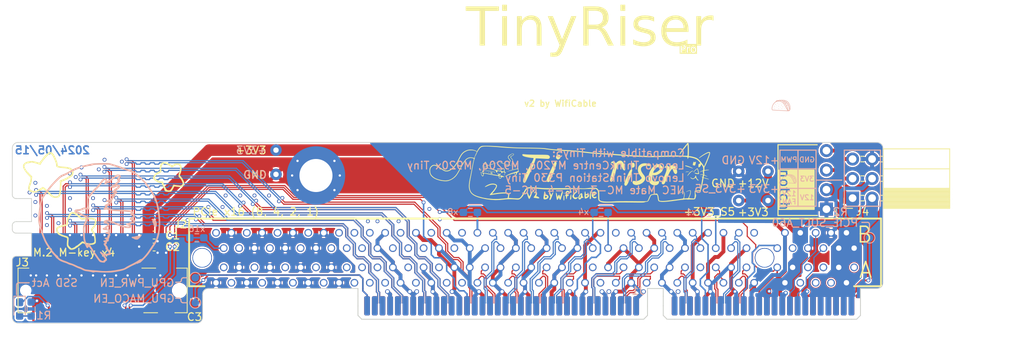
<source format=kicad_pcb>
(kicad_pcb (version 20240108) (generator "pcbnew") (generator_version "8.0")
  (title_block (title "Tinyriser v2") (date "2023-12-28") (company "WifiCable") (comment 4 "nya"))
  (layers (0 "F.Cu" signal) (1 "In1.Cu" signal) (2 "In2.Cu" signal) (31 "B.Cu" signal) (34 "B.Paste" user) (35 "F.Paste" user) (36 "B.SilkS" user "B.Silkscreen") (37 "F.SilkS" user "F.Silkscreen") (38 "B.Mask" user) (39 "F.Mask" user) (44 "Edge.Cuts" user))
  (net 0 "")
  (net 1 "GND")
  (net 2 "PCIe_CPU_REFCLK-")
  (net 3 "PCIe_CPU_REFCLK+")
  (net 4 "PERST#")
  (net 5 "+3V3_S5")
  (net 6 "+3V3")
  (net 7 "+12V")
  (net 8 "Net-(J1-PCIE_SOLT_A60)")
  (net 9 "PCIe_PCH_CLKREQ#")
  (net 10 "PCIe_CPU_CLKREQ#")
  (net 11 "WAKE#")
  (net 12 "SMBDATA")
  (net 13 "SMBCLK")
  (net 41 "Net-(J1-GPU_MACO_EN)")
  (net 58 "Net-(J1-GPU_PWR_EN)")
  (net 62 "Net-(D1-K)")
  (net 84 "PCIe_CPU_Rx7-")
  (net 85 "PCIe_CPU_Rx7+")
  (net 86 "PCIe_CPU_Rx6-")
  (net 87 "PCIe_CPU_Rx6+")
  (net 88 "PCIe_CPU_Rx5-")
  (net 89 "PCIe_CPU_Rx5+")
  (net 90 "PCIe_CPU_Rx4+")
  (net 91 "PCIe_CPU_Rx4-")
  (net 92 "PCIe_CPU_Rx3+")
  (net 93 "PCIe_CPU_Rx3-")
  (net 94 "PCIe_CPU_Rx2+")
  (net 95 "PCIe_CPU_Rx2-")
  (net 96 "PCIe_CPU_Rx1-")
  (net 97 "PCIe_CPU_Rx1+")
  (net 98 "PCIe_CPU_Rx0-")
  (net 99 "PCIe_CPU_Rx0+")
  (net 100 "PCIe_CPU_Tx7-")
  (net 101 "PCIe_CPU_Tx7+")
  (net 102 "PCIe_CPU_Tx6-")
  (net 103 "PCIe_CPU_Tx6+")
  (net 104 "PCIe_CPU_Tx5-")
  (net 105 "PCIe_CPU_Tx5+")
  (net 106 "PCIe_CPU_Tx4-")
  (net 107 "PCIe_CPU_Tx4+")
  (net 108 "PCIe_CPU_Tx3-")
  (net 109 "PCIe_CPU_Tx3+")
  (net 110 "PCIe_CPU_Tx2-")
  (net 111 "PCIe_CPU_Tx2+")
  (net 112 "PCIe_CPU_Tx1-")
  (net 113 "PCIe_CPU_Tx1+")
  (net 114 "PCIe_CPU_Tx0-")
  (net 115 "PCIe_CPU_Tx0+")
  (net 116 "PCIe_PCH_Tx3-")
  (net 117 "PCIe_PCH_Tx3+")
  (net 118 "PCIe_PCH_Tx1-")
  (net 119 "PCIe_PCH_Tx1+")
  (net 120 "PCIe_PCH_Rx2+")
  (net 121 "PCIe_PCH_Rx2-")
  (net 122 "PCIe_PCH_Rx1-")
  (net 123 "PCIe_PCH_Rx1+")
  (net 124 "PCIe_PCH_REFCLK-")
  (net 125 "PCIe_PCH_REFCLK+")
  (net 126 "PCIe_PCH_Tx2-")
  (net 127 "PCIe_PCH_Tx2+")
  (net 128 "PCIe_PCH_Tx0-")
  (net 129 "PCIe_PCH_Tx0+")
  (net 130 "PCIe_PCH_Rx3-")
  (net 131 "PCIe_PCH_Rx3+")
  (net 132 "PCIe_PCH_Rx0-")
  (net 133 "PCIe_PCH_Rx0+")
  (net 134 "Net-(D1-A)")
  (net 135 "+12V_fan")
  (net 136 "Taco_fan")
  (net 137 "PWM_fan")
  (footprint "LOGO" (layer "F.Cu") (at 111.5 123.05)
    (property "Reference" "G***" (hide yes))
    (property "Value" "LOGO" (hide yes))
  )
  (footprint "LOGO" (layer "F.Cu") (at 111.5 123.05)
    (property "Reference" "G***" (hide yes))
    (property "Value" "LOGO" (hide yes))
  )
  (footprint "TestPoint:TestPoint_THTPad_D1.5mm_Drill0.7mm" (layer "F.Cu") (at 133.49 127.058386)
    (property "Reference" "TP5" (hide yes))
    (property "Value" "+3V3_S5")
  )
  (footprint "TestPoint:TestPoint_THTPad_D1.5mm_Drill0.7mm" (layer "F.Cu") (at 137.3 127.058386)
    (property "Reference" "TP4" (hide yes))
    (property "Value" "+3V3")
  )
  (footprint "A_my_stuff:M.2_NGFF_KeyM_H5.3_Vertical" (layer "F.Cu") (at 50.75 138.75)
    (property "Reference" "J3")
    (property "Value" "Bus_M.2_Socket_M")
  )
  (footprint "Capacitor_SMD:C_0603_1608Metric" (layer "F.Cu") (at 57.45 133.1)
    (property "Reference" "C2")
    (property "Value" "100nF")
  )
  (footprint "TestPoint:TestPoint_THTPad_D1.5mm_Drill0.7mm" (layer "F.Cu") (at 73.3 120.5)
    (property "Reference" "TP8" (hide yes))
    (property "Value" "+3V3")
  )
  (footprint "Connector_PinSocket_2.54mm:PinSocket_2x03_P2.54mm_Horizontal" (layer "F.Cu") (at 148.3 126.74 180)
    (property "Reference" "J4")
    (property "Value" "fancontrol_header")
  )
  (footprint "LOGO" (layer "F.Cu") (at 110.45 126.4)
    (property "Reference" "G***" (hide yes))
    (property "Value" "LOGO" (hide yes))
  )
  (footprint "LOGO" (layer "F.Cu") (at 51.4 127 180)
    (property "Reference" "G***" (hide yes))
    (property "Value" "LOGO" (hide yes))
  )
  (footprint "TestPoint:TestPoint_THTPad_D1.5mm_Drill0.7mm" (layer "F.Cu") (at 137.3 123.248386)
    (property "Reference" "TP9" (hide yes))
    (property "Value" "+12V")
  )
  (footprint "TestPoint:TestPoint_THTPad_D1.5mm_Drill0.7mm" (layer "F.Cu") (at 133.49 123.248386)
    (property "Reference" "TP6" (hide yes))
    (property "Value" "GND")
  )
  (footprint "Capacitor_SMD:C_0603_1608Metric" (layer "F.Cu") (at 57.45 131.55)
    (property "Reference" "C1")
    (property "Value" "10uF")
  )
  (footprint "A_my_stuff:PCIe_x16_tht" (layer "F.Cu") (at 107 134.5 180)
    (property "Reference" "J2")
    (property "Value" "Bus_PCI_Express_x16" (hide yes))
  )
  (footprint "Connector_PinHeader_2.54mm:PinHeader_1x04_P2.54mm_Horizontal" (layer "F.Cu") (at 144.9 128.18 180)
    (property "Reference" "M1" (hide yes))
    (property "Value" "Fan_4pin")
  )
  (footprint "Capacitor_SMD:C_0603_1608Metric" (layer "F.Cu") (at 62.7 139.95 90)
    (property "Reference" "C3")
    (property "Value" "10uF")
  )
  (footprint "TestPoint:TestPoint_THTPad_D1.5mm_Drill0.7mm" (layer "F.Cu") (at 73.3 123.65)
    (property "Reference" "TP7" (hide yes))
    (property "Value" "GND")
  )
  (footprint "Resistor_SMD:R_0805_2012Metric_Pad1.20x1.40mm_HandSolder" (layer "B.Cu") (at 149.3 128.525)
    (property "Reference" "R2")
    (property "Value" "0R")
  )
  (footprint "TestPoint:TestPoint_Pad_D1.0mm" (layer "B.Cu") (at 150.5 131.9 180)
    (property "Reference" "TP1" (hide yes))
    (property "Value" "PCIE_SOLT_A60")
  )
  (footprint "LOGO" (layer "B.Cu") (at 140.025 124.25 180)
    (property "Reference" "G***" (hide yes))
    (property "Value" "LOGO" (hide yes))
  )
  (footprint "A_my_stuff:TinyRiser" (layer "B.Cu") (at 123.15 145.75 180)
    (property "Reference" "J1")
    (property "Value" "~" (hide yes))
    (fp_line (start 39.19 6.25) (end 39.19 7.25) (stroke (width 0.12)) (layer "Edge.Cuts"))
    (fp_line (start 39.19 5) (end 39.19 6.25) (stroke (width 0.12)) (layer "Edge.Cuts"))
    (fp_line (start 39.19 5) (end 39.19 3.75) (stroke (width 0.12)) (layer "Edge.Cuts"))
    (fp_line (start 39.19 3.75) (end 38.69 3.25) (stroke (width 0.12)) (layer "Edge.Cuts"))
    (fp_line (start 38.69 3.25) (end 3 3.25) (stroke (width 0.12)) (layer "Edge.Cuts"))
    (fp_line (start 2.025 3.25) (end 3 3.25) (stroke (width 0.12)) (layer "Edge.Cuts"))
    (fp_line (start 1.525 7.25) (end 1.525 6.25) (stroke (width 0.12)) (layer "Edge.Cuts"))
    (fp_line (start 1.525 5) (end 1.525 6.25) (stroke (width 0.12)) (layer "Edge.Cuts"))
    (fp_line (start 1.525 5) (end 1.525 3.75) (stroke (width 0.12)) (layer "Edge.Cuts"))
    (fp_line (start 1.525 3.75) (end 2.025 3.25) (stroke (width 0.12)) (layer "Edge.Cuts"))
    (fp_line (start -0.525 7.25) (end 1.525 7.25) (stroke (width 0.12)) (layer "Edge.Cuts"))
    (fp_line (start -0.525 6.25) (end -0.525 7.25) (stroke (width 0.12)) (layer "Edge.Cuts"))
    (fp_line (start -0.525 5) (end -0.525 6.25) (stroke (width 0.12)) (layer "Edge.Cuts"))
    (fp_line (start -0.525 5) (end -0.525 3.75) (stroke (width 0.12)) (layer "Edge.Cuts"))
    (fp_line (start -0.525 3.75) (end -1.025 3.25) (stroke (width 0.12)) (layer "Edge.Cuts"))
    (fp_line (start -1.025 3.25) (end -2 3.25) (stroke (width 0.12)) (layer "Edge.Cuts"))
    (fp_line (start -2 3.25) (end -25 3.25) (stroke (width 0.12)) (layer "Edge.Cuts"))
    (fp_line (start -25.675 3.25) (end -25 3.25) (stroke (width 0.12)) (layer "Edge.Cuts"))
    (fp_line (start -26.175 6.25) (end -26.175 7.25) (stroke (width 0.12)) (layer "Edge.Cuts"))
    (fp_line (start -26.175 5) (end -26.175 6.25) (stroke (width 0.12)) (layer "Edge.Cuts"))
    (fp_line (start -26.175 5) (end -26.175 3.75) (stroke (width 0.12)) (layer "Edge.Cuts"))
    (fp_line (start -26.175 3.75) (end -25.675 3.25) (stroke (width 0.12)) (layer "Edge.Cuts"))
  )
  (footprint "Resistor_SMD:R_0603_1608Metric_Pad0.98x0.95mm_HandSolder" (layer "B.Cu") (at 115.5875 128.6)
    (property "Reference" "R5" (hide yes))
    (property "Value" "0R")
  )
  (footprint "A_my_stuff:birb" (layer "B.Cu") (at 50.464807 129.46268 180)
    (property "Reference" "G***" (hide yes))
    (property "Value" "LOGO" (hide yes))
  )
  (footprint "TestPoint:TestPoint_Pad_D1.0mm" (layer "B.Cu") (at 62.8 140.35 180)
    (property "Reference" "TP2" (hide yes))
    (property "Value" "GPU_MACO_EN")
  )
  (footprint "TestPoint:TestPoint_Pad_D1.0mm" (layer "B.Cu") (at 62.8 137.1 180)
    (property "Reference" "TP3" (hide yes))
    (property "Value" "GPU_PWR_EN")
  )
  (footprint "Resistor_SMD:R_0603_1608Metric_Pad0.98x0.95mm_HandSolder" (layer "B.Cu") (at 41.45 141.1625 90)
    (property "Reference" "R1")
    (property "Value" "5K1")
  )
  (footprint "MountingHole:MountingHole_4.3mm_M4_ISO7380_Pad_TopOnly" (layer "B.Cu") (at 78.5 123.8 180)
    (property "Reference" "H1" (hide yes))
    (property "Value" "MountingHole_Pad")
  )
  (footprint "Diode_SMD:D_0603_1608Metric_Pad1.05x0.95mm_HandSolder" (layer "B.Cu") (at 39.95 141.1625 -90)
    (property "Reference" "D1" (hide yes))
    (property "Value" "LED")
  )
  (footprint "LOGO" (layer "B.Cu") (at 139 114.7 180)
    (property "Reference" "G***" (hide yes))
    (property "Value" "LOGO" (hide yes))
  )
  (footprint "Resistor_SMD:R_0603_1608Metric_Pad0.98x0.95mm_HandSolder" (layer "B.Cu") (at 63 131.9)
    (property "Reference" "R3" (hide yes))
    (property "Value" "0R")
  )
  (footprint "Resistor_SMD:R_0603_1608Metric_Pad0.98x0.95mm_HandSolder" (layer "B.Cu") (at 98.5875 128.6)
    (property "Reference" "R4" (hide yes))
    (property "Value" "0R")
  )
  (footprint "Resistor_SMD:R_0603_1608Metric_Pad0.98x0.95mm_HandSolder" (layer "B.Cu") (at 129.5875 128.6)
    (property "Reference" "R6" (hide yes))
    (property "Value" "0R")
  )
  (gr_line (start 61.7 137.1) (end 61.269454 137.1) (stroke (width 0.15)) (layer "B.SilkS"))
  (gr_line (start 150.25 129.900002) (end 149.5 129.9) (stroke (width 0.15)) (layer "B.SilkS"))
  (gr_line (start 143.55 125.475) (end 138.85 125.475) (stroke (width 0.15)) (layer "B.SilkS"))
  (gr_rect (start 138.85 120.5) (end 143.55 127.8) (stroke (width 0.15)) (fill none) (layer "B.SilkS"))
  (gr_line (start 143.55 124.4) (end 146.9 124.4) (stroke (width 0.15)) (layer "B.SilkS"))
  (gr_arc (start 61.215 140.35) (mid 61.020545 140.269455) (end 60.94 140.075) (stroke (width 0.15)) (layer "B.SilkS"))
  (gr_rect (start 147.225 120.5) (end 151.925 127.8) (stroke (width 0.15)) (fill none) (layer "B.SilkS"))
  (gr_arc (start 39.55 138.05) (mid 39.637868 137.837868) (end 39.85 137.75) (stroke (width 0.15)) (layer "B.SilkS"))
  (gr_arc (start 150.25 129.900002) (mid 150.426776 129.973225) (end 150.500001 130.150001) (stroke (width 0.15)) (layer "B.SilkS"))
  (gr_line (start 39.55 139.3) (end 39.55 138.05) (stroke (width 0.15)) (layer "B.SilkS"))
  (gr_arc (start 60.665 139.749454) (mid 60.859454 139.83) (end 60.94 140.024454) (stroke (width 0.15)) (layer "B.SilkS"))
  (gr_line (start 61.7 140.35) (end 61.215 140.35) (stroke (width 0.15)) (layer "B.SilkS"))
  (gr_line (start 60.25 137.680546) (end 60.719454 137.680546) (stroke (width 0.15)) (layer "B.SilkS"))
  (gr_arc (start 60.994454 137.375) (mid 61.075 137.180546) (end 61.269454 137.1) (stroke (width 0.15)) (layer "B.SilkS"))
  (gr_line (start 141.2 120.5) (end 141.2 127.8) (stroke (width 0.15)) (layer "B.SilkS"))
  (gr_line (start 150.500001 130.900001) (end 150.500001 130.150001) (stroke (width 0.15)) (layer "B.SilkS"))
  (gr_line (start 60.235 139.749454) (end 60.665546 139.749454) (stroke (width 0.15)) (layer "B.SilkS"))
  (gr_line (start 60.994454 137.375) (end 60.994454 137.405546) (stroke (width 0.15)) (layer "B.SilkS"))
  (gr_line (start 138.85 122.925) (end 143.55 122.925) (stroke (width 0.15)) (layer "B.SilkS"))
  (gr_line (start 39.85 137.75) (end 41.2 137.75) (stroke (width 0.15)) (layer "B.SilkS"))
  (gr_line (start 60.94 140.024454) (end 60.94 140.075) (stroke (width 0.15)) (layer "B.SilkS"))
  (gr_arc (start 60.994454 137.405546) (mid 60.913908 137.6) (end 60.719454 137.680546) (stroke (width 0.15)) (layer "B.SilkS"))
  (gr_line (start 138.6 119.8) (end 138.6 129) (stroke (width 0.15)) (layer "F.SilkS"))
  (gr_line (start 143.7 119.8) (end 138.6 119.8) (stroke (width 0.15)) (layer "F.SilkS"))
  (gr_line (start 143.7 129) (end 138.6 129) (stroke (width 0.15)) (layer "F.SilkS"))
  (gr_rect (start 140.2 123.1) (end 143.3 128.2) (stroke (width 0.15)) (fill solid) (layer "F.SilkS"))
  (gr_arc (start 63.75 142.25) (mid 63.53033 142.78033) (end 63 143) (stroke (width 0.1)) (layer "Edge.Cuts"))
  (gr_arc (start 39.5 126.8) (mid 39.146447 126.653553) (end 39 126.3) (stroke (width 0.1)) (layer "Edge.Cuts"))
  (gr_arc (start 151.5 119.5) (mid 152.03033 119.71967) (end 152.25 120.25) (stroke (width 0.1)) (layer "Edge.Cuts"))
  (gr_arc (start 39 120.25) (mid 39.21967 119.71967) (end 39.75 119.5) (stroke (width 0.1)) (layer "Edge.Cuts"))
  (gr_arc (start 152.25 137.75) (mid 152.03033 138.28033) (end 151.5 138.5) (stroke (width 0.1)) (layer "Edge.Cuts"))
  (gr_line (start 152.25 137.75) (end 152.25 120.25) (stroke (width 0.1)) (layer "Edge.Cuts"))
  (gr_arc (start 39 130.3) (mid 39.146447 129.946447) (end 39.5 129.8) (stroke (width 0.1)) (layer "Edge.Cuts"))
  (gr_arc (start 39 134.8) (mid 39.146447 134.446447) (end 39.5 134.3) (stroke (width 0.1)) (layer "Edge.Cuts"))
  (gr_line (start 41.5 129.8) (end 41.5 126.8) (stroke (width 0.1)) (layer "Edge.Cuts"))
  (gr_line (start 151.5 119.5) (end 39.75 119.5) (stroke (width 0.1)) (layer "Edge.Cuts"))
  (gr_line (start 39 130.8) (end 39 130.3) (stroke (width 0.1)) (layer "Edge.Cuts"))
  (gr_arc (start 39.5 131.3) (mid 39.146447 131.153553) (end 39 130.8) (stroke (width 0.1)) (layer "Edge.Cuts"))
  (gr_line (start 39.5 131.3) (end 41.5 131.3) (stroke (width 0.1)) (layer "Edge.Cuts"))
  (gr_arc (start 39.75 143) (mid 39.21967 142.78033) (end 39 142.25) (stroke (width 0.1)) (layer "Edge.Cuts"))
  (gr_arc (start 63.75 139.25) (mid 63.96967 138.71967) (end 64.5 138.5) (stroke (width 0.1)) (layer "Edge.Cuts"))
  (gr_line (start 41.5 126.8) (end 39.5 126.8) (stroke (width 0.1)) (layer "Edge.Cuts"))
  (gr_line (start 63.75 139.25) (end 63.75 142.25) (stroke (width 0.1)) (layer "Edge.Cuts"))
  (gr_line (start 64.5 138.5) (end 83.96 138.5) (stroke (width 0.1)) (layer "Edge.Cuts"))
  (gr_line (start 149.325 138.5) (end 151.5 138.5) (stroke (width 0.1)) (layer "Edge.Cuts"))
  (gr_line (start 39 126.3) (end 39 120.25) (stroke (width 0.1)) (layer "Edge.Cuts"))
  (gr_line (start 41.5 129.8) (end 39.5 129.8) (stroke (width 0.1)) (layer "Edge.Cuts"))
  (gr_line (start 39 142.25) (end 39 134.8) (stroke (width 0.1)) (layer "Edge.Cuts"))
  (gr_line (start 63 143) (end 39.75 143) (stroke (width 0.1)) (layer "Edge.Cuts"))
  (gr_line (start 39.5 134.3) (end 41.5 134.3) (stroke (width 0.1)) (layer "Edge.Cuts"))
  (gr_line (start 41.5 134.3) (end 41.5 131.3) (stroke (width 0.1)) (layer "Edge.Cuts"))
  (gr_text "2024/05/15" (at 49.2 121.1 0) (layer "B.Cu") (effects (font (size 1 1) (thickness 0.2) (bold yes)) (justify left bottom mirror)))
  (gr_text "x4" (at 113.3 129 0) (layer "B.SilkS") (effects (font (size 0.8 0.8) (thickness 0.11)) (justify bottom mirror)))
  (gr_text "PWM" (at 140.025 122.125 0) (layer "B.SilkS") (effects (font (size 0.66 0.66) (thickness 0.12) (bold yes)) (justify bottom mirror)))
  (gr_text "PCIE_SOLT_A60" (at 149.125 130.55 0) (layer "B.SilkS") (effects (font (size 1 1)) (justify left bottom mirror)))
  (gr_text "+3V3_S5" (at 134.5 126.1 0) (layer "B.SilkS") (effects (font (size 1 1)) (justify left bottom mirror)))
  (gr_text "GPU_MACO_EN" (at 60.2 140.4 0) (layer "B.SilkS") (effects (font (size 1 1)) (justify left bottom mirror)))
  (gr_text "GND" (at 134.4 122.4 0) (layer "B.SilkS") (effects (font (size 1 1)) (justify left bottom mirror)))
  (gr_text "GPU_PWR_EN" (at 60.15 138.35 0) (layer "B.SilkS") (effects (font (size 1 1)) (justify left bottom mirror)))
  (gr_text "12V\nFAN" (at 140.05 127.6 0) (layer "B.SilkS") (effects (font (size 0.66 0.66) (thickness 0.12) (bold yes)) (justify bottom mirror)))
  (gr_text "Compatible with Tiny5:\nLenovo ThinkCentre M720q, M920q, M920x Tiny\nLenovo ThinkStation P330 Tiny\nNEC Mate MC-3, MC-4, MC-5" (at 126.55 126.3 0) (layer "B.SilkS") (effects (font (size 1 1)) (justify left bottom mirror)))
  (gr_text "+3V3" (at 72.2 121.1 0) (layer "B.SilkS") (effects (font (size 1 1)) (justify left bottom mirror)))
  (gr_text "SSD Act" (at 47.6 138.35 0) (layer "B.SilkS") (effects (font (size 1 1)) (justify left bottom mirror)))
  (gr_text "+3V3" (at 138.9 126.125 0) (layer "B.SilkS") (effects (font (size 1 1)) (justify left bottom mirror)))
  (gr_text "GND" (at 142.375 122.125 0) (layer "B.SilkS") (effects (font (size 0.66 0.66) (thickness 0.12) (bold yes)) (justify bottom mirror)))
  (gr_text "x16" (at 63 131.2 0) (layer "B.SilkS") (effects (font (size 0.8 0.8) (thickness 0.11)) (justify bottom mirror)))
  (gr_text "3V3" (at 142.375 124.625 0) (layer "B.SilkS") (effects (font (size 0.66 0.66) (thickness 0.12) (bold yes)) (justify bottom mirror)))
  (gr_text "GND" (at 72.2 124.3 0) (layer "B.SilkS") (effects (font (size 1 1)) (justify left bottom mirror)))
  (gr_text "x1" (at 127.3 129 0) (layer "B.SilkS") (effects (font (size 0.8 0.8) (thickness 0.11)) (justify bottom mirror)))
  (gr_text "x8" (at 96.3 129 0) (layer "B.SilkS") (effects (font (size 0.8 0.8) (thickness 0.11)) (justify bottom mirror)))
  (gr_text "12V" (at 142.375 127.05 0) (layer "B.SilkS") (effects (font (size 0.66 0.66) (thickness 0.12) (bold yes)) (justify bottom mirror)))
  (gr_text "+12V" (at 138.9 122.4 0) (layer "B.SilkS") (effects (font (size 1 1)) (justify left bottom mirror)))
  (gr_text "PCIe x16 (8, 4, 2, 1)" (at 62.35 129.1 0) (layer "F.SilkS") (effects (font (size 1 1)) (justify left bottom)))
  (gr_text "+12V" (at 133.2868 125.3958 0) (layer "F.SilkS") (effects (font (size 1 1)) (justify left bottom)))
  (gr_text "+3V3_S5" (at 126.2386 129.1 0) (layer "F.SilkS") (effects (font (size 1 1)) (justify left bottom)))
  (gr_text "GND" (at 68.95 124.3 0) (layer "F.SilkS") (effects (font (size 1 1)) (justify left bottom)))
  (gr_text "+3V3" (at 67.95 121.1 0) (layer "F.SilkS") (effects (font (size 1 1)) (justify left bottom)))
  (gr_text "v2 by WifiCable" (at 105.5 114.9 0) (layer "F.SilkS") (effects (font (size 0.8 0.8)) (justify left bottom)))
  (gr_text "+3V3" (at 133.2868 129.155 0) (layer "F.SilkS") (effects (font (size 1 1)) (justify left bottom)))
  (gr_text "notch" (at 138.7 122.84 270) (layer "F.SilkS" knockout) (effects (font (size 1.3 1.3) (thickness 0.1875)) (justify left bottom)))
  (gr_text "M.2 M-key x4" (at 41.6 134.4 0) (layer "F.SilkS") (effects (font (size 1 1)) (justify left bottom)))
  (gr_text "GND" (at 129.8204 125.4004 0) (layer "F.SilkS") (effects (font (size 1 1)) (justify left bottom)))
  (gr_text "Pro" (at 125.8 108 0) (layer "F.SilkS" knockout) (effects (font (size 1 1) (thickness 0.25) (italic yes)) (justify left bottom)))
  (gr_text "TinyRiser" (at 98 107.75 0) (layer "F.SilkS") (effects (font (size 5 5) (thickness 0.625) (italic yes)) (justify left bottom)))
  (segment (start 58.225 133.1) (end 58.225 133.525) (width 0.5) (layer "F.Cu") (net 1))
  (segment (start 135.15 138.807106) (end 135.5 138.457106) (width 0.5) (layer "F.Cu") (net 1))
  (segment (start 129.8 138.9) (end 129.8 138.05) (width 0.5) (layer "F.Cu") (net 1))
  (segment (start 103.15 139.35) (end 103.15 140.75) (width 0.5) (layer "F.Cu") (net 1))
  (segment (start 104.5 133.25) (end 104.5 132.25) (width 0.5) (layer "F.Cu") (net 1))
  (segment (start 129.8 138.05) (end 129.5 137.75) (width 0.5) (layer "F.Cu") (net 1))
  (segment (start 91.15 139.35) (end 91.6 138.9) (width 0.5) (layer "F.Cu") (net 1))
  (segment (start 100.15 139.35) (end 100.15 140.75) (width 0.5) (layer "F.Cu") (net 1))
  (segment (start 60 135.5) (end 60 136.4) (width 0.3) (layer "F.Cu") (net 1))
  (segment (start 45 135.5) (end 45 136.8) (width 0.3) (layer "F.Cu") (net 1))
  (segment (start 117.15 140.75) (end 117.15 139.25) (width 0.5) (layer "F.Cu") (net 1))
  (segment (start 88.5 135.75) (end 88.5 135.042894) (width 0.5) (layer "F.Cu") (net 1))
  (segment (start 59.5 135.5) (end 59.5 136.4) (width 0.3) (layer "F.Cu") (net 1))
  (segment (start 128.15 140.75) (end 128.15 138.95) (width 0.5) (layer "F.Cu") (net 1))
  (segment (start 113.6 137.85) (end 113.5 137.75) (width 0.5) (layer "F.Cu") (net 1))
  (segment (start 125.15 140.75) (end 125.15 139.35) (width 0.5) (layer "F.Cu") (net 1))
  (segment (start 120.15 140.75) (end 120.15 139.85) (width 0.5) (layer "F.Cu") (net 1))
  (segment (start 59 135.5) (end 59 133.85) (width 0.3) (layer "F.Cu") (net 1))
  (segment (start 116.15 140.75) (end 116.15 139.35) (width 0.5) (layer "F.Cu") (net 1))
  (segment (start 127.5 132.906497) (end 129.156497 131.25) (width 0.5) (layer "F.Cu") (net 1))
  (segment (start 131.5 133.7) (end 131.5 131.25) (width 0.5) (layer "F.Cu") (net 1))
  (segment (start 42 135.5) (end 42 136.7) (width 0.3) (layer "F.Cu") (net 1))
  (segment (start 105.7 138.9) (end 105.7 137.95) (width 0.5) (layer "F.Cu") (net 1))
  (segment (start 88.15 139.25) (end 87.8 138.9) (width 0.5) (layer "F.Cu") (net 1))
  (segment (start 112.15 140.75) (end 112.15 139.55) (width 0.5) (layer "F.Cu") (net 1))
  (segment (start 132.5 138.4) (end 132.5 135.75) (width 0.5) (layer "F.Cu") (net 1))
  (segment (start 132.5 135.75) (end 132.5 135.25) (width 0.5) (layer "F.Cu") (net 1))
  (segment (start 58.225 133.525) (end 57.9 133.85) (width 0.5) (layer "F.Cu") (net 1))
  (segment (start 58.6 136.8) (end 58.25 136.8) (width 0.3) (layer "F.Cu") (net 1))
  (segment (start 129.15 139.55) (end 129.8 138.9) (width 0.5) (layer "F.Cu") (net 1))
  (segment (start 102.5 135.75) (end 102.5 135.25) (width 0.5) (layer "F.Cu") (net 1))
  (segment (start 116.5 135.75) (end 116.5 135.25) (width 0.5) (layer "F.Cu") (net 1))
  (segment (start 46.5 135.5) (end 46.5 136.8) (width 0.3) (layer "F.Cu") (net 1))
  (segment (start 108.5 132.25) (end 107.5 131.25) (width 0.5) (layer "F.Cu") (net 1))
  (segment (start 41.5 136.7) (end 41.4 136.8) (width 0.3) (layer "F.Cu") (net 1))
  (segment (start 59 136.4) (end 58.6 136.8) (width 0.3) (layer "F.Cu") (net 1))
  (segment (start 52.5 135.5) (end 52.5 136.8) (width 0.3) (layer "F.Cu") (net 1))
  (segment (start 135.15 140.75) (end 135.15 138.807106) (width 0.5) (layer "F.Cu") (net 1))
  (segment (start 105.7 137.95) (end 105.5 137.75) (width 0.5) (layer "F.Cu") (net 1))
  (segment (start 113.15 140.75) (end 113.15 139.35) (width 0.5) (layer "F.Cu") (net 1))
  (segment (start 120.5 135.25) (end 122.5 133.25) (width 0.5) (layer "F.Cu") (net 1))
  (segment (start 102.65 138.9) (end 101.5 137.75) (width 0.5) (layer "F.Cu") (net 1))
  (segment (start 104.5 132.25) (end 103.5 131.25) (width 0.5) (layer "F.Cu") (net 1))
  (segment (start 99.7 138.9) (end 100.15 139.35) (width 0.5) (layer "F.Cu") (net 1))
  (segment (start 129.5 137.75) (end 129.5 135.3) (width 0.5) (layer "F.Cu") (net 1))
  (segment (start 109.5 136.75) (end 110.5 135.75) (width 0.5) (layer "F.Cu") (net 1))
  (segment (start 86.5 133.25) (end 86.5 132.25) (width 0.5) (layer "F.Cu") (net 1))
  (segment (start 59.1 136.8) (end 58.25 136.8) (width 0.3) (layer "F.Cu") (net 1))
  (segment (start 96.2 138.9) (end 96.5 138.6) (width 0.5) (layer "F.Cu") (net 1))
  (segment (start 55.5 135.5) (end 55.5 136.8) (width 0.3) (layer "F.Cu") (net 1))
  (segment (start 117.15 139.25) (end 117.5 138.9) (width 0.5) (layer "F.Cu") (net 1))
  (segment (start 59.6 136.8) (end 58.25 136.8) (width 0.3) (layer "F.Cu") (net 1))
  (segment (start 101.5 137.75) (end 101.5 136.75) (width 0.5) (layer "F.Cu") (net 1))
  (segment (start 59 135.5) (end 59 136.4) (width 0.3) (layer "F.Cu") (net 1))
  (segment (start 129.156497 131.25) (end 129.5 131.25) (width 0.5) (layer "F.Cu") (net 1))
  (segment (start 118.35 138.9) (end 119.5 137.75) (width 0.5) (layer "F.Cu") (net 1))
  (segment (start 117.5 138.9) (end 118.35 138.9) (width 0.5) (layer "F.Cu") (net 1))
  (segment (start 132.15 139.563084) (end 132.813084 138.9) (width 0.5) (layer "F.Cu") (net 1))
  (segment (start 132.813084 138.9) (end 133 138.9) (width 0.5) (layer "F.Cu") (net 1))
  (segment (start 92.45 132.2) (end 91.5 131.25) (width 0.5) (layer "F.Cu") (net 1))
  (segment (start 129.15 140.75) (end 129.15 139.55) (width 0.5) (layer "F.Cu") (net 1))
  (segment (start 112.15 139.55) (end 111.5 138.9) (width 0.5) (layer "F.Cu") (net 1))
  (segment (start 105.5 137.75) (end 105.5 136.75) (width 0.5) (layer "F.Cu") (net 1))
  (segment (start 120.5 135.25) (end 118.5 133.25) (width 0.5) (layer "F.Cu") (net 1))
  (segment (start 96.486916 138.9) (end 96.2 138.9) (width 0.5) (layer "F.Cu") (net 1))
  (segment (start 86.5 132.25) (end 87.5 131.25) (width 0.5) (layer "F.Cu") (net 1))
  (segment (start 127.5 138.3) (end 128.1 138.9) (width 0.5) (layer "F.Cu") (net 1))
  (segment (start 129.5 135.3) (end 130.4 134.4) (width 0.5) (layer "F.Cu") (net 1))
  (segment (start 96.5 135.75) (end 96.195406 135.75) (width 0.5) (layer "F.Cu") (net 1))
  (segment (start 59.5 133.85) (end 59 133.85) (width 0.3) (layer "F.Cu") (net 1))
  (segment (start 120.5 135.75) (end 120.5 135.25) (width 0.5) (layer "F.Cu") (net 1))
  (segment (start 116.5 135.25) (end 118.5 133.25) (width 0.5) (layer "F.Cu") (net 1))
  (segment (start 102.7 138.9) (end 103.15 139.35) (width 0.5) (layer "F.Cu") (net 1))
  (segment (start 42 136.7) (end 42.1 136.8) (width 0.3) (layer "F.Cu") (net 1))
  (segment (start 54 135.5) (end 54 136.8) (width 0.3) (layer "F.Cu") (net 1))
  (segment (start 60 134.35) (end 59.5 133.85) (width 0.3) (layer "F.Cu") (net 1))
  (segment (start 125.15 139.35) (end 124.7 138.9) (width 0.5) (layer "F.Cu") (net 1))
  (segment (start 58.225 133.1) (end 58.25 133.1) (width 0.5) (layer "F.Cu") (net 1))
  (segment (start 94.5 134.054594) (end 94.5 133.25) (width 0.5) (layer "F.Cu") (net 1))
  (segment (start 93.45 132.2) (end 92.45 132.2) (width 0.5) (layer "F.Cu") (net 1))
  (segment (start 89.5 136.75) (end 88.5 135.75) (width 0.5) (layer "F.Cu") (net 1))
  (segment (start 106.15 139.35) (end 106.15 140.75) (width 0.5) (layer "F.Cu") (net 1))
  (segment (start 59.5 136.4) (end 59.1 136.8) (width 0.3) (layer "F.Cu") (net 1))
  (segment (start 51 135.5) (end 51 136.8) (width 0.3) (layer "F.Cu") (net 1))
  (segment (start 58.225 131.55) (end 58.225 132.025) (width 0.5) (layer "F.Cu") (net 1))
  (segment (start 59.5 134.35) (end 59 133.85) (width 0.3) (layer "F.Cu") (net 1))
  (segment (start 113.5 137.75) (end 113.5 132.906497) (width 0.5) (layer "F.Cu") (net 1))
  (segment (start 120.15 139.85) (end 121.1 138.9) (width 0.5) (layer "F.Cu") (net 1))
  (segment (start 91.15 140.75) (end 91.15 139.35) (width 0.5) (layer "F.Cu") (net 1))
  (segment (start 128.15 138.95) (end 128.1 138.9) (width 0.5) (layer "F.Cu") (net 1))
  (segment (start 91.15 139.35) (end 90.7 138.9) (width 0.5) (layer "F.Cu") (net 1))
  (segment (start 106.5 135.75) (end 106.5 135.25) (width 0.5) (layer "F.Cu") (net 1))
  (segment (start 119.5 136.75) (end 120.5 135.75) (width 0.5) (layer "F.Cu") (net 1))
  (segment (start 113.15 139.35) (end 113.6 138.9) (width 0.5) (layer "F.Cu") (net 1))
  (segment (start 113.5 132.906497) (end 115.156497 131.25) (width 0.5) (layer "F.Cu") (net 1))
  (segment (start 94.15 139.35) (end 93.7 138.9) (width 0.5) (layer "F.Cu") (net 1))
  (segment (start 93.5 137.75) (end 93.5 137.385617) (width 0.5) (layer "F.Cu") (net 1))
  (segment (start 96.5 138.6) (end 96.5 135.75) (width 0.5) (layer "F.Cu") (net 1))
  (segment (start 41.5 135.5) (end 41.5 136.7) (width 0.3) (layer "F.Cu") (net 1))
  (segment (start 58.225 132.675) (end 57.9 132.35) (width 0.5) (layer "F.Cu") (net 1))
  (segment (start 109.5 137.75) (end 109.5 136.75) (width 0.5) (layer "F.Cu") (net 1))
  (segment (start 108.5 133.25) (end 108.5 132.25) (width 0.5) (layer "F.Cu") (net 1))
  (segment (start 122.5 133.25) (end 122.5 132.25) (width 0.5) (layer "F.Cu") (net 1))
  (segment (start 110.5 135.75) (end 110.5 135.25) (width 0.5) (layer "F.Cu") (net 1))
  (segment (start 92.5 136.385617) (end 92.5 135.75) (width 0.5) (layer "F.Cu") (net 1))
  (segment (start 122.5 132.25) (end 121.5 131.25) (width 0.5) (layer "F.Cu") (net 1))
  (segment (start 115.156497 131.25) (end 115.5 131.25) (width 0.5) (layer "F.Cu") (net 1))
  (segment (start 109.5 138.6) (end 109.15 138.95) (width 0.5) (layer "F.Cu") (net 1))
  (segment (start 105.7 138.9) (end 106.15 139.35) (width 0.5) (layer "F.Cu") (net 1))
  (segment (start 86.707106 133.25) (end 86.5 133.25) (width 0.5) (layer "F.Cu") (net 1))
  (segment (start 102.5 135.25) (end 104.5 133.25) (width 0.5) (layer "F.Cu") (net 1))
  (segment (start 110.5 135.25) (end 112.5 133.25) (width 0.5) (layer "F.Cu") (net 1))
  (segment (start 93.5 137.385617) (end 92.5 136.385617) (width 0.5) (layer "F.Cu") (net 1))
  (segment (start 49.5 135.5) (end 49.5 136.8) (width 0.3) (layer "F.Cu") (net 1))
  (segment (start 137.15 139.15) (end 137.45 138.85) (width 0.5) (layer "F.Cu") (net 1))
  (segment (start 90.65 138.9) (end 89.5 137.75) (width 0.5) (layer "F.Cu") (net 1))
  (segment (start 58.25 133.1) (end 59 133.85) (width 0.5) (layer "F.Cu") (net 1))
  (segment (start 132.15 140.75) (end 132.15 139.563084) (width 0.5) (layer "F.Cu") (net 1))
  (segment (start 94.15 140.75) (end 94.15 139.35) (width 0.5) (layer "F.Cu") (net 1))
  (segment (start 94.5 133.25) (end 93.45 132.2) (width 0.5) (layer "F.Cu") (net 1))
  (segment (start 130.4 134.4) (end 130.8 134.4) (width 0.5) (layer "F.Cu") (net 1))
  (segment (start 119.5 137.75) (end 119.5 136.75) (width 0.5) (layer "F.Cu") (net 1))
  (segment (start 48 135.5) (end 48 136.8) (width 0.3) (layer "F.Cu") (net 1))
  (segment (start 112.5 133.25) (end 112.5 132.25) (width 0.5) (layer "F.Cu") (net 1))
  (segment (start 60 135.5) (end 60 134.35) (width 0.3) (layer "F.Cu") (net 1))
  (segment (start 97.15 140.75) (end 97.15 139.563084) (width 0.5) (layer "F.Cu") (net 1))
  (segment (start 127.5 137.75) (end 127.5 138.3) (width 0.5) (layer "F.Cu") (net 1))
  (segment (start 90.7 138.9) (end 90.65 138.9) (width 0.5) (layer "F.Cu") (net 1))
  (segment (start 60 136.4) (end 59.6 136.8) (width 0.3) (layer "F.Cu") (net 1))
  (segment (start 116.15 139.35) (end 115.7 138.9) (width 0.5) (layer "F.Cu") (net 1))
  (segment (start 137.15 140.75) (end 137.15 139.15) (width 0.5) (layer "F.Cu") (net 1))
  (segment (start 101.5 136.75) (end 102.5 135.75) (width 0.5) (layer "F.Cu") (net 1))
  (segment (start 59.5 135.5) (end 59.5 134.35) (width 0.3) (layer "F.Cu") (net 1))
  (segment (start 112.5 132.25) (end 111.5 131.25) (width 0.5) (layer "F.Cu") (net 1))
  (segment (start 58.225 133.1) (end 58.225 132.675) (width 0.5) (layer "F.Cu") (net 1))
  (segment (start 105.5 136.75) (end 106.5 135.75) (width 0.5) (layer "F.Cu") (net 1))
  (segment (start 109.5 137.75) (end 109.5 138.6) (width 0.5) (layer "F.Cu") (net 1))
  (segment (start 113.6 138.9) (end 113.6 137.85) (width 0.5) (layer "F.Cu") (net 1))
  (segment (start 89.5 137.75) (end 89.5 136.75) (width 0.5) (layer "F.Cu") (net 1))
  (segment (start 132.5 135.25) (end 134.5 133.25) (width 0.5) (layer "F.Cu") (net 1))
  (segment (start 88.15 140.75) (end 88.15 139.25) (width 0.5) (layer "F.Cu") (net 1))
  (segment (start 93.7 138.9) (end 93.7 137.95) (width 0.5) (layer "F.Cu") (net 1))
  (segment (start 106.5 135.25) (end 108.5 133.25) (width 0.5) (layer "F.Cu") (net 1))
  (segment (start 127.5 137.75) (end 127.5 132.906497) (width 0.5) (layer "F.Cu") (net 1))
  (segment (start 109.15 138.95) (end 109.15 140.75) (width 0.5) (layer "F.Cu") (net 1))
  (segment (start 135.5 138.457106) (end 135.5 137.75) (width 0.5) (layer "F.Cu") (net 1))
  (segment (start 96.195406 135.75) (end 94.5 134.054594) (width 0.5) (layer "F.Cu") (net 1))
  (segment (start 97.15 139.563084) (end 96.486916 138.9) (width 0.5) (layer "F.Cu") (net 1))
  (segment (start 88.5 135.042894) (end 86.707106 133.25) (width 0.5) (layer "F.Cu") (net 1))
  (segment (start 58.225 132.025) (end 57.9 132.35) (width 0.5) (layer "F.Cu") (net 1))
  (segment (start 133 138.9) (end 132.5 138.4) (width 0.5) (layer "F.Cu") (net 1))
  (segment (start 102.7 138.9) (end 102.65 138.9) (width 0.5) (layer "F.Cu") (net 1))
  (segment (start 43.5 136.8) (end 43.5 135.5) (width 0.3) (layer "F.Cu") (net 1))
  (segment (start 93.7 137.95) (end 93.5 137.75) (width 0.5) (layer "F.Cu") (net 1))
  (segment (start 130.8 134.4) (end 131.5 133.7) (width 0.5) (layer "F.Cu") (net 1))
  (via (at 133 138.9) (size 0.5) (drill 0.3) (layers "F.Cu" "B.Cu") (net 1))
  (via (at 43.5 130.25) (size 0.5) (drill 0.3) (layers "F.Cu" "B.Cu") (net 1))
  (via (at 51 136.8) (size 0.5) (drill 0.3) (layers "F.Cu" "B.Cu") (net 1))
  (via (at 93.25 128.15) (size 0.5) (drill 0.3) (layers "F.Cu" "B.Cu") (net 1))
  (via (at 49.5 126.75) (size 0.5) (drill 0.3) (layers "F.Cu" "B.Cu") (net 1))
  (via (at 113.6 138.9) (size 0.6) (drill 0.4) (layers "F.Cu" "B.Cu") (net 1))
  (via (at 46.5 123.55) (size 0.5) (drill 0.3) (layers "F.Cu" "B.Cu") (net 1))
  (via (at 81.6 123.8) (size 0.5) (drill 0.3) (layers "F.Cu" "B.Cu") (net 1))
  (via (at 116.6 138.9) (size 0.6) (drill 0.4) (layers "F.Cu" "B.Cu") (net 1))
  (via (at 51 121.75) (size 0.5) (drill 0.3) (layers "F.Cu" "B.Cu") (net 1))
  (via (at 94.6 129.5) (size 0.5) (drill 0.3) (layers "F.Cu" "B.Cu") (net 1))
  (via (at 55.5 131.55) (size 0.5) (drill 0.3) (layers "F.Cu" "B.Cu") (net 1))
  (via (at 57.9 132.35) (size 0.5) (drill 0.3) (layers "F.Cu" "B.Cu") (net 1))
  (via (at 48 136.8) (size 0.5) (drill 0.3) (layers "F.Cu" "B.Cu") (net 1))
  (via (at 46.5 128.25) (size 0.5) (drill 0.3) (layers "F.Cu" "B.Cu") (net 1))
  (via (at 42 127.25) (size 0.5) (drill 0.3) (layers "F.Cu" "B.Cu") (net 1))
  (via (at 51 127) (size 0.5) (drill 0.3) (layers "F.Cu" "B.Cu") (net 1))
  (via (at 90.7 138.9) (size 0.6) (drill 0.4) (layers "F.Cu" "B.Cu") (net 1))
  (via (at 80.9 125.7) (size 0.5) (drill 0.3) (layers "F.Cu" "B.Cu") (net 1))
  (via (at 46.5 131.55) (size 0.5) (drill 0.3) (layers "F.Cu" "B.Cu") (net 1))
  (via (at 41.4 136.8) (size 0.5) (drill 0.3) (layers "F.Cu" "B.Cu") (net 1))
  (via (at 50.25 123) (size 0.5) (drill 0.3) (layers "F.Cu" "B.Cu") (net 1))
  (via (at 49.5 131.55) (size 0.5) (drill 0.3) (layers "F.Cu" "B.Cu") (net 1))
  (via (at 70.5 126.4) (size 0.5) (drill 0.3) (layers "F.Cu" "B.Cu") (net 1))
  (via (at 52.5 131.55) (size 0.5) (drill 0.3) (layers "F.Cu" "B.Cu") (net 1))
  (via (at 99.7 138.9) (size 0.6) (drill 0.4) (layers "F.Cu" "B.Cu") (net 1))
  (via (at 41.25 126) (size 0.5) (drill 0.3) (layers "F.Cu" "B.Cu") (net 1))
  (via (at 57.9 133.85) (size 0.5) (drill 0.3) (layers "F.Cu" "B.Cu") (net 1))
  (via (at 64.5 127.9) (size 0.5) (drill 0.3) (layers "F.Cu" "B.Cu") (net 1))
  (via (at 47.25 124) (size 0.5) (drill 0.3) (layers "F.Cu" "B.Cu") (net 1))
  (via (at 139.6 139.05) (size 0.5) (drill 0.3) (layers "F.Cu" "B.Cu") (net 1))
  (via (at 48 122.75) (size 0.5) (drill 0.3) (layers "F.Cu" "B.Cu") (net 1))
  (via (at 68.65 126.4) (size 0.5) (drill 0.3) (layers "F.Cu" "B.Cu") (net 1))
  (via (at 115.7 138.9) (size 0.6) (drill 0.4) (layers "F.Cu" "B.Cu") (net 1))
  (via (at 117.5 138.9) (size 0.6) (drill 0.4) (layers "F.Cu" "B.Cu") (net 1))
  (via (at 48 131.55) (size 0.5) (drill 0.3) (layers "F.Cu" "B.Cu") (net 1))
  (via (at 53.25 122) (size 0.5) (drill 0.3) (layers "F.Cu" "B.Cu") (net 1))
  (via (at 91.6 138.9) (size 0.6) (drill 0.4) (layers "F.Cu" "B.Cu") (net 1))
  (via (at 42.1 136.8) (size 0.5) (drill 0.3) (layers "F.Cu" "B.Cu") (net 1))
  (via (at 55.5 136.8) (size 0.5) (drill 0.3) (layers "F.Cu" "B.Cu") (net 1))
  (via (at 42 124.75) (size 0.5) (drill 0.3) (layers "F.Cu" "B.Cu") (net 1))
  (via (at 76.1 121.9) (size 0.5) (drill 0.3) (layers "F.Cu" "B.Cu") (net 1))
  (via (at 125.6 138.9) (size 0.6) (drill 0.4) (layers "F.Cu" "B.Cu") (net 1))
  (via (at 93.7 138.9) (size 0.6) (drill 0.4) (layers "F.Cu" "B.Cu") (net 1))
  (via (at 76.1 125.7) (size 0.5) (drill 0.3) (layers "F.Cu" "B.Cu") (net 1))
  (via (at 86.5 129.75) (size 0.5) (drill 0.3) (layers "F.Cu" "B.Cu") (net 1))
  (via (at 46.5 136.8) (size 0.5) (drill 0.3) (layers "F.Cu" "B.Cu") (net 1))
  (via (at 52.5 136.8) (size 0.5) (drill 0.3) (layers "F.Cu" "B.Cu") (net 1))
  (via (at 46.5 126.75) (size 0.5) (drill 0.3) (layers "F.Cu" "B.Cu") (net 1))
  (via (at 87.8 138.9) (size 0.6) (drill 0.4) (layers "F.Cu" "B.Cu") (net 1))
  (via (at 54 136.8) (size 0.5) (drill 0.3) (layers "F.Cu" "B.Cu") (net 1))
  (via (at 142.4 138.9) (size 0.5) (drill 0.3) (layers "F.Cu" "B.Cu") (net 1))
  (via (at 72.4 126.4) (size 0.5) (drill 0.3) (layers "F.Cu" "B.Cu") (net 1))
  (via (at 43.5 127.75) (size 0.5) (drill 0.3) (layers "F.Cu" "B.Cu") (net 1))
  (via (at 59 133.85) (size 0.5) (drill 0.3) (layers "F.Cu" "B.Cu") (net 1))
  (via (at 111.5 138.9) (size 0.6) (drill 0.4) (layers "F.Cu" "B.Cu") (net 1))
  (via (at 137.45 138.85) (size 0.5) (drill 0.3) (layers "F.Cu" "B.Cu") (net 1))
  (via (at 66.35 127.9) (size 0.5) (drill 0.3) (layers "F.Cu" "B.Cu") (net 1))
  (via (at 61.8 129.6) (size 0.5) (drill 0.3) (layers "F.Cu" "B.Cu") (net 1))
  (via (at 128.1 138.9) (size 0.6) (drill 0.4) (layers "F.Cu" "B.Cu") (net 1))
  (via (at 66.75 126.4) (size 0.5) (drill 0.3) (layers "F.Cu" "B.Cu") (net 1))
  (via (at 75.4 123.8) (size 0.5) (drill 0.3) (layers "F.Cu" "B.Cu") (net 1))
  (via (at 96.2 138.9) (size 0.6) (drill 0.4) (layers "F.Cu" "B.Cu") (net 1))
  (via (at 45 130) (size 0.5) (drill 0.3) (layers "F.Cu" "B.Cu") (net 1))
  (via (at 54 131.55) (size 0.5) (drill 0.3) (layers "F.Cu" "B.Cu") (net 1))
  (via (at 43.5 136.8) (size 0.5) (drill 0.3) (layers "F.Cu" "B.Cu") (net 1))
  (via (at 80.9 121.9) (size 0.5) (drill 0.3) (layers "F.Cu" "B.Cu") (net 1))
  (via (at 105.7 138.9) (size 0.6) (drill 0.4) (layers "F.Cu" "B.Cu") (net 1))
  (via (at 102.7 138.9) (size 0.6) (drill 0.4) (layers "F.Cu" "B.Cu") (net 1))
  (via (at 124.7 138.9) (size 0.6) (drill 0.4) (layers "F.Cu" "B.Cu") (net 1))
  (via (at 51 131.55) (size 0.5) (drill 0.3) (layers "F.Cu" "B.Cu") (net 1))
  (via (at 85.25 129.75) (size 0.5) (drill 0.3) (layers "F.Cu" "B.Cu") (net 1))
  (via (at 121.1 138.9) (size 0.6) (drill 0.4) (layers "F.Cu" "B.Cu") (net 1))
  (via (at 42 129) (size 0.5) (drill 0.3) (layers "F.Cu" "B.Cu") (net 1))
  (via (at 45 136.8) (size 0.5) (drill 0.3) (layers "F.Cu" "B.Cu") (net 1))
  (via (at 55.5 133.05) (size 0.5) (drill 0.3) (layers "F.Cu" "B.Cu") (net 1))
  (via (at 58.25 136.8) (size 0.5) (drill 0.3) (layers "F.Cu" "B.Cu") (net 1))
  (via (at 49.5 136.8) (size 0.5) (drill 0.3) (layers "F.Cu" "B.Cu") (net 1))
  (via (at 129.8 138.9) (size 0.6) (drill 0.4) (layers "F.Cu" "B.Cu") (net 1))
  (via (at 89.25 129.75) (size 0.5) (drill 0.3) (layers "F.Cu" "B.Cu") (net 1))
  (segment (start 99.306497 138.9) (end 99.7 138.9) (width 0.5) (layer "B.Cu") (net 1))
  (segment (start 89.5 136.75) (end 88.5 135.75) (width 0.5) (layer "B.Cu") (net 1))
  (segment (start 102.15 140.75) (end 102.15 139.45) (width 0.5) (layer "B.Cu") (net 1))
  (segment (start 105.7 138.9) (end 105.7 137.95) (width 0.5) (layer "B.Cu") (net 1))
  (segment (start 91.15 140.75) (end 91.15 139.35) (width 0.5) (layer "B.Cu") (net 1))
  (segment (start 98.45 137.356497) (end 96.843503 135.75) (width 0.5) (layer "B.Cu") (net 1))
  (segment (start 133.15 140.75) (end 133.15 139.05) (width 0.5) (layer "B.Cu") (net 1))
  (segment (start 117.15 140.75) (end 117.15 139.25) (width 0.5) (layer "B.Cu") (net 1))
  (segment (start 88.5 135.042894) (end 86.707106 133.25) (width 0.5) (layer "B.Cu") (net 1))
  (segment (start 111.15 139.25) (end 111.5 138.9) (width 0.5) (layer "B.Cu") (net 1))
  (segment (start 96.5 135.75) (end 96.5 135.25) (width 0.5) (layer "B.Cu") (net 1))
  (segment (start 112.5 132.25) (end 111.5 131.25) (width 0.5) (layer "B.Cu") (net 1))
  (segment (start 111.15 140.75) (end 111.15 139.25) (width 0.5) (layer "B.Cu") (net 1))
  (segment (start 117.15 139.25) (end 117.5 138.9) (width 0.5) (layer "B.Cu") (net 1))
  (segment (start 97.5 132.25) (end 98.5 133.25) (width 0.5) (layer "B.Cu") (net 1))
  (segment (start 128.15 140.75) (end 128.15 138.95) (width 0.5) (layer "B.Cu") (net 1))
  (segment (start 86.707106 133.25) (end 86.5 133.25) (width 0.5) (layer "B.Cu") (net 1))
  (segment (start 93.5 137.75) (end 93.5 137.354594) (width 0.5) (layer "B.Cu") (net 1))
  (segment (start 130.15 139.25) (end 129.8 138.9) (width 0.5) (layer "B.Cu") (net 1))
  (segment (start 132.156497 135.75) (end 132.5 135.75) (width 0.5) (layer "B.Cu") (net 1))
  (segment (start 124.65 138.9) (end 123.5 137.75) (width 0.5) (layer "B.Cu") (net 1))
  (segment (start 90.65 138.9) (end 89.5 137.75) (width 0.5) (layer "B.Cu") (net 1))
  (segment (start 130.156497 137.75) (end 132.156497 135.75) (width 0.5) (layer "B.Cu") (net 1))
  (segment (start 96.843503 135.75) (end 96.5 135.75) (width 0.5) (layer "B.Cu") (net 1))
  (segment (start 98.5 135.75) (end 98.5 138.093503) (width 0.5) (layer "B.Cu") (net 1))
  (segment (start 113.15 140.75) (end 113.15 139.35) (width 0.5) (layer "B.Cu") (net 1))
  (segment (start 95.5 131.25) (end 96.5 132.25) (width 0.5) (layer "B.Cu") (net 1))
  (segment (start 102.7 138.9) (end 102.65 138.9) (width 0.5) (layer "B.Cu") (net 1))
  (segment (start 129.5 137.75) (end 130.156497 137.75) (width 0.5) (layer "B.Cu") (net 1))
  (segment (start 88.15 140.75) (end 88.15 139.25) (width 0.5) (layer "B.Cu") (net 1))
  (segment (start 94.15 139.35) (end 93.7 138.9) (width 0.5) (layer "B.Cu") (net 1))
  (segment (start 116.15 140.75) (end 116.15 139.35) (width 0.5) (layer "B.Cu") (net 1))
  (segment (start 106.5 135.75) (end 106.5 135.042894) (width 0.5) (layer "B.Cu") (net 1))
  (segment (start 102.5 135.25) (end 104.5 133.25) (width 0.5) (layer "B.Cu") (net 1))
  (segment (start 99.15 139.45) (end 99.7 138.9) (width 0.5) (layer "B.Cu") (net 1))
  (segment (start 128.15 138.95) (end 128.1 138.9) (width 0.5) (layer "B.Cu") (net 1))
  (segment (start 121.1 138.9) (end 120.65 138.9) (width 0.5) (layer "B.Cu") (net 1))
  (segment (start 91.15 139.35) (end 91.6 138.9) (width 0.5) (layer "B.Cu") (net 1))
  (segment (start 130.15 140.75) (end 130.15 139.25) (width 0.5) (layer "B.Cu") (net 1))
  (segment (start 98.5 138.093503) (end 99.306497 138.9) (width 0.5) (layer "B.Cu") (net 1))
  (segment (start 98.5 135.25) (end 100.5 133.25) (width 0.5) (layer "B.Cu") (net 1))
  (segment (start 139.15 140.75) (end 139.15 139.5) (width 0.5) (layer "B.Cu") (net 1))
  (segment (start 124.7 138.9) (end 124.65 138.9) (width 0.5) (layer "B.Cu") (net 1))
  (segment (start 126.5 133.25) (end 126.5 132.25) (width 0.5) (layer "B.Cu") (net 1))
  (segment (start 93.5 137.354594) (end 92.5 136.354594) (width 0.5) (layer "B.Cu") (net 1))
  (segment (start 108.15 139.1) (end 109.5 137.75) (width 0.5) (layer "B.Cu") (net 1))
  (segment (start 96.5 135.25) (end 94.5 133.25) (width 0.5) (layer "B.Cu") (net 1))
  (segment (start 99.15 140.75) (end 99.15 139.45) (width 0.5) (layer "B.Cu") (net 1))
  (segment (start 113.15 139.35) (end 113.6 138.9) (width 0.5) (layer "B.Cu") (net 1))
  (segment (start 102.15 139.45) (end 102.7 138.9) (width 0.5) (layer "B.Cu") (net 1))
  (segment (start 120.65 138.9) (end 119.5 137.75) (width 0.5) (layer "B.Cu") (net 1))
  (segment (start 108.15 140.75) (end 108.15 139.1) (width 0.5) (layer "B.Cu") (net 1))
  (segment (start 110.5 135.75) (end 110.5 135.042894) (width 0.5) (layer "B.Cu") (net 1))
  (segment (start 123.5 136.75) (end 124.5 135.75) (width 0.5) (layer "B.Cu") (net 1))
  (segment (start 97.15 139.563084) (end 97.15 140.75) (width 0.5) (layer "B.Cu") (net 1))
  (segment (start 93.7 137.95) (end 93.5 137.75) (width 0.5) (layer "B.Cu") (net 1))
  (segment (start 133.15 139.05) (end 133 138.9) (width 0.5) (layer "B.Cu") (net 1))
  (segment (start 105.15 139.45) (end 105.7 138.9) (width 0.5) (layer "B.Cu") (net 1))
  (segment (start 102.65 138.9) (end 101.5 137.75) (width 0.5) (layer "B.Cu") (net 1))
  (segment (start 124.5 135.25) (end 126.5 133.25) (width 0.5) (layer "B.Cu") (net 1))
  (segment (start 142.15 140.75) (end 142.15 139.15) (width 0.5) (layer "B.Cu") (net 1))
  (segment (start 125.15 140.75) (end 125.15 139.35) (width 0.5) (layer "B.Cu") (net 1))
  (segment (start 109.5 136.75) (end 110.5 135.75) (width 0.5) (layer "B.Cu") (net 1))
  (segment (start 139.15 139.5) (end 139.6 139.05) (width 0.5) (layer "B.Cu") (net 1))
  (segment (start 129.8 138.05) (end 129.5 137.75) (width 0.5) (layer "B.Cu") (net 1))
  (segment (start 86.5 133.25) (end 86.5 132.25) (width 0.5) (layer "B.Cu") (net 1))
  (segment (start 108.5 133.25) (end 108.5 132.25) (width 0.5) (layer "B.Cu") (net 1))
  (segment (start 102.5 136.75) (end 102.5 135.75) (width 0.5) (layer "B.Cu") (net 1))
  (segment (start 96.5 132.25) (end 97.5 132.25) (width 0.5) (layer "B.Cu") (net 1))
  (segment (start 105.5 137.75) (end 105.5 137.154594) (width 0.5) (layer "B.Cu") (net 1))
  (segment (start 98.45 138.043503) (end 98.45 137.356497) (width 0.5) (layer "B.Cu") (net 1))
  (segment (start 91.15 139.35) (end 90.7 138.9) (width 0.5) (layer "B.Cu") (net 1))
  (segment (start 101.5 137.75) (end 102.5 136.75) (width 0.5) (layer "B.Cu") (net 1))
  (segment (start 120.15 139.85) (end 121.1 138.9) (width 0.5) (layer "B.Cu") (net 1))
  (segment (start 108.5 132.25) (end 107.5 131.25) (width 0.5) (layer "B.Cu") (net 1))
  (segment (start 109.5 137.75) (end 109.5 136.75) (width 0.5) (layer "B.Cu") (net 1))
  (segment (start 92.5 136.354594) (end 92.5 135.75) (width 0.5) (layer "B.Cu") (net 1))
  (segment (start 94.15 140.75) (end 94.15 139.35) (width 0.5) (layer "B.Cu") (net 1))
  (segment (start 99.306497 138.9) (end 98.45 138.043503) (width 0.5) (layer "B.Cu") (net 1))
  (segment (start 102.5 135.75) (end 102.5 135.25) (width 0.5) (layer "B.Cu") (net 1))
  (segment (start 105.15 140.75) (end 105.15 139.45) (width 0.5) (layer "B.Cu") (net 1))
  (segment (start 90.7 138.9) (end 90.65 138.9) (width 0.5) (layer "B.Cu") (net 1))
  (segment (start 93.7 138.9) (end 93.7 137.95) (width 0.5) (layer "B.Cu") (net 1))
  (segment (start 127.5 138.3) (end 127.5 137.75) (width 0.5) (layer "B.Cu") (net 1))
  (segment (start 142.15 139.15) (end 142.4 138.9) (width 0.5) (layer "B.Cu") (net 1))
  (segment (start 98.5 133.25) (end 98.5 135.75) (width 0.5) (layer "B.Cu") (net 1))
  (segment (start 105.5 137.154594) (end 106.5 136.154594) (width 0.5) (layer "B.Cu") (net 1))
  (segment (start 120.15 140.75) (end 120.15 139.85) (width 0.5) (layer "B.Cu") (net 1))
  (segment (start 112.292894 133.25) (end 112.5 133.25) (width 0.5) (layer "B.Cu") (net 1))
  (segment (start 105.7 137.95) (end 105.5 137.75) (width 0.5) (layer "B.Cu") (net 1))
  (segment (start 125.15 139.35) (end 124.7 138.9) (width 0.5) (layer "B.Cu") (net 1))
  (segment (start 124.5 135.75) (end 124.5 135.25) (width 0.5) (layer "B.Cu") (net 1))
  (segment (start 104.5 132.25) (end 103.5 131.25) (width 0.5) (layer "B.Cu") (net 1))
  (segment (start 88.5 135.75) (end 88.5 135.042894) (width 0.5) (layer "B.Cu") (net 1))
  (segment (start 89.5 137.75) (end 89.5 136.75) (width 0.5) (layer "B.Cu") (net 1))
  (segment (start 110.5 135.042894) (end 112.292894 133.25) (width 0.5) (layer "B.Cu") (net 1))
  (segment (start 129.8 138.9) (end 129.8 138.05) (width 0.5) (layer "B.Cu") (net 1))
  (segment (start 126.5 132.25) (end 125.5 131.25) (width 0.5) (layer "B.Cu") (net 1))
  (segment (start 98.5 135.75) (end 98.5 135.25) (width 0.5) (layer "B.Cu") (net 1))
  (segment (start 106.5 135.042894) (end 108.292894 133.25) (width 0.5) (layer "B.Cu") (net 1))
  (segment (start 106.5 136.154594) (end 106.5 135.75) (width 0.5) (layer "B.Cu") (net 1))
  (segment (start 116.15 139.35) (end 115.7 138.9) (width 0.5) (layer "B.Cu") (net 1))
  (segment (start 123.5 137.75) (end 123.5 136.75) (width 0.5) (layer "B.Cu") (net 1))
  (segment (start 112.5 133.25) (end 112.5 132.25) (width 0.5) (layer "B.Cu") (net 1))
  (segment (start 104.5 133.25) (end 104.5 132.25) (width 0.5) (layer "B.Cu") (net 1))
  (segment (start 96.486916 138.9) (end 97.15 139.563084) (width 0.5) (layer "B.Cu") (net 1))
  (segment (start 96.2 138.9) (end 96.486916 138.9) (width 0.5) (layer "B.Cu") (net 1))
  (segment (start 88.15 139.25) (end 87.8 138.9) (width 0.5) (layer "B.Cu") (net 1))
  (segment (start 108.292894 133.25) (end 108.5 133.25) (width 0.5) (layer "B.Cu") (net 1))
  (segment (start 128.1 138.9) (end 127.5 138.3) (width 0.5) (layer "B.Cu") (net 1))
  (segment (start 86.5 132.25) (end 87.5 131.25) (width 0.5) (layer "B.Cu") (net 1))
  (segment (start 133.5 137.4) (end 134 136.9) (width 0.15) (layer "F.Cu") (net 2))
  (segment (start 134.365 138.34408) (end 133.515 139.19408) (width 0.15) (layer "F.Cu") (net 2))
  (segment (start 133.5 137.75) (end 133.5 137.4) (width 0.15) (layer "F.Cu") (net 2))
  (segment (start 133.515 140.385) (end 133.15 140.75) (width 0.15) (layer "F.Cu") (net 2))
  (segment (start 133.515 139.19408) (end 133.515 140.385) (width 0.15) (layer "F.Cu") (net 2))
  (segment (start 134 136.9) (end 134.20908 136.9) (width 0.15) (layer "F.Cu") (net 2))
  (segment (start 134.20908 136.9) (end 134.365 137.05592) (width 0.15) (layer "F.Cu") (net 2))
  (segment (start 134.365 137.05592) (end 134.365 138.34408) (width 0.15) (layer "F.Cu") (net 2))
  (segment (start 134 136.25) (end 134 136.6) (width 0.15) (layer "F.Cu") (net 3))
  (segment (start 133.785 139.30592) (end 133.785 140.385) (width 0.15) (layer "F.Cu") (net 3))
  (segment (start 134 136.6) (end 134.29092 136.6) (width 0.15) (layer "F.Cu") (net 3))
  (segment (start 134.5 135.75) (end 134 136.25) (width 0.15) (layer "F.Cu") (net 3))
  (segment (start 133.785 140.385) (end 134.15 140.75) (width 0.15) (layer "F.Cu") (net 3))
  (segment (start 134.29092 136.6) (end 134.635 136.94408) (width 0.15) (layer "F.Cu") (net 3))
  (segment (start 134.635 136.94408) (end 134.635 138.45592) (width 0.15) (layer "F.Cu") (net 3))
  (segment (start 134.635 138.45592) (end 133.785 139.30592) (width 0.15) (layer "F.Cu") (net 3))
  (segment (start 75.724264 126.4) (end 93.25 126.4) (width 0.15) (layer "F.Cu") (net 4))
  (segment (start 136.15 138.807106) (end 136.15 140.75) (width 0.2) (layer "F.Cu") (net 4))
  (segment (start 135.3 133.8) (end 135.3 135.2) (width 0.15) (layer "F.Cu") (net 4))
  (segment (start 96.5 129.65) (end 133.75 129.65) (width 0.15) (layer "F.Cu") (net 4))
  (segment (start 53.75 140.85) (end 53.75 142) (width 0.2) (layer "F.Cu") (net 4))
  (segment (start 135.7 133.4) (end 135.3 133.8) (width 0.15) (layer "F.Cu") (net 4))
  (segment (start 59.5 133.05) (end 59 132.55) (width 0.15) (layer "F.Cu") (net 4))
  (segment (start 138.000001 136.249999) (end 138.5 135.75) (width 0.15) (layer "F.Cu") (net 4))
  (segment (start 135.3 135.2) (end 136.349999 136.249999) (width 0.15) (layer "F.Cu") (net 4))
  (segment (start 53.6 140.7) (end 53.75 140.85) (width 0.2) (layer "F.Cu") (net 4))
  (segment (start 133.75 129.65) (end 134.6 130.5) (width 0.15) (layer "F.Cu") (net 4))
  (segment (start 59 132.55) (end 59 130.592892) (width 0.15) (layer "F.Cu") (net 4))
  (segment (start 135.7 132.8) (end 135.7 133.4) (width 0.15) (layer "F.Cu") (net 4))
  (segment (start 136.349999 136.249999) (end 138.000001 136.249999) (width 0.15) (layer "F.Cu") (net 4))
  (segment (start 93.25 126.4) (end 96.5 129.65) (width 0.15) (layer "F.Cu") (net 4))
  (segment (start 64.492892 125.1) (end 74.424264 125.1) (width 0.15) (layer "F.Cu") (net 4))
  (segment (start 134.6 131.7) (end 135.7 132.8) (width 0.15) (layer "F.Cu") (net 4))
  (segment (start 74.424264 125.1) (end 75.724264 126.4) (width 0.15) (layer "F.Cu") (net 4))
  (segment (start 134.6 130.5) (end 134.6 131.7) (width 0.15) (layer "F.Cu") (net 4))
  (segment (start 59 130.592892) (end 64.492892 125.1) (width 0.15) (layer "F.Cu") (net 4))
  (segment (start 138.5 135.75) (end 138.5 136.457106) (width 0.2) (layer "F.Cu") (net 4))
  (segment (start 138.5 136.457106) (end 136.15 138.807106) (width 0.2) (layer "F.Cu") (net 4))
  (via (at 59.5 133.05) (size 0.5) (drill 0.3) (layers "F.Cu" "B.Cu") (net 4))
  (via (at 53.6 140.7) (size 0.5) (drill 0.3) (layers "F.Cu" "B.Cu") (net 4))
  (segment (start 53.6 140.7) (end 54.35 139.95) (width 0.2) (layer "B.Cu") (net 4))
  (segment (start 59.55 136.45) (end 59.55 133.1) (width 0.2) (layer "B.Cu") (net 4))
  (segment (start 59.55 133.1) (end 59.5 133.05) (width 0.2) (layer "B.Cu") (net 4))
  (segment (start 54.35 139.95) (end 56.05 139.95) (width 0.2) (layer "B.Cu") (net 4))
  (segment (start 56.05 139.95) (end 59.55 136.45) (width 0.2) (layer "B.Cu") (net 4))
  (segment (start 139.5 131.25) (end 135.308386 127.058386) (width 0.5) (layer "F.Cu") (net 5))
  (segment (start 138.15 137.584924) (end 139.5 136.234924) (width 0.5) (layer "F.Cu") (net 5))
  (segment (start 138.15 140.75) (end 138.15 137.584924) (width 0.5) (layer "F.Cu") (net 5))
  (segment (start 139.5 136.234924) (end 139.5 131.25) (width 0.5) (layer "F.Cu") (net 5))
  (segment (start 135.308386 127.058386) (end 133.49 127.058386) (width 0.5) (layer "F.Cu") (net 5))
  (segment (start 135.15 139.05) (end 135.5 138.7) (width 0.5) (layer "B.Cu") (net 5))
  (segment (start 135.15 140.75) (end 135.15 139.05) (width 0.5) (layer "B.Cu") (net 5))
  (segment (start 137.85 136.75) (end 138.843503 136.75) (width 0.5) (layer "B.Cu") (net 5))
  (segment (start 138.843503 136.75) (end 139.5 136.093503) (width 0.5) (layer "B.Cu") (net 5))
  (segment (start 135.5 138.7) (end 135.9 138.7) (width 0.5) (layer "B.Cu") (net 5))
  (segment (start 139.5 136.093503) (end 139.5 131.25) (width 0.5) (layer "B.Cu") (net 5))
  (segment (start 135.9 138.7) (end 137.85 136.75) (width 0.5) (layer "B.Cu") (net 5))
  (segment (start 42.25 140.65) (end 42.1 140.5) (width 0.3) (layer "F.Cu") (net 6))
  (segment (start 96.85 128.5) (end 88.85 120.5) (width 1.5) (layer "F.Cu") (net 6))
  (segment (start 128.7 128.5) (end 127.6 128.5) (width 1.5) (layer "F.Cu") (net 6))
  (segment (start 56.7 128.4) (end 64.6 120.5) (width 1.5) (layer "F.Cu") (net 6))
  (segment (start 135.25 125) (end 132.2 125) (width 1.5) (layer "F.Cu") (net 6))
  (segment (start 56.7 128.4) (end 56.7 139.2) (width 1.5) (layer "F.Cu") (net 6))
  (segment (start 44.25 140.55) (end 44.3 140.5) (width 0.3) (layer "F.Cu") (net 6))
  (segment (start 59.75 142) (end 59.75 140.85) (width 0.3) (layer "F.Cu") (net 6))
  (segment (start 44.25 142) (end 44.25 140.55) (width 0.3) (layer "F.Cu") (net 6))
  (segment (start 59.25 142) (end 59.25 140.65) (width 0.3) (layer "F.Cu") (net 6))
  (segment (start 44.75 142) (end 44.75 140.26608) (width 0.3) (layer "F.Cu") (net 6))
  (segment (start 56.35 139.55) (end 46.95 139.55) (width 1.5) (layer "F.Cu") (net 6))
  (segment (start 44.06392 139.58) (end 42.72 139.58) (width 1.5) (layer "F.Cu") (net 6))
  (segment (start 59.1 140.2) (end 59.3 140.4) (width 1) (layer "F.Cu") (net 6))
  (segment (start 59.3 140.4) (end 62.375 140.4) (width 1) (layer "F.Cu") (net 6))
  (segment (start 132.2 125) (end 128.7 128.5) (width 1.5) (layer "F.Cu") (net 6))
  (segment (start 127.6 128.5) (end 96.85 128.5) (width 1.5) (layer "F.Cu") (net 6))
  (segment (start 59.75 140.85) (end 59.4 140.5) (width 0.3) (layer "F.Cu") (net 6))
  (segment (start 45.75 142) (end 45.75 140.75) (width 0.3) (layer "F.Cu") (net 6))
  (segment (start 42.25 142) (end 42.25 140.65) (width 0.3) (layer "F.Cu") (net 6))
  (segment (start 44.75 140.26608) (end 44.58392 140.1) (width 0.3) (layer "F.Cu") (net 6))
  (segment (start 62.375 140.4) (end 62.7 140.725) (width 1) (layer "F.Cu") (net 6))
  (segment (start 46.4 140.1) (end 44.58392 140.1) (width 1.5) (layer "F.Cu") (net 6))
  (segment (start 88.85 120.5) (end 73.3 120.5) (width 1.5) (layer "F.Cu") (net 6))
  (segment (start 42.72 139.58) (end 42.2 140.1) (width 1.5) (layer "F.Cu") (net 6))
  (segment (start 46.95 139.55) (end 46.4 140.1) (width 1.5) (layer "F.Cu") (net 6))
  (segment (start 41.75 140.55) (end 42.2 140.1) (width 0.3) (layer "F.Cu") (net 6))
  (segment (start 44.58392 140.1) (end 44.06392 139.58) (width 1.5) (layer "F.Cu") (net 6))
  (segment (start 64.6 120.5) (end 73.3 120.5) (width 1.5) (layer "F.Cu") (net 6))
  (segment (start 56.7 139.2) (end 56.35 139.55) (width 1.5) (layer "F.Cu") (net 6))
  (segment (start 56.7 139.2) (end 57.7 140.2) (width 1.5) (layer "F.Cu") (net 6))
  (segment (start 45.75 140.75) (end 46 140.5) (width 0.3) (layer "F.Cu") (net 6))
  (segment (start 41.75 142) (end 41.75 140.55) (width 0.3) (layer "F.Cu") (net 6))
  (segment (start 45.25 142) (end 45.25 140.1) (width 0.3) (layer "F.Cu") (net 6))
  (segment (start 59.25 140.65) (end 59.4 140.5) (width 0.3) (layer "F.Cu") (net 6))
  (segment (start 58.75 142) (end 58.75 140.55) (width 0.3) (layer "F.Cu") (net 6))
  (segment (start 57.7 140.2) (end 59.1 140.2) (width 1.5) (layer "F.Cu") (net 6))
  (segment (start 141.5 131.25) (end 135.25 125) (width 1.5) (layer "F.Cu") (net 6))
  (via (at 42.2 140.1) (size 0.5) (drill 0.3) (layers "F.Cu" "B.Cu") (net 6))
  (segment (start 146.8 125.84) (end 147.165 125.475) (width 0.5) (layer "B.Cu") (net 6))
  (segment (start 41.45 140.25) (end 42.05 140.25) (width 0.2) (layer "B.Cu") (net 6))
  (segment (start 146.1 129.9) (end 146.8 129.2) (width 0.5) (layer "B.Cu") (net 6))
  (segment (start 142.85 129.9) (end 146.1 129.9) (width 0.5) (layer "B.Cu") (net 6))
  (segment (start 147.165 125.475) (end 149.565 125.475) (width 0.5) (layer "B.Cu") (net 6))
  (segment (start 42.05 140.25) (end 42.2 140.1) (width 0.2) (layer "B.Cu") (net 6))
  (segment (start 146.8 129.2) (end 146.8 125.84) (width 0.5) (layer "B.Cu") (net 6))
  (segment (start 141.5 131.25) (end 142.85 129.9) (width 0.5) (layer "B.Cu") (net 6))
  (segment (start 149.565 125.475) (end 150.84 124.2) (width 0.5) (layer "B.Cu") (net 6))
  (segment (start 147.5 131.25) (end 150.84 127.91) (width 1.5) (layer "F.Cu") (net 7))
  (segment (start 137.3 123.248386) (end 137.3 124.7) (width 1) (layer "F.Cu") (net 7))
  (segment (start 150.84 127.91) (end 150.84 126.74) (width 1.5) (layer "F.Cu") (net 7))
  (segment (start 137.3 124.7) (end 142.4 129.8) (width 1) (layer "F.Cu") (net 7))
  (segment (start 142.4 129.8) (end 146.05 129.8) (width 1) (layer "F.Cu") (net 7))
  (segment (start 146.05 129.8) (end 147.5 131.25) (width 1) (layer "F.Cu") (net 7))
  (segment (start 147.5 131.25) (end 148.75 131.25) (width 1.5) (layer "B.Cu") (net 7))
  (segment (start 150.84 129.16) (end 150.84 126.74) (width 1.5) (layer "B.Cu") (net 7))
  (segment (start 148.75 131.25) (end 150.84 129.16) (width 1.5) (layer "B.Cu") (net 7))
  (segment (start 148.15 139.45) (end 148.15 140.75) (width 0.25) (layer "F.Cu") (net 8))
  (segment (start 150.35 137.45) (end 149.5 137.45) (width 0.25) (layer "F.Cu") (net 8))
  (segment (start 148.8 138.8) (end 148.15 139.45) (width 0.25) (layer "F.Cu") (net 8))
  (segment (start 149.5 137.45) (end 148.8 138.15) (width 0.25) (layer "F.Cu") (net 8))
  (segment (start 148.8 138.15) (end 148.8 138.8) (width 0.25) (layer "F.Cu") (net 8))
  (via (at 150.35 137.45) (size 0.5) (drill 0.3) (layers "F.Cu" "B.Cu") (net 8))
  (segment (start 150.5 137.3) (end 150.5 131.9) (width 0.25) (layer "B.Cu") (net 8))
  (segment (start 150.35 137.45) (end 150.5 137.3) (width 0.25) (layer "B.Cu") (net 8))
  (segment (start 60.119503 130.180497) (end 64.7 125.6) (width 0.15) (layer "F.Cu") (net 9))
  (segment (start 60.119503 133.05) (end 60.119503 130.180497) (width 0.15) (layer "F.Cu") (net 9))
  (segment (start 54.4 140.7) (end 54.25 140.85) (width 0.2) (layer "F.Cu") (net 9))
  (segment (start 75.5 126.9) (end 92.1 126.9) (width 0.15) (layer "F.Cu") (net 9))
  (segment (start 54.25 140.85) (end 54.25 142) (width 0.2) (layer "F.Cu") (net 9))
  (segment (start 64.7 125.6) (end 74.2 125.6) (width 0.15) (layer "F.Cu") (net 9))
  (segment (start 92.1 126.9) (end 92.5 127.3) (width 0.15) (layer "F.Cu") (net 9))
  (segment (start 74.2 125.6) (end 75.5 126.9) (width 0.15) (layer "F.Cu") (net 9))
  (via (at 60.119503 133.05) (size 0.5) (drill 0.3) (layers "F.Cu" "B.Cu") (net 9))
  (via (at 54.4 140.7) (size 0.5) (drill 0.3) (layers "F.Cu" "B.Cu") (net 9))
  (via (at 92.5 127.3) (size 0.5) (drill 0.3) (layers "F.Cu" "B.Cu") (net 9))
  (segment (start 92.5 127.3) (end 92.5 131.7) (width 0.2) (layer "B.Cu") (net 9))
  (segment (start 95.5 136.2) (end 96.5 137.2) (width 0.2) (layer "B.Cu") (net 9))
  (segment (start 95.5 135.2) (end 95.5 136.2) (width 0.2) (layer "B.Cu") (net 9))
  (segment (start 96.5 137.2) (end 96.5 138.135266) (width 0.2) (layer "B.Cu") (net 9))
  (segment (start 94.8 134.5) (end 95.5 135.2) (width 0.2) (layer "B.Cu") (net 9))
  (segment (start 60.05 136.65) (end 56 140.7) (width 0.2) (layer "B.Cu") (net 9))
  (segment (start 93.5 134.1) (end 93.9 134.5) (width 0.2) (layer "B.Cu") (net 9))
  (segment (start 60.119503 133.05) (end 60.05 133.119503) (width 0.2) (layer "B.Cu") (net 9))
  (segment (start 96.5 138.135266) (end 97.164734 138.8) (width 0.2) (layer "B.Cu") (net 9))
  (segment (start 97.164734 138.8) (end 97.75 138.8) (width 0.2) (layer "B.Cu") (net 9))
  (segment (start 93.9 134.5) (end 94.8 134.5) (width 0.2) (layer "B.Cu") (net 9))
  (segment (start 92.5 131.7) (end 93.5 132.7) (width 0.2) (layer "B.Cu") (net 9))
  (segment (start 93.5 132.7) (end 93.5 134.1) (width 0.2) (layer "B.Cu") (net 9))
  (segment (start 60.05 133.119503) (end 60.05 136.65) (width 0.2) (layer "B.Cu") (net 9))
  (segment (start 56 140.7) (end 54.4 140.7) (width 0.2) (layer "B.Cu") (net 9))
  (segment (start 97.75 138.8) (end 98.15 139.2) (width 0.2) (layer "B.Cu") (net 9))
  (segment (start 98.15 139.2) (end 98.15 140.75) (width 0.2) (layer "B.Cu") (net 9))
  (segment (start 59.5 130.446446) (end 59.5 131.55) (width 0.15) (layer "F.Cu") (net 10))
  (segment (start 92.7 126.65) (end 75.603554 126.65) (width 0.15) (layer "F.Cu") (net 10))
  (segment (start 64.596446 125.35) (end 59.5 130.446446) (width 0.15) (layer "F.Cu") (net 10))
  (segment (start 74.303554 125.35) (end 64.596446 125.35) (width 0.15) (layer "F.Cu") (net 10))
  (segment (start 75.603554 126.65) (end 74.303554 125.35) (width 0.15) (layer "F.Cu") (net 10))
  (segment (start 94.6 128.55) (end 92.7 126.65) (width 0.15) (layer "F.Cu") (net 10))
  (via (at 59.5 131.55) (size 0.5) (drill 0.3) (layers "F.Cu" "B.Cu") (net 10))
  (via (at 94.6 128.55) (size 0.5) (drill 0.3) (layers "F.Cu" "B.Cu") (net 10))
  (segment (start 114.95 134.45) (end 114.35 134.45) (width 0.2) (layer "B.Cu") (net 10))
  (segment (start 116.5 128.6) (end 116.5 133.25) (width 0.2) (layer "B.Cu") (net 10))
  (segment (start 114.5 128.775) (end 114.5 131.8) (width 0.2) (layer "B.Cu") (net 10))
  (segment (start 129.5 136.3) (end 128.5 137.3) (width 0.2) (layer "B.Cu") (net 10))
  (segment (start 128.675 131.975) (end 129.5 132.8) (width 0.2) (layer "B.Cu") (net 10))
  (segment (start 115.5 132.8) (end 115.5 133.9) (width 0.2) (layer "B.Cu") (net 10))
  (segment (start 129.5 132.8) (end 129.5 136.3) (width 0.2) (layer "B.Cu") (net 10))
  (segment (start 99.5 128.6) (end 99.5 131.25) (width 0.25) (layer "B.Cu") (net 10))
  (segment (start 94.6 128.55) (end 97.625 128.55) (width 0.2) (layer "B.Cu") (net 10))
  (segment (start 63.9125 131.9) (end 65.2625 133.25) (width 0.2) (layer "B.Cu") (net 10))
  (segment (start 130.5 128.6) (end 130.5 133.25) (width 0.2) (layer "B.Cu") (net 10))
  (segment (start 97.675 128.600001) (end 99.499999 128.6) (width 0.2) (layer "B.Cu") (net 10))
  (segment (start 112.5 138.5) (end 112.15 138.85) (width 0.2) (layer "B.Cu") (net 10))
  (segment (start 128.5 137.3) (end 128.5 138.1) (width 0.2) (layer "B.Cu") (net 10))
  (segment (start 99.95 127.8) (end 98.475 127.8) (width 0.2) (layer "B.Cu") (net 10))
  (segment (start 62.0875 131.9) (end 61.7375 131.55) (width 0.2) (layer "B.Cu") (net 10))
  (segment (start 98.475 127.8) (end 97.675 128.6) (width 0.2) (layer "B.Cu") (net 10))
  (segment (start 114.5 131.8) (end 115.5 132.8) (width 0.2) (layer "B.Cu") (net 10))
  (segment (start 65.2625 133.25) (end 66.5 133.25) (width 0.2) (layer "B.Cu") (net 10))
  (segment (start 129.15 138.75) (end 129.15 140.75) (width 0.2) (layer "B.Cu") (net 10))
  (segment (start 128.675 128.6) (end 130.5 128.6) (width 0.2) (layer "B.Cu") (net 10))
  (segment (start 116.5 128.6) (end 114.675 128.6) (width 0.2) (layer "B.Cu") (net 10))
  (segment (start 115.475 127.8) (end 114.675 128.6) (width 0.2) (layer "B.Cu") (net 10))
  (segment (start 116.95 127.8) (end 115.475 127.8) (width 0.2) (layer "B.Cu") (net 10))
  (segment (start 128.5 138.1) (end 129.15 138.75) (width 0.2) (layer "B.Cu") (net 10))
  (segment (start 117.75 128.6) (end 116.95 127.8) (width 0.2) (layer "B.Cu") (net 10))
  (segment (start 115.5 133.9) (end 114.95 134.45) (width 0.2) (layer "B.Cu") (net 10))
  (segment (start 113.5 135.3) (end 113.5 136.35) (width 0.2) (layer "B.Cu") (net 10))
  (segment (start 114.675 128.6) (end 100.75 128.6) (width 0.2) (layer "B.Cu") (net 10))
  (segment (start 112.5 137.35) (end 112.5 138.5) (width 0.2) (layer "B.Cu") (net 10))
  (segment (start 61.7375 131.55) (end 59.45 131.55) (width 0.2) (layer "B.Cu") (net 10))
  (segment (start 112.15 138.85) (end 112.15 140.75) (width 0.2) (layer "B.Cu") (net 10))
  (segment (start 128.675 128.6) (end 117.75 128.6) (width 0.2) (layer "B.Cu") (net 10))
  (segment (start 114.675 128.6) (end 114.5 128.775) (width 0.2) (layer "B.Cu") (net 10))
  (segment (start 97.625 128.55) (end 97.675 128.6) (width 0.2) (layer "B.Cu") (net 10))
  (segment (start 113.5 136.35) (end 112.5 137.35) (width 0.2) (layer "B.Cu") (net 10))
  (segment (start 128.675 128.6) (end 128.675 131.975) (width 0.2) (layer "B.Cu") (net 10))
  (segment (start 62.0875 131.9) (end 63.9125 131.9) (width 0.2) (layer "B.Cu") (net 10))
  (segment (start 114.35 134.45) (end 113.5 135.3) (width 0.2) (layer "B.Cu") (net 10))
  (segment (start 100.75 128.6) (end 99.95 127.8) (width 0.2) (layer "B.Cu") (net 10))
  (segment (start 134.15 138.8) (end 134.15 140.75) (width 0.2) (layer "B.Cu") (net 11))
  (segment (start 134.55 137.3) (end 134.55 138.4) (width 0.2) (layer "B.Cu") (net 11))
  (segment (start 138.5 133.25) (end 138.15 132.9) (width 0.2) (layer "B.Cu") (net 11))
  (segment (start 138.15 132.9) (end 136.15 132.9) (width 0.2) (layer "B.Cu") (net 11))
  (segment (start 134.55 138.4) (end 134.15 138.8) (width 0.2) (layer "B.Cu") (net 11))
  (segment (start 135.25 135.15) (end 135.55 135.45) (width 0.2) (layer "B.Cu") (net 11))
  (segment (start 135.55 135.45) (end 135.55 136.3) (width 0.2) (layer "B.Cu") (net 11))
  (segment (start 135.55 136.3) (end 134.55 137.3) (width 0.2) (layer "B.Cu") (net 11))
  (segment (start 136.15 132.9) (end 135.25 133.8) (width 0.2) (layer "B.Cu") (net 11))
  (segment (start 135.25 133.8) (end 135.25 135.15) (width 0.2) (layer "B.Cu") (net 11))
  (segment (start 143.5 133.653984) (end 143.5 131.25) (width 0.15) (layer "B.Cu") (net 12))
  (segment (start 140.725 137.425) (end 141.725 136.425) (width 0.15) (layer "B.Cu") (net 12))
  (segment (start 141.725 136.425) (end 141.725 135.428984) (width 0.15) (layer "B.Cu") (net 12))
  (segment (start 141.725 135.428984) (end 143.5 133.653984) (width 0.15) (layer "B.Cu") (net 12))
  (segment (start 140.725 138.525) (end 140.725 137.425) (width 0.15) (layer "B.Cu") (net 12))
  (segment (start 140.15 140.75) (end 140.15 139.1) (width 0.15) (layer "B.Cu") (net 12))
  (segment (start 140.15 139.1) (end 140.725 138.525) (width 0.15) (layer "B.Cu") (net 12))
  (segment (start 141.15 140.75) (end 141.15 139.196016) (width 0.15) (layer "B.Cu") (net 13))
  (segment (start 142.275 138.071016) (end 142.275 137.075) (width 0.15) (layer "B.Cu") (net 13))
  (segment (start 143.275 134.475) (end 144.5 133.25) (width 0.15) (layer "B.Cu") (net 13))
  (segment (start 143.275 136.075) (end 143.275 134.475) (width 0.15) (layer "B.Cu") (net 13))
  (segment (start 141.15 139.196016) (end 142.275 138.071016) (width 0.15) (layer "B.Cu") (net 13))
  (segment (start 142.275 137.075) (end 143.275 136.075) (width 0.15) (layer "B.Cu") (net 13))
  (segment (start 84.4 137) (end 84.15 136.75) (width 0.2) (layer "F.Cu") (net 41))
  (segment (start 64.5 136.75) (end 63.85 137.4) (width 0.2) (layer "F.Cu") (net 41))
  (segment (start 83.95 136.75) (end 66.91005 136.75) (width 0.2) (layer "F.Cu") (net 41))
  (segment (start 84.75 138.95) (end 84.6 138.8) (width 0.2) (layer "F.Cu") (net 41))
  (segment (start 65.9 136.75) (end 64.5 136.75) (width 0.2) (layer "F.Cu") (net 41))
  (segment (start 85.15 139.35) (end 84.75 138.95) (width 0.2) (layer "F.Cu") (net 41))
  (segment (start 84.15 136.75) (end 83.95 136.75) (width 0.2) (layer "F.Cu") (net 41))
  (segment (start 85.15 140.75) (end 85.15 139.35) (width 0.2) (layer "F.Cu") (net 41))
  (segment (start 84.6 138.8) (end 84.6 138.5) (width 0.2) (layer "F.Cu") (net 41))
  (segment (start 66.91005 136.75) (end 65.9 136.75) (width 0.2) (layer "F.Cu") (net 41))
  (segment (start 84.6 137.2) (end 84.4 137) (width 0.2) (layer "F.Cu") (net 41))
  (segment (start 84.6 138.5) (end 84.6 137.2) (width 0.2) (layer "F.Cu") (net 41))
  (via (at 63.85 137.4) (size 0.5) (drill 0.3) (layers "F.Cu" "B.Cu") (net 41))
  (segment (start 62.8 138.45) (end 62.8 140.35) (width 0.2) (layer "B.Cu") (net 41))
  (segment (start 63.85 137.4) (end 62.8 138.45) (width 0.2) (layer "B.Cu") (net 41))
  (segment (start 84.6 138.8) (end 84.6 137.2) (width 0.2) (layer "B.Cu") (net 58))
  (segment (start 85.15 140.75) (end 85.15 139.35) (width 0.2) (layer "B.Cu") (net 58))
  (segment (start 63.15 136.75) (end 62.8 137.1) (width 0.2) (layer "B.Cu") (net 58))
  (segment (start 63.6 136.75) (end 63.15 136.75) (width 0.2) (layer "B.Cu") (net 58))
  (segment (start 84.6 137.2) (end 84.15 136.75) (width 0.2) (layer "B.Cu") (net 58))
  (segment (start 84.15 136.75) (end 63.6 136.75) (width 0.2) (layer "B.Cu") (net 58))
  (segment (start 85.15 139.35) (end 84.6 138.8) (width 0.2) (layer "B.Cu") (net 58))
  (segment (start 43.75 142) (end 43.75 140.85) (width 0.25) (layer "F.Cu") (net 62))
  (segment (start 43.75 140.85) (end 43.6 140.7) (width 0.25) (layer "F.Cu") (net 62))
  (via (at 43.6 140.7) (size 0.5) (drill 0.3) (layers "F.Cu" "B.Cu") (net 62))
  (segment (start 41.043782 139.55) (end 42.45 139.55) (width 0.2) (layer "B.Cu") (net 62))
  (segment (start 42.45 139.55) (end 43.6 140.7) (width 0.2) (layer "B.Cu") (net 62))
  (segment (start 39.95 140.2875) (end 40.306282 140.2875) (width 0.2) (layer "B.Cu") (net 62))
  (segment (start 40.306282 140.2875) (end 41.043782 139.55) (width 0.2) (layer "B.Cu") (net 62))
  (segment (start 100 136.9) (end 99.5 137.4) (width 0.15) (layer "F.Cu") (net 84))
  (segment (start 100.365 138.15592) (end 100.365 137.05592) (width 0.15) (layer "F.Cu") (net 84))
  (segment (start 100.365 137.05592) (end 100.20908 136.9) (width 0.15) (layer "F.Cu") (net 84))
  (segment (start 101.515 140.385) (end 101.515 139.30592) (width 0.15) (layer "F.Cu") (net 84))
  (segment (start 99.5 137.4) (end 99.5 137.75) (width 0.15) (layer "F.Cu") (net 84))
  (segment (start 101.15 140.75) (end 101.515 140.385) (width 0.15) (layer "F.Cu") (net 84))
  (segment (start 100.20908 136.9) (end 100 136.9) (width 0.15) (layer "F.Cu") (net 84))
  (segment (start 101.515 139.30592) (end 100.365 138.15592) (width 0.15) (layer "F.Cu") (net 84))
  (segment (start 101.785 140.385) (end 101.785 139.19408) (width 0.15) (layer "F.Cu") (net 85))
  (segment (start 102.15 140.75) (end 101.785 140.385) (width 0.15) (layer "F.Cu") (net 85))
  (segment (start 101.785 139.19408) (end 100.635 138.04408) (width 0.15) (layer "F.Cu") (net 85))
  (segment (start 100.29092 136.6) (end 100 136.6) (width 0.15) (layer "F.Cu") (net 85))
  (segment (start 100 136.6) (end 100 136.25) (width 0.15) (layer "F.Cu") (net 85))
  (segment (start 100.635 136.94408) (end 100.29092 136.6) (width 0.15) (layer "F.Cu") (net 85))
  (segment (start 100 136.25) (end 100.5 135.75) (width 0.15) (layer "F.Cu") (net 85))
  (segment (start 100.635 138.04408) (end 100.635 136.94408) (width 0.15) (layer "F.Cu") (net 85))
  (segment (start 104 136.9) (end 104.19358 136.9) (width 0.15) (layer "F.Cu") (net 86))
  (segment (start 104.515 140.385) (end 104.15 140.75) (width 0.15) (layer "F.Cu") (net 86))
  (segment (start 104.365 138.95592) (end 104.515 139.10592) (width 0.15) (layer "F.Cu") (net 86))
  (segment (start 104.515 139.10592) (end 104.515 140.385) (width 0.15) (layer "F.Cu") (net 86))
  (segment (start 104.365 137.07142) (end 104.365 138.95592) (width 0.15) (layer "F.Cu") (net 86))
  (segment (start 103.5 137.4) (end 104 136.9) (width 0.15) (layer "F.Cu") (net 86))
  (segment (start 103.5 137.75) (end 103.5 137.4) (width 0.15) (layer "F.Cu") (net 86))
  (segment (start 104.19358 136.9) (end 104.365 137.07142) (width 0.15) (layer "F.Cu") (net 86))
  (segment (start 104.635 138.84408) (end 104.785 138.99408) (width 0.15) (layer "F.Cu") (net 87))
  (segment (start 104.785 140.385) (end 105.15 140.75) (width 0.15) (layer "F.Cu") (net 87))
  (segment (start 104.27542 136.6) (end 104.635 136.95958) (width 0.15) (layer "F.Cu") (net 87))
  (segment (start 104.785 138.99408) (end 104.785 140.385) (width 0.15) (layer "F.Cu") (net 87))
  (segment (start 104 136.25) (end 104 136.6) (width 0.15) (layer "F.Cu") (net 87))
  (segment (start 104.5 135.75) (end 104 136.25) (width 0.15) (layer "F.Cu") (net 87))
  (segment (start 104.635 136.95958) (end 104.635 138.84408) (width 0.15) (layer "F.Cu") (net 87))
  (segment (start 104 136.6) (end 104.27542 136.6) (width 0.15) (layer "F.Cu") (net 87))
  (segment (start 108 136.9) (end 108.19358 136.9) (width 0.15) (layer "F.Cu") (net 88))
  (segment (start 108.365 137.07142) (end 108.365 138.34408) (width 0.15) (layer "F.Cu") (net 88))
  (segment (start 108.19358 136.9) (end 108.365 137.07142) (width 0.15) (layer "F.Cu") (net 88))
  (segment (start 108.365 138.34408) (end 107.515 139.19408) (width 0.15) (layer "F.Cu") (net 88))
  (segment (start 107.515 139.19408) (end 107.515 140.385) (width 0.15) (layer "F.Cu") (net 88))
  (segment (start 107.5 137.4) (end 108 136.9) (width 0.15) (layer "F.Cu") (net 88))
  (segment (start 107.515 140.385) (end 107.15 140.75) (width 0.15) (layer "F.Cu") (net 88))
  (segment (start 107.5 137.75) (end 107.5 137.4) (width 0.15) (layer "F.Cu") (net 88))
  (segment (start 108.27542 136.6) (end 108.635 136.95958) (width 0.15) (layer "F.Cu") (net 89))
  (segment (start 108 136.25) (end 108 136.6) (width 0.15) (layer "F.Cu") (net 89))
  (segment (start 108.5 135.75) (end 108 136.25) (width 0.15) (layer "F.Cu") (net 89))
  (segment (start 107.785 139.30592) (end 107.785 140.385) (width 0.15) (layer "F.Cu") (net 89))
  (segment (start 107.785 140.385) (end 108.15 140.75) (width 0.15) (layer "F.Cu") (net 89))
  (segment (start 108 136.6) (end 108.27542 136.6) (width 0.15) (layer "F.Cu") (net 89))
  (segment (start 108.635 136.95958) (end 108.635 138.45592) (width 0.15) (layer "F.Cu") (net 89))
  (segment (start 108.635 138.45592) (end 107.785 139.30592) (width 0.15) (layer "F.Cu") (net 89))
  (segment (start 110.365 137.14408) (end 110.365 138.65592) (width 0.15) (layer "F.Cu") (net 90))
  (segment (start 112.5 135.75) (end 112.5 136.1) (width 0.15) (layer "F.Cu") (net 90))
  (segment (start 110.515 140.385) (end 110.15 140.75) (width 0.15) (layer "F.Cu") (net 90))
  (segment (start 110.365 138.65592) (end 110.515 138.80592) (width 0.15) (layer "F.Cu") (net 90))
  (segment (start 110.90908 136.6) (end 110.365 137.14408) (width 0.15) (layer "F.Cu") (net 90))
  (segment (start 112.5 136.1) (end 112 136.6) (width 0.15) (layer "F.Cu") (net 90))
  (segment (start 110.515 138.80592) (end 110.515 140.385) (width 0.15) (layer "F.Cu") (net 90))
  (segment (start 112 136.6) (end 110.90908 136.6) (width 0.15) (layer "F.Cu") (net 90))
  (segment (start 111.5 137.75) (end 112 137.25) (width 0.15) (layer "F.Cu") (net 91))
  (segment (start 112 136.9) (end 110.99092 136.9) (width 0.15) (layer "F.Cu") (net 91))
  (segment (start 110.635 137.25592) (end 110.635 138.54408) (width 0.15) (layer "F.Cu") (net 91))
  (segment (start 110.785 140.385) (end 111.15 140.75) (width 0.15) (layer "F.Cu") (net 91))
  (segment (start 110.99092 136.9) (end 110.635 137.25592) (width 0.15) (layer "F.Cu") (net 91))
  (segment (start 110.635 138.54408) (end 110.785 138.69408) (width 0.15) (layer "F.Cu") (net 91))
  (segment (start 112 137.25) (end 112 136.9) (width 0.15) (layer "F.Cu") (net 91))
  (segment (start 110.785 138.69408) (end 110.785 140.385) (width 0.15) (layer "F.Cu") (net 91))
  (segment (start 114.15 140.75) (end 114.515 140.385) (width 0.15) (layer "F.Cu") (net 92))
  (segment (start 118.5 135.75) (end 118.5 136.1) (width 0.15) (layer "F.Cu") (net 92))
  (segment (start 114.515 140.385) (end 114.515 138.50592) (width 0.15) (layer "F.Cu") (net 92))
  (segment (start 114.365 137.16908) (end 114.365 138.35592) (width 0.15) (layer "F.Cu") (net 92))
  (segment (start 118 136.6) (end 114.93408 136.6) (width 0.15) (layer "F.Cu") (net 92))
  (segment (start 114.93408 136.6) (end 114.365 137.16908) (width 0.15) (layer "F.Cu") (net 92))
  (segment (start 114.515 138.50592) (end 114.365 138.35592) (width 0.15) (layer "F.Cu") (net 92))
  (segment (start 118.5 136.1) (end 118 136.6) (width 0.15) (layer "F.Cu") (net 92))
  (segment (start 115.01592 136.9) (end 114.635 137.28092) (width 0.15) (layer "F.Cu") (net 93))
  (segment (start 114.635 137.28092) (end 114.635 138.24408) (width 0.15) (layer "F.Cu") (net 93))
  (segment (start 115.15 140.75) (end 114.785 140.385) (width 0.15) (layer "F.Cu") (net 93))
  (segment (start 114.785 140.385) (end 114.785 138.39408) (width 0.15) (layer "F.Cu") (net 93))
  (segment (start 117.5 137.75) (end 118 137.25) (width 0.15) (layer "F.Cu") (net 93))
  (segment (start 118 136.9) (end 115.01592 136.9) (width 0.15) (layer "F.Cu") (net 93))
  (segment (start 118 137.25) (end 118 136.9) (width 0.15) (layer "F.Cu") (net 93))
  (segment (start 114.785 138.39408) (end 114.635 138.24408) (width 0.15) (layer "F.Cu") (net 93))
  (segment (start 122.5 135.75) (end 122.5 136.1) (width 0.15) (layer "F.Cu") (net 94))
  (segment (start 119.24408 138.765) (end 119.74408 138.765) (width 0.15) (layer "F.Cu") (net 94))
  (segment (start 120.90908 136.6) (end 122 136.6) (width 0.15) (layer "F.Cu") (net 94))
  (segment (start 118.15 140.75) (end 118.515 140.385) (width 0.15) (layer "F.Cu") (net 94))
  (segment (start 120.365 137.14408) (end 120.90908 136.6) (width 0.15) (layer "F.Cu") (net 94))
  (segment (start 118.515 139.49408) (end 119.24408 138.765) (width 0.15) (layer "F.Cu") (net 94))
  (segment (start 122.5 136.1) (end 122 136.6) (width 0.15) (layer "F.Cu") (net 94))
  (segment (start 120.365 138.14408) (end 120.365 137.14408) (width 0.15) (layer "F.Cu") (net 94))
  (segment (start 119.74408 138.765) (end 120.365 138.14408) (width 0.15) (layer "F.Cu") (net 94))
  (segment (start 118.515 140.385) (end 118.515 139.49408) (width 0.15) (layer "F.Cu") (net 94))
  (segment (start 122 137.25) (end 121.5 137.75) (width 0.15) (layer "F.Cu") (net 95))
  (segment (start 118.785 139.60592) (end 119.35592 139.035) (width 0.15) (layer "F.Cu") (net 95))
  (segment (start 120.99092 136.9) (end 122 136.9) (width 0.15) (layer "F.Cu") (net 95))
  (segment (start 119.35592 139.035) (end 119.85592 139.035) (width 0.15) (layer "F.Cu") (net 95))
  (segment (start 119.15 140.75) (end 118.785 140.385) (width 0.15) (layer "F.Cu") (net 95))
  (segment (start 118.785 140.385) (end 118.785 139.60592) (width 0.15) (layer "F.Cu") (net 95))
  (segment (start 119.85592 139.035) (end 120.635 138.25592) (width 0.15) (layer "F.Cu") (net 95))
  (segment (start 120.635 138.25592) (end 120.635 137.25592) (width 0.15) (layer "F.Cu") (net 95))
  (segment (start 120.635 137.25592) (end 120.99092 136.9) (width 0.15) (layer "F.Cu") (net 95))
  (segment (start 122 136.9) (end 122 137.25) (width 0.15) (layer "F.Cu") (net 95))
  (segment (start 126.365 137.05592) (end 126.365 138.70592) (width 0.15) (layer "F.Cu") (net 96))
  (segment (start 126.20908 136.9) (end 126.365 137.05592) (width 0.15) (layer "F.Cu") (net 96))
  (segment (start 126.515 140.385) (end 126.15 140.75) (width 0.15) (layer "F.Cu") (net 96))
  (segment (start 125.5 137.4) (end 126 136.9) (width 0.15) (layer "F.Cu") (net 96))
  (segment (start 126.365 138.70592) (end 126.515 138.85592) (width 0.15) (layer "F.Cu") (net 96))
  (segment (start 126 136.9) (end 126.20908 136.9) (width 0.15) (layer "F.Cu") (net 96))
  (segment (start 125.5 137.75) (end 125.5 137.4) (width 0.15) (layer "F.Cu") (net 96))
  (segment (start 126.515 138.85592) (end 126.515 140.385) (width 0.15) (layer "F.Cu") (net 96))
  (segment (start 126.785 138.74408) (end 126.785 140.385) (width 0.15) (layer "F.Cu") (net 97))
  (segment (start 126.635 138.59408) (end 126.785 138.74408) (width 0.15) (layer "F.Cu") (net 97))
  (segment (start 126.5 135.75) (end 126 136.25) (width 0.15) (layer "F.Cu") (net 97))
  (segment (start 126.785 140.385) (end 127.15 140.75) (width 0.15) (layer "F.Cu") (net 97))
  (segment (start 126 136.25) (end 126 136.6) (width 0.15) (layer "F.Cu") (net 97))
  (segment (start 126.29092 136.6) (end 126.635 136.94408) (width 0.15) (layer "F.Cu") (net 97))
  (segment (start 126.635 136.94408) (end 126.635 138.59408) (width 0.15) (layer "F.Cu") (net 97))
  (segment (start 126 136.6) (end 126.29092 136.6) (width 0.15) (layer "F.Cu") (net 97))
  (segment (start 130.365 136.990368) (end 130.365 138.55592) (width 0.15) (layer "F.Cu") (net 98))
  (segment (start 130.365 138.55592) (end 130.515 138.70592) (width 0.15) (layer "F.Cu") (net 98))
  (segment (start 130.755368 136.6) (end 130.365 136.990368) (width 0.15) (layer "F.Cu") (net 98))
  (segment (start 130.515 140.385) (end 130.15 140.75) (width 0.15) (layer "F.Cu") (net 98))
  (segment (start 130.515 138.70592) (end 130.515 140.385) (width 0.15) (layer "F.Cu") (net 98))
  (segment (start 130.5 135.75) (end 131 136.25) (width 0.15) (layer "F.Cu") (net 98))
  (segment (start 131 136.6) (end 130.755368 136.6) (width 0.15) (layer "F.Cu") (net 98))
  (segment (start 131 136.25) (end 131 136.6) (width 0.15) (layer "F.Cu") (net 98))
  (segment (start 130.785 140.385) (end 131.15 140.75) (width 0.15) (layer "F.Cu") (net 99))
  (segment (start 131.5 137.75) (end 131.5 137.4) (width 0.15) (layer "F.Cu") (net 99))
  (segment (start 131.5 137.4) (end 131 136.9) (width 0.15) (layer "F.Cu") (net 99))
  (segment (start 130.785 138.59408) (end 130.785 140.385) (width 0.15) (layer "F.Cu") (net 99))
  (segment (start 130.837208 136.9) (end 130.635 137.102208) (width 0.15) (layer "F.Cu") (net 99))
  (segment (start 130.635 137.102208) (end 130.635 138.44408) (width 0.15) (layer "F.Cu") (net 99))
  (segment (start 130.635 138.44408) (end 130.785 138.59408) (width 0.15) (layer "F.Cu") (net 99))
  (segment (start 131 136.9) (end 130.837208 136.9) (width 0.15) (layer "F.Cu") (net 99))
  (segment (start 101.365 132.490368) (end 101.365 136.24408) (width 0.15) (layer "B.Cu") (net 100))
  (segment (start 100.365 137.24408) (end 100.365 138.55592) (width 0.15) (layer "B.Cu") (net 100))
  (segment (start 101.5 131.25) (end 102 131.75) (width 0.15) (layer "B.Cu") (net 100))
  (segment (start 101.365 136.24408) (end 100.365 137.24408) (width 0.15) (layer "B.Cu") (net 100))
  (segment (start 102 131.75) (end 102 132.1) (width 0.15) (layer "B.Cu") (net 100))
  (segment (start 100.515 138.70592) (end 100.515 140.385) (width 0.15) (layer "B.Cu") (net 100))
  (segment (start 100.365 138.55592) (end 100.515 138.70592) (width 0.15) (layer "B.Cu") (net 100))
  (segment (start 101.755368 132.1) (end 101.365 132.490368) (width 0.15) (layer "B.Cu") (net 100))
  (segment (start 102 132.1) (end 101.755368 132.1) (width 0.15) (layer "B.Cu") (net 100))
  (segment (start 100.515 140.385) (end 100.15 140.75) (width 0.15) (layer "B.Cu") (net 100))
  (segment (start 101.837208 132.4) (end 101.635 132.602208) (width 0.15) (layer "B.Cu") (net 101))
  (segment (start 101.635 136.35592) (end 100.635 137.35592) (width 0.15) (layer "B.Cu") (net 101))
  (segment (start 102.5 133.25) (end 102.5 132.9) (width 0.15) (layer "B.Cu") (net 101))
  (segment (start 102.5 132.9) (end 102 132.4) (width 0.15) (layer "B.Cu") (net 101))
  (segment (start 100.785 138.59408) (end 100.785 140.385) (width 0.15) (layer "B.Cu") (net 101))
  (segment (start 100.635 137.35592) (end 100.635 138.44408) (width 0.15) (layer "B.Cu") (net 101))
  (segment (start 100.785 140.385) (end 101.15 140.75) (width 0.15) (layer "B.Cu") (net 101))
  (segment (start 100.635 138.44408) (end 100.785 138.59408) (width 0.15) (layer "B.Cu") (net 101))
  (segment (start 102 132.4) (end 101.837208 132.4) (width 0.15) (layer "B.Cu") (net 101))
  (segment (start 101.635 132.602208) (end 101.635 136.35592) (width 0.15) (layer "B.Cu") (net 101))
  (segment (start 106 131.75) (end 105.5 131.25) (width 0.15) (layer "B.Cu") (net 102))
  (segment (start 104.365 137.14408) (end 105.365 136.14408) (width 0.15) (layer "B.Cu") (net 102))
  (segment (start 105.365 132.45958) (end 105.72458 132.1) (width 0.15) (layer "B.Cu") (net 102))
  (segment (start 103.515 140.385) (end 103.515 139.19408) (width 0.15) (layer "B.Cu") (net 102))
  (segment (start 103.15 140.75) (end 103.515 140.385) (width 0.15) (layer "B.Cu") (net 102))
  (segment (start 103.515 139.19408) (end 104.365 138.34408) (width 0.15) (layer "B.Cu") (net 102))
  (segment (start 105.365 136.14408) (end 105.365 132.45958) (width 0.15) (layer "B.Cu") (net 102))
  (segment (start 105.72458 132.1) (end 106 132.1) (width 0.15) (layer "B.Cu") (net 102))
  (segment (start 104.365 138.34408) (end 104.365 137.14408) (width 0.15) (layer "B.Cu") (net 102))
  (segment (start 106 132.1) (end 106 131.75) (width 0.15) (layer "B.Cu") (net 102))
  (segment (start 104.635 137.25592) (end 105.635 136.25592) (width 0.15) (layer "B.Cu") (net 103))
  (segment (start 103.785 140.385) (end 103.785 139.30592) (width 0.15) (layer "B.Cu") (net 103))
  (segment (start 103.785 139.30592) (end 104.635 138.45592) (width 0.15) (layer "B.Cu") (net 103))
  (segment (start 104.635 138.45592) (end 104.635 137.25592) (width 0.15) (layer "B.Cu") (net 103))
  (segment (start 104.15 140.75) (end 103.785 140.385) (width 0.15) (layer "B.Cu") (net 103))
  (segment (start 105.80642 132.4) (end 106 132.4) (width 0.15) (layer "B.Cu") (net 103))
  (segment (start 105.635 132.57142) (end 105.80642 132.4) (width 0.15) (layer "B.Cu") (net 103))
  (segment (start 106 132.4) (end 106.5 132.9) (width 0.15) (layer "B.Cu") (net 103))
  (segment (start 106.5 132.9) (end 106.5 133.25) (width 0.15) (layer "B.Cu") (net 103))
  (segment (start 105.635 136.25592) (end 105.635 132.57142) (width 0.15) (layer "B.Cu") (net 103))
  (segment (start 109.365 132.45958) (end 109.365 133.94408) (width 0.15) (layer "B.Cu") (net 104))
  (segment (start 110 132.1) (end 109.72458 132.1) (width 0.15) (layer "B.Cu") (net 104))
  (segment (start 108.94408 134.365) (end 108.14408 134.365) (width 0.15) (layer "B.Cu") (net 104))
  (segment (start 106.365 137.24408) (end 106.365 138.75592) (width 0.15) (layer "B.Cu") (net 104))
  (segment (start 107.365 135.14408) (end 107.365 136.24408) (width 0.15) (layer "B.Cu") (net 104))
  (segment (start 110 131.75) (end 110 132.1) (width 0.15) (layer "B.Cu") (net 104))
  (segment (start 108.14408 134.365) (end 107.365 135.14408) (width 0.15) (layer "B.Cu") (net 104))
  (segment (start 107.365 136.24408) (end 106.365 137.24408) (width 0.15) (layer "B.Cu") (net 104))
  (segment (start 106.365 138.75592) (end 106.515 138.90592) (width 0.15) (layer "B.Cu") (net 104))
  (segment (start 109.365 133.94408) (end 108.94408 134.365) (width 0.15) (layer "B.Cu") (net 104))
  (segment (start 106.515 138.90592) (end 106.515 140.385) (width 0.15) (layer "B.Cu") (net 104))
  (segment (start 106.515 140.385) (end 106.15 140.75) (width 0.15) (layer "B.Cu") (net 104))
  (segment (start 109.72458 132.1) (end 109.365 132.45958) (width 0.15) (layer "B.Cu") (net 104))
  (segment (start 109.5 131.25) (end 110 131.75) (width 0.15) (layer "B.Cu") (net 104))
  (segment (start 106.635 138.64408) (end 106.785 138.79408) (width 0.15) (layer "B.Cu") (net 105))
  (segment (start 106.785 138.79408) (end 106.785 140.385) (width 0.15) (layer "B.Cu") (net 105))
  (segment (start 109.80642 132.4) (end 109.635 132.57142) (width 0.15) (layer "B.Cu") (net 105))
  (segment (start 106.785 140.385) (end 107.15 140.75) (width 0.15) (layer "B.Cu") (net 105))
  (segment (start 109.05592 134.635) (end 108.25592 134.635) (width 0.15) (layer "B.Cu") (net 105))
  (segment (start 110.5 132.9) (end 110 132.4) (width 0.15) (layer "B.Cu") (net 105))
  (segment (start 107.635 135.25592) (end 107.635 136.35592) (width 0.15) (layer "B.Cu") (net 105))
  (segment (start 109.635 134.05592) (end 109.05592 134.635) (width 0.15) (layer "B.Cu") (net 105))
  (segment (start 109.635 132.57142) (end 109.635 134.05592) (width 0.15) (layer "B.Cu") (net 105))
  (segment (start 107.635 136.35592) (end 106.635 137.35592) (width 0.15) (layer "B.Cu") (net 105))
  (segment (start 110.5 133.25) (end 110.5 132.9) (width 0.15) (layer "B.Cu") (net 105))
  (segment (start 106.635 137.35592) (end 106.635 138.64408) (width 0.15) (layer "B.Cu") (net 105))
  (segment (start 108.25592 134.635) (end 107.635 135.25592) (width 0.15) (layer "B.Cu") (net 105))
  (segment (start 110 132.4) (end 109.80642 132.4) (width 0.15) (layer "B.Cu") (net 105))
  (segment (start 113.401288 133.907792) (end 113.401288 132.423292) (width 0.15) (layer "B.Cu") (net 106))
  (segment (start 111.365 135.14408) (end 112.14408 134.365) (width 0.15) (layer "B.Cu") (net 106))
  (segment (start 112.14408 134.365) (end 112.94408 134.365) (width 0.15) (layer "B.Cu") (net 106))
  (segment (start 110.365 138.44408) (end 110.365 137.14408) (width 0.15) (layer "B.Cu") (net 106))
  (segment (start 114 131.75) (end 113.5 131.25) (width 0.15) (layer "B.Cu") (net 106))
  (segment (start 113.72458 132.1) (end 114 132.1) (width 0.15) (layer "B.Cu") (net 106))
  (segment (start 114 132.1) (end 114 131.75) (width 0.15) (layer "B.Cu") (net 106))
  (segment (start 112.94408 134.365) (end 113.401288 133.907792) (width 0.15) (layer "B.Cu") (net 106))
  (segment (start 113.401288 132.423292) (end 113.72458 132.1) (width 0.15) (layer "B.Cu") (net 106))
  (segment (start 111.365 136.14408) (end 111.365 135.14408) (width 0.15) (layer "B.Cu") (net 106))
  (segment (start 109.15 140.75) (end 109.515 140.385) (width 0.15) (layer "B.Cu") (net 106))
  (segment (start 110.365 137.14408) (end 111.365 136.14408) (width 0.15) (layer "B.Cu") (net 106))
  (segment (start 109.515 140.385) (end 109.515 139.29408) (width 0.15) (layer "B.Cu") (net 106))
  (segment (start 109.515 139.29408) (end 110.365 138.44408) (width 0.15) (layer "B.Cu") (net 106))
  (segment (start 110.635 138.55592) (end 110.635 137.25592) (width 0.15) (layer "B.Cu") (net 107))
  (segment (start 114.5 132.9) (end 114.5 133.25) (width 0.15) (layer "B.Cu") (net 107))
  (segment (start 111.635 136.25592) (end 111.635 135.25592) (width 0.15) (layer "B.Cu") (net 107))
  (segment (start 109.785 139.40592) (end 110.635 138.55592) (width 0.15) (layer "B.Cu") (net 107))
  (segment (start 111.635 135.25592) (end 112.25592 134.635) (width 0.15) (layer "B.Cu") (net 107))
  (segment (start 114 132.4) (end 114.5 132.9) (width 0.15) (layer "B.Cu") (net 107))
  (segment (start 112.25592 134.635) (end 113.05592 134.635) (width 0.15) (layer "B.Cu") (net 107))
  (segment (start 110.635 137.25592) (end 111.635 136.25592) (width 0.15) (layer "B.Cu") (net 107))
  (segment (start 109.785 140.385) (end 109.785 139.40592) (width 0.15) (layer "B.Cu") (net 107))
  (segment (start 113.671288 132.535132) (end 113.80642 132.4) (width 0.15) (layer "B.Cu") (net 107))
  (segment (start 113.80642 132.4) (end 114 132.4) (width 0.15) (layer "B.Cu") (net 107))
  (segment (start 113.05592 134.635) (end 113.671288 134.019632) (width 0.15) (layer "B.Cu") (net 107))
  (segment (start 110.15 140.75) (end 109.785 140.385) (width 0.15) (layer "B.Cu") (net 107))
  (segment (start 113.671288 134.019632) (end 113.671288 132.535132) (width 0.15) (layer "B.Cu") (net 107))
  (segment (start 114.515 138.50592) (end 114.365 138.35592) (width 0.15) (layer "B.Cu") (net 108))
  (segment (start 118.84408 134.365) (end 118.04408 134.365) (width 0.15) (layer "B.Cu") (net 108))
  (segment (start 119.5 131.25) (end 120 131.75) (width 0.15) (layer "B.Cu") (net 108))
  (segment (start 117.365 135.04408) (end 117.365 136.24408) (width 0.15) (layer "B.Cu") (net 108))
  (segment (start 119.365 133.84408) (end 118.84408 134.365) (width 0.15) (layer "B.Cu") (net 108))
  (segment (start 118.04408 134.365) (end 117.365 135.04408) (width 0.15) (layer "B.Cu") (net 108))
  (segment (start 119.365 132.44408) (end 119.365 133.84408) (width 0.15) (layer "B.Cu") (net 108))
  (segment (start 114.15 140.75) (end 114.515 140.385) (width 0.15) (layer "B.Cu") (net 108))
  (segment (start 114.94408 136.565) (end 114.365 137.14408) (width 0.15) (layer "B.Cu") (net 108))
  (segment (start 117.365 136.24408) (end 117.04408 136.565) (width 0.15) (layer "B.Cu") (net 108))
  (segment (start 114.365 137.14408) (end 114.365 138.35592) (width 0.15) (layer "B.Cu") (net 108))
  (segment (start 120 131.75) (end 120 132.1) (width 0.15) (layer "B.Cu") (net 108))
  (segment (start 114.515 140.385) (end 114.515 138.50592) (width 0.15) (layer "B.Cu") (net 108))
  (segment (start 117.04408 136.565) (end 114.94408 136.565) (width 0.15) (layer "B.Cu") (net 108))
  (segment (start 120 132.1) (end 119.70908 132.1) (width 0.15) (layer "B.Cu") (net 108))
  (segment (start 119.70908 132.1) (end 119.365 132.44408) (width 0.15) (layer "B.Cu") (net 108))
  (segment (start 114.785 138.39408) (end 114.635 138.24408) (width 0.15) (layer "B.Cu") (net 109))
  (segment (start 119.635 133.95592) (end 118.95592 134.635) (width 0.15) (layer "B.Cu") (net 109))
  (segment (start 117.635 135.15592) (end 117.635 136.35592) (width 0.15) (layer "B.Cu") (net 109))
  (segment (start 119.79092 132.4) (end 119.635 132.55592) (width 0.15) (layer "B.Cu") (net 109))
  (segment (start 118.95592 134.635) (end 118.15592 134.635) (width 0.15) (layer "B.Cu") (net 109))
  (segment (start 117.15592 136.835) (end 115.05592 136.835) (width 0.15) (layer "B.Cu") (net 109))
  (segment (start 120.5 132.9) (end 120 132.4) (width 0.15) (layer "B.Cu") (net 109))
  (segment (start 120 132.4) (end 119.79092 132.4) (width 0.15) (layer "B.Cu") (net 109))
  (segment (start 117.635 136.35592) (end 117.15592 136.835) (width 0.15) (layer "B.Cu") (net 109))
  (segment (start 114.635 137.25592) (end 114.635 138.24408) (width 0.15) (layer "B.Cu") (net 109))
  (segment (start 119.635 132.55592) (end 119.635 133.95592) (width 0.15) (layer "B.Cu") (net 109))
  (segment (start 120.5 133.25) (end 120.5 132.9) (width 0.15) (layer "B.Cu") (net 109))
  (segment (start 115.05592 136.835) (end 114.635 137.25592) (width 0.15) (layer "B.Cu") (net 109))
  (segment (start 114.785 140.385) (end 114.785 138.39408) (width 0.15) (layer "B.Cu") (net 109))
  (segment (start 118.15592 134.635) (end 117.635 135.15592) (width 0.15) (layer "B.Cu") (net 109))
  (segment (start 115.15 140.75) (end 114.785 140.385) (width 0.15) (layer "B.Cu") (net 109))
  (segment (start 118.365 137.14408) (end 118.365 138.75592) (width 0.15) (layer "B.Cu") (net 110))
  (segment (start 121.365 135.04408) (end 121.365 136.24408) (width 0.15) (layer "B.Cu") (net 110))
  (segment (start 121.365 136.24408) (end 120.99408 136.615) (width 0.15) (layer "B.Cu") (net 110))
  (segment (start 124 131.75) (end 124 132.1) (width 0.15) (layer "B.Cu") (net 110))
  (segment (start 124 132.1) (end 123.70908 132.1) (width 0.15) (layer "B.Cu") (net 110))
  (segment (start 118.365 138.75592) (end 118.515 138.90592) (width 0.15) (layer "B.Cu") (net 110))
  (segment (start 120.99408 136.615) (end 118.89408 136.615) (width 0.15) (layer "B.Cu") (net 110))
  (segment (start 118.515 140.385) (end 118.15 140.75) (width 0.15) (layer "B.Cu") (net 110))
  (segment (start 123.5 131.25) (end 124 131.75) (width 0.15) (layer "B.Cu") (net 110))
  (segment (start 118.515 138.90592) (end 118.515 140.385) (width 0.15) (layer "B.Cu") (net 110))
  (segment (start 123.365 132.44408) (end 123.365 133.84408) (width 0.15) (layer "B.Cu") (net 110))
  (segment (start 122.94408 134.265) (end 122.14408 134.265) (width 0.15) (layer "B.Cu") (net 110))
  (segment (start 123.70908 132.1) (end 123.365 132.44408) (width 0.15) (layer "B.Cu") (net 110))
  (segment (start 118.89408 136.615) (end 118.365 137.14408) (width 0.15) (layer "B.Cu") (net 110))
  (segment (start 122.14408 134.265) (end 121.365 135.04408) (width 0.15) (layer "B.Cu") (net 110))
  (segment (start 123.365 133.84408) (end 122.94408 134.265) (width 0.15) (layer "B.Cu") (net 110))
  (segment (start 123.635 132.55592) (end 123.635 133.95592) (width 0.15) (layer "B.Cu") (net 111))
  (segment (start 124 132.4) (end 123.79092 132.4) (width 0.15) (layer "B.Cu") (net 111))
  (segment (start 124.5 132.9) (end 124 132.4) (width 0.15) (layer "B.Cu") (net 111))
  (segment (start 121.635 136.35592) (end 121.10592 136.885) (width 0.15) (layer "B.Cu") (net 111))
  (segment (start 123.05592 134.535) (end 122.25592 134.535) (width 0.15) (layer "B.Cu") (net 111))
  (segment (start 124.5 133.25) (end 124.5 132.9) (width 0.15) (layer "B.Cu") (net 111))
  (segment (start 118.635 138.64408) (end 118.785 138.79408) (width 0.15) (layer "B.Cu") (net 111))
  (segment (start 123.635 133.95592) (end 123.05592 134.535) (width 0.15) (layer "B.Cu") (net 111))
  (segment (start 121.10592 136.885) (end 119.00592 136.885) (width 0.15) (layer "B.Cu") (net 111))
  (segment (start 121.635 135.15592) (end 121.635 136.35592) (width 0.15) (layer "B.Cu") (net 111))
  (segment (start 122.25592 134.535) (end 121.635 135.15592) (width 0.15) (layer "B.Cu") (net 111))
  (segment (start 123.79092 132.4) (end 123.635 132.55592) (width 0.15) (layer "B.Cu") (net 111))
  (segment (start 119.00592 136.885) (end 118.635 137.25592) (width 0.15) (layer "B.Cu") (net 111))
  (segment (start 118.785 140.385) (end 119.15 140.75) (width 0.15) (layer "B.Cu") (net 111))
  (segment (start 118.635 137.25592) (end 118.635 138.64408) (width 0.15) (layer "B.Cu") (net 111))
  (segment (start 118.785 138.79408) (end 118.785 140.385) (width 0.15) (layer "B.Cu") (net 111))
  (segment (start 127.5 131.25) (end 128 131.75) (width 0.15) (layer "B.Cu") (net 112))
  (segment (start 126.515 140.385) (end 126.15 140.75) (width 0.15) (layer "B.Cu") (net 112))
  (segment (start 127.365 136.14408) (end 126.365 137.14408) (width 0.15) (layer "B.Cu") (net 112))
  (segment (start 126.365 137.14408) (end 126.365 138.95592) (width 0.15) (layer "B.Cu") (net 112))
  (segment (start 128 131.75) (end 128 132.1) (width 0.15) (layer "B.Cu") (net 112))
  (segment (start 128 132.1) (end 127.72458 132.1) (width 0.15) (layer "B.Cu") (net 112))
  (segment (start 126.365 138.95592) (end 126.515 139.10592) (width 0.15) (layer "B.Cu") (net 112))
  (segment (start 127.365 132.45958) (end 127.365 136.14408) (width 0.15) (layer "B.Cu") (net 112))
  (segment (start 126.515 139.10592) (end 126.515 140.385) (width 0.15) (layer "B.Cu") (net 112))
  (segment (start 127.72458 132.1) (end 127.365 132.45958) (width 0.15) (layer "B.Cu") (net 112))
  (segment (start 126.635 137.25592) (end 126.635 138.84408) (width 0.15) (layer "B.Cu") (net 113))
  (segment (start 126.635 138.84408) (end 126.785 138.99408) (width 0.15) (layer "B.Cu") (net 113))
  (segment (start 127.635 132.57142) (end 127.635 136.25592) (width 0.15) (layer "B.Cu") (net 113))
  (segment (start 127.635 136.25592) (end 126.635 137.25592) (width 0.15) (layer "B.Cu") (net 113))
  (segment (start 126.785 138.99408) (end 126.785 140.385) (width 0.15) (layer "B.Cu") (net 113))
  (segment (start 128 132.4) (end 127.80642 132.4) (width 0.15) (layer "B.Cu") (net 113))
  (segment (start 128.5 133.25) (end 128.5 132.9) (width 0.15) (layer "B.Cu") (net 113))
  (segment (start 127.80642 132.4) (end 127.635 132.57142) (width 0.15) (layer "B.Cu") (net 113))
  (segment (start 126.785 140.385) (end 127.15 140.75) (width 0.15) (layer "B.Cu") (net 113))
  (segment (start 128.5 132.9) (end 128 132.4) (width 0.15) (layer "B.Cu") (net 113))
  (segment (start 132.365 137.14408) (end 133.365 136.14408) (width 0.15) (layer "B.Cu") (net 114))
  (segment (start 132.365 138.34408) (end 132.365 137.14408) (width 0.15) (layer "B.Cu") (net 114))
  (segment (start 131.515 140.385) (end 131.515 139.19408) (width 0.15) (layer "B.Cu") (net 114))
  (segment (start 133.19358 132.4) (end 133 132.4) (width 0.15) (layer "B.Cu") (net 114))
  (segment (start 133.365 136.14408) (end 133.365 132.57142) (width 0.15) (layer "B.Cu") (net 114))
  (segment (start 133.365 132.57142) (end 133.19358 132.4) (width 0.15) (layer "B.Cu") (net 114))
  (segment (start 132.5 132.9) (end 132.5 133.25) (width 0.15) (layer "B.Cu") (net 114))
  (segment (start 133 132.4) (end 132.5 132.9) (width 0.15) (layer "B.Cu") (net 114))
  (segment (start 131.15 140.75) (end 131.515 140.385) (width 0.15) (layer "B.Cu") (net 114))
  (segment (start 131.515 139.19408) (end 132.365 138.34408) (width 0.15) (layer "B.Cu") (net 114))
  (segment (start 132.15 140.75) (end 131.785 140.385) (width 0.15) (layer "B.Cu") (net 115))
  (segment (start 133 132.1) (end 133 131.75) (width 0.15) (layer "B.Cu") (net 115))
  (segment (start 132.635 137.25592) (end 133.635 136.25592) (width 0.15) (layer "B.Cu") (net 115))
  (segment (start 131.785 139.30592) (end 132.635 138.45592) (width 0.15) (layer "B.Cu") (net 115))
  (segment (start 133.27542 132.1) (end 133 132.1) (width 0.15) (layer "B.Cu") (net 115))
  (segment (start 133.635 136.25592) (end 133.635 132.45958) (width 0.15) (layer "B.Cu") (net 115))
  (segment (start 131.785 140.385) (end 131.785 139.30592) (width 0.15) (layer "B.Cu") (net 115))
  (segment (start 133 131.75) (end 133.5 131.25) (width 0.15) (layer "B.Cu") (net 115))
  (segment (start 133.635 132.45958) (end 133.27542 132.1) (width 0.15) (layer "B.Cu") (net 115))
  (segment (start 132.635 138.45592) (end 132.635 137.25592) (width 0.15) (layer "B.Cu") (net 115))
  (segment (start 86.365 137.45592) (end 85.365 136.45592) (width 0.15) (layer "F.Cu") (net 116))
  (segment (start 82.365 131.75592) (end 82.365 130.75592) (width 0.15) (layer "F.Cu") (net 116))
  (segment (start 63.944081 130.335) (end 63.128285 129.519204) (width 0.15) (layer "F.Cu") (net 116))
  (segment (start 43.695 129.135) (end 43.52 129.31) (width 0.15) (layer "F.Cu") (net 116))
  (segment (start 86.515 140.385) (end 86.515 139.10592) (width 0.15) (layer "F.Cu") (net 116))
  (segment (start 86.15 140.75) (end 86.515 140.385) (width 0.15) (layer "F.Cu") (net 116))
  (segment (start 84.64408 134.635) (end 83.84408 134.635) (width 0.15) (layer "F.Cu") (net 116))
  (segment (start 44.115 129.30592) (end 43.94408 129.135) (width 0.15) (layer "F.Cu") (net 116))
  (segment (start 83.84408 134.635) (end 83.365 134.15592) (width 0.15) (layer "F.Cu") (net 116))
  (segment (start 43.94408 129.135) (end 43.695 129.135) (width 0.15) (layer "F.Cu") (net 116))
  (segment (start 83.365 132.75592) (end 82.365 131.75592) (width 0.15) (layer "F.Cu") (net 116))
  (segment (start 82.365 130.75592) (end 81.94408 130.335) (width 0.15) (layer "F.Cu") (net 116))
  (segment (start 81.94408 130.335) (end 63.944081 130.335) (width 0.15) (layer "F.Cu") (net 116))
  (segment (start 86.365 138.95592) (end 86.365 137.45592) (width 0.15) (layer "F.Cu") (net 116))
  (segment (start 44.115 134.259999) (end 44.115 129.30592) (width 0.15) (layer "F.Cu") (net 116))
  (segment (start 63.128285 129.519204) (end 62.880796 129.519204) (width 0.15) (layer "F.Cu") (net 116))
  (segment (start 85.365 135.35592) (end 84.64408 134.635) (width 0.15) (layer "F.Cu") (net 116))
  (segment (start 86.515 139.10592) (end 86.365 138.95592) (width 0.15) (layer "F.Cu") (net 116))
  (segment (start 44 134.374999) (end 44.115 134.259999) (width 0.15) (layer "F.Cu") (net 116))
  (segment (start 83.365 134.15592) (end 83.365 132.75592) (width 0.15) (layer "F.Cu") (net 116))
  (segment (start 44 135.5) (end 44 134.374999) (width 0.15) (layer "F.Cu") (net 116))
  (segment (start 85.365 136.45592) (end 85.365 135.35592) (width 0.15) (layer "F.Cu") (net 116))
  (via (at 43.52 129.31) (size 0.5) (drill 0.3) (layers "F.Cu" "B.Cu") (net 116))
  (via (at 62.880796 129.519204) (size 0.5) (drill 0.3) (layers "F.Cu" "B.Cu") (net 116))
  (segment (start 59.2979 129.232052) (end 59.2979 129.232051) (width 0.15) (layer "B.Cu") (net 116))
  (segment (start 59.395848 129.134103) (end 59.396745 129.135) (width 0.15) (layer "B.Cu") (net 116))
  (segment (start 56.8979 129.232052) (end 56.8979 129.232051) (width 0.15) (layer "B.Cu") (net 116))
  (segment (start 56.395848 129.33) (end 56.799952 129.33) (width 0.15) (layer "B.Cu") (net 116))
  (segment (start 43.52 129.31) (end 43.695897 129.134103) (width 0.15) (layer "B.Cu") (net 116))
  (segment (start 58.0979 129.232052) (end 58.0979 129.232051) (width 0.15) (layer "B.Cu") (net 116))
  (segment (start 56.2979 129.232051) (end 56.2979 129.232052) (width 0.15) (layer "B.Cu") (net 116))
  (segment (start 55.195848 129.33) (end 55.599952 129.33) (width 0.15) (layer "B.Cu") (net 116))
  (segment (start 54.999952 129.134103) (end 43.695897 129.134103) (width 0.15) (layer "B.Cu") (net 116))
  (segment (start 57.595848 129.33) (end 57.999952 129.33) (width 0.15) (layer "B.Cu") (net 116))
  (segment (start 55.0979 129.232051) (end 55.0979 129.232052) (width 0.15) (layer "B.Cu") (net 116))
  (segment (start 55.6979 129.232052) (end 55.6979 129.232051) (width 0.15) (layer "B.Cu") (net 116))
  (segment (start 61.593248 129.135) (end 59.396745 129.135) (width 0.15) (layer "B.Cu") (net 116))
  (segment (start 58.795848 129.33) (end 59.199952 129.33) (width 0.15) (layer "B.Cu") (net 116))
  (segment (start 62.880796 129.271715) (end 62.734081 129.125) (width 0.15) (layer "B.Cu") (net 116))
  (segment (start 58.6979 129.232051) (end 58.6979 129.232052) (width 0.15) (layer "B.Cu") (net 116))
  (segment (start 56.995848 129.134103) (end 57.399952 129.134103) (width 0.15) (layer "B.Cu") (net 116))
  (segment (start 57.4979 129.232051) (end 57.4979 129.232052) (width 0.15) (layer "B.Cu") (net 116))
  (segment (start 43.695 129.135) (end 43.52 129.31) (width 0.15) (layer "B.Cu") (net 116))
  (segment (start 62.734081 129.125) (end 61.603248 129.125) (width 0.15) (layer "B.Cu") (net 116))
  (segment (start 61.603248 129.125) (end 61.593248 129.135) (width 0.15) (layer "B.Cu") (net 116))
  (segment (start 62.880796 129.519204) (end 62.880796 129.271715) (width 0.15) (layer "B.Cu") (net 116))
  (segment (start 58.195848 129.134103) (end 58.599952 129.134103) (width 0.15) (layer "B.Cu") (net 116))
  (segment (start 55.795848 129.134103) (end 56.199952 129.134103) (width 0.15) (layer "B.Cu") (net 116))
  (arc (start 59.2979 129.232051) (mid 59.326588 129.162791) (end 59.395848 129.134103) (width 0.15) (layer "B.Cu") (net 116))
  (arc (start 57.4979 129.232052) (mid 57.526588 129.301312) (end 57.595848 129.33) (width 0.15) (layer "B.Cu") (net 116))
  (arc (start 58.6979 129.232052) (mid 58.726588 129.301312) (end 58.795848 129.33) (width 0.15) (layer "B.Cu") (net 116))
  (arc (start 56.8979 129.232051) (mid 56.926588 129.162791) (end 56.995848 129.134103) (width 0.15) (layer "B.Cu") (net 116))
  (arc (start 59.199952 129.33) (mid 59.269212 129.301312) (end 59.2979 129.232052) (width 0.15) (layer "B.Cu") (net 116))
  (arc (start 55.6979 129.232051) (mid 55.726588 129.162791) (end 55.795848 129.134103) (width 0.15) (layer "B.Cu") (net 116))
  (arc (start 58.0979 129.232051) (mid 58.126588 129.162791) (end 58.195848 129.134103) (width 0.15) (layer "B.Cu") (net 116))
  (arc (start 57.399952 129.134103) (mid 57.469212 129.162791) (end 57.4979 129.232051) (width 0.15) (layer "B.Cu") (net 116))
  (arc (start 55.599952 129.33) (mid 55.669212 129.301312) (end 55.6979 129.232052) (width 0.15) (layer "B.Cu") (net 116))
  (arc (start 57.999952 129.33) (mid 58.069212 129.301312) (end 58.0979 129.232052) (width 0.15) (layer "B.Cu") (net 116))
  (arc (start 55.0979 129.232052) (mid 55.126588 129.301312) (end 55.195848 129.33) (width 0.15) (layer "B.Cu") (net 116))
  (arc (start 54.999952 129.134103) (mid 55.069212 129.162791) (end 55.0979 129.232051) (width 0.15) (layer "B.Cu") (net 116))
  (arc (start 56.799952 129.33) (mid 56.869212 129.301312) (end 56.8979 129.232052) (width 0.15) (layer "B.Cu") (net 116))
  (arc (start 58.599952 129.134103) (mid 58.669212 129.162791) (end 58.6979 129.232051) (width 0.15) (layer "B.Cu") (net 116))
  (arc (start 56.199952 129.134103) (mid 56.269212 129.162791) (end 56.2979 129.232051) (width 0.15) (layer "B.Cu") (net 116))
  (arc (start 56.2979 129.232052) (mid 56.326588 129.301312) (end 56.395848 129.33) (width 0.15) (layer "B.Cu") (net 116))
  (segment (start 44.5 134.374999) (end 44.385 134.259999) (width 0.15) (layer "F.Cu") (net 117))
  (segment (start 44.385 129.19408) (end 44.05592 128.865) (width 0.15) (layer "F.Cu") (net 117))
  (segment (start 86.785 140.385) (end 86.785 138.99408) (width 0.15) (layer "F.Cu") (net 117))
  (segment (start 82.05592 130.065) (end 64.055919 130.065) (width 0.15) (layer "F.Cu") (net 117))
  (segment (start 63.319204 129.328285) (end 63.319204 129.080796) (width 0.15) (layer "F.Cu") (net 117))
  (segment (start 44.5 135.5) (end 44.5 134.374999) (width 0.15) (layer "F.Cu") (net 117))
  (segment (start 44.05592 128.865) (end 43.695 128.865) (width 0.15) (layer "F.Cu") (net 117))
  (segment (start 85.635 136.34408) (end 85.635 135.24408) (width 0.15) (layer "F.Cu") (net 117))
  (segment (start 82.635 131.64408) (end 82.635 130.64408) (width 0.15) (layer "F.Cu") (net 117))
  (segment (start 82.635 130.64408) (end 82.05592 130.065) (width 0.15) (layer "F.Cu") (net 117))
  (segment (start 83.635 134.04408) (end 83.635 132.64408) (width 0.15) (layer "F.Cu") (net 117))
  (segment (start 87.15 140.75) (end 86.785 140.385) (width 0.15) (layer "F.Cu") (net 117))
  (segment (start 86.635 138.84408) (end 86.635 137.34408) (width 0.15) (layer "F.Cu") (net 117))
  (segment (start 44.385 134.259999) (end 44.385 129.19408) (width 0.15) (layer "F.Cu") (net 117))
  (segment (start 86.635 137.34408) (end 85.635 136.34408) (width 0.15) (layer "F.Cu") (net 117))
  (segment (start 64.055919 130.065) (end 63.319204 129.328285) (width 0.15) (layer "F.Cu") (net 117))
  (segment (start 85.635 135.24408) (end 84.75592 134.365) (width 0.15) (layer "F.Cu") (net 117))
  (segment (start 83.95592 134.365) (end 83.635 134.04408) (width 0.15) (layer "F.Cu") (net 117))
  (segment (start 84.75592 134.365) (end 83.95592 134.365) (width 0.15) (layer "F.Cu") (net 117))
  (segment (start 83.635 132.64408) (end 82.635 131.64408) (width 0.15) (layer "F.Cu") (net 117))
  (segment (start 43.695 128.865) (end 43.52 128.69) (width 0.15) (layer "F.Cu") (net 117))
  (segment (start 86.785 138.99408) (end 86.635 138.84408) (width 0.15) (layer "F.Cu") (net 117))
  (via (at 43.52 128.69) (size 0.5) (drill 0.3) (layers "F.Cu" "B.Cu") (net 117))
  (via (at 63.319204 129.080796) (size 0.5) (drill 0.3) (layers "F.Cu" "B.Cu") (net 117))
  (segment (start 63.319204 129.080796) (end 63.071715 129.080796) (width 0.15) (layer "B.Cu") (net 117))
  (segment (start 62.845939 128.85502) (end 61.491418 128.85502) (width 0.15) (layer "B.Cu") (net 117))
  (segment (start 63.071715 129.080796) (end 62.845939 128.85502) (width 0.15) (layer "B.Cu") (net 117))
  (segment (start 43.695 128.865) (end 43.52 128.69) (width 0.15) (layer "B.Cu") (net 117))
  (segment (start 61.481439 128.865) (end 43.695 128.865) (width 0.15) (layer "B.Cu") (net 117))
  (segment (start 61.491418 128.85502) (end 61.481439 128.865) (width 0.15) (layer "B.Cu") (net 117))
  (segment (start 50 134.374999) (end 50.115 134.259999) (width 0.15) (layer "F.Cu") (net 118))
  (segment (start 49.695 128.135) (end 49.52 128.31) (width 0.15) (layer "F.Cu") (net 118))
  (segment (start 50.115 134.259999) (end 50.115 128.30592) (width 0.15) (layer "F.Cu") (net 118))
  (segment (start 89.515 139.50592) (end 88.365 138.35592) (width 0.15) (layer "F.Cu") (net 118))
  (segment (start 87.365 136.25592) (end 87.365 135.15592) (width 0.15) (layer "F.Cu") (net 118))
  (segment (start 49.94408 128.135) (end 49.695 128.135) (width 0.15) (layer "F.Cu") (net 118))
  (segment (start 86.84408 134.635) (end 85.84408 134.635) (width 0.15) (layer "F.Cu") (net 118))
  (segment (start 89.515 140.385) (end 89.515 139.50592) (width 0.15) (layer "F.Cu") (net 118))
  (segment (start 64.678285 129.169204) (end 64.430796 129.169204) (width 0.15) (layer "F.Cu") (net 118))
  (segment (start 84.365 131.75592) (end 84.365 130.60592) (width 0.15) (layer "F.Cu") (net 118))
  (segment (start 83.39408 129.635) (end 65.144081 129.635) (width 0.15) (layer "F.Cu") (net 118))
  (segment (start 50.115 128.30592) (end 49.94408 128.135) (width 0.15) (layer "F.Cu") (net 118))
  (segment (start 85.84408 134.635) (end 85.365 134.15592) (width 0.15) (layer "F.Cu") (net 118))
  (segment (start 65.144081 129.635) (end 64.678285 129.169204) (width 0.15) (layer "F.Cu") (net 118))
  (segment (start 85.365 132.75592) (end 84.365 131.75592) (width 0.15) (layer "F.Cu") (net 118))
  (segment (start 87.365 135.15592) (end 86.84408 134.635) (width 0.15) (layer "F.Cu") (net 118))
  (segment (start 84.365 130.60592) (end 83.39408 129.635) (width 0.15) (layer "F.Cu") (net 118))
  (segment (start 89.15 140.75) (end 89.515 140.385) (width 0.15) (layer "F.Cu") (net 118))
  (segment (start 88.365 138.35592) (end 88.365 137.25592) (width 0.15) (layer "F.Cu") (net 118))
  (segment (start 50 135.5) (end 50 134.374999) (width 0.15) (layer "F.Cu") (net 118))
  (segment (start 88.365 137.25592) (end 87.365 136.25592) (width 0.15) (layer "F.Cu") (net 118))
  (segment (start 85.365 134.15592) (end 85.365 132.75592) (width 0.15) (layer "F.Cu") (net 118))
  (via (at 64.430796 129.169204) (size 0.5) (drill 0.3) (layers "F.Cu" "B.Cu") (net 118))
  (via (at 49.52 128.31) (size 0.5) (drill 0.3) (layers "F.Cu" "B.Cu") (net 118))
  (segment (start 58.6979 128.232051) (end 58.6979 128.232052) (width 0.15) (layer "B.Cu") (net 118))
  (segment (start 55.0979 128.232051) (end 55.0979 128.232052) (width 0.15) (layer "B.Cu") (net 118))
  (segment (start 57.4979 128.232051) (end 57.4979 128.232052) (width 0.15) (layer "B.Cu") (net 118))
  (segment (start 55.795848 128.134103) (end 56.199952 128.134103) (width 0.15) (layer "B.Cu") (net 118))
  (segment (start 56.395848 128.33) (end 56.799952 128.33) (width 0.15) (layer "B.Cu") (net 118))
  (segment (start 58.0979 128.232052) (end 58.0979 128.232051) (width 0.15) (layer "B.Cu") (net 118))
  (segment (start 56.2979 128.232051) (end 56.2979 128.232052) (width 0.15) (layer "B.Cu") (net 118))
  (segment (start 49.52 128.31) (end 49.695897 128.134103) (width 0.15) (layer "B.Cu") (net 118))
  (segment (start 59.396745 128.135) (end 59.395848 128.134103) (width 0.15) (layer "B.Cu") (net 118))
  (segment (start 58.795848 128.33) (end 59.199952 128.33) (width 0.15) (layer "B.Cu") (net 118))
  (segment (start 56.8979 128.232052) (end 56.8979 128.232051) (width 0.15) (layer "B.Cu") (net 118))
  (segment (start 64.430796 129.169204) (end 64.430796 128.921715) (width 0.15) (layer "B.Cu") (net 118))
  (segment (start 57.595848 128.33) (end 57.999952 128.33) (width 0.15) (layer "B.Cu") (net 118))
  (segment (start 55.6979 128.232052) (end 55.6979 128.232051) (width 0.15) (layer "B.Cu") (net 118))
  (segment (start 63.644081 128.135) (end 59.396745 128.135) (width 0.15) (layer "B.Cu") (net 118))
  (segment (start 56.995848 128.134103) (end 57.399952 128.134103) (width 0.15) (layer "B.Cu") (net 118))
  (segment (start 49.52 128.31) (end 49.695 128.135) (width 0.15) (layer "B.Cu") (net 118))
  (segment (start 59.2979 128.232052) (end 59.2979 128.232051) (width 0.15) (layer "B.Cu") (net 118))
  (segment (start 64.430796 128.921715) (end 63.644081 128.135) (width 0.15) (layer "B.Cu") (net 118))
  (segment (start 55.195848 128.33) (end 55.599952 128.33) (width 0.15) (layer "B.Cu") (net 118))
  (segment (start 58.195848 128.134103) (end 58.599952 128.134103) (width 0.15) (layer "B.Cu") (net 118))
  (segment (start 49.695897 128.134103) (end 54.999952 128.134103) (width 0.15) (layer "B.Cu") (net 118))
  (arc (start 59.199952 128.33) (mid 59.269212 128.301312) (end 59.2979 128.232052) (width 0.15) (layer "B.Cu") (net 118))
  (arc (start 56.2979 128.232052) (mid 56.326588 128.301312) (end 56.395848 128.33) (width 0.15) (layer "B.Cu") (net 118))
  (arc (start 58.0979 128.232051) (mid 58.126588 128.162791) (end 58.195848 128.134103) (width 0.15) (layer "B.Cu") (net 118))
  (arc (start 54.999952 128.134103) (mid 55.069212 128.162791) (end 55.0979 128.232051) (width 0.15) (layer "B.Cu") (net 118))
  (arc (start 57.4979 128.232052) (mid 57.526588 128.301312) (end 57.595848 128.33) (width 0.15) (layer "B.Cu") (net 118))
  (arc (start 56.799952 128.33) (mid 56.869212 128.301312) (end 56.8979 128.232052) (width 0.15) (layer "B.Cu") (net 118))
  (arc (start 57.399952 128.134103) (mid 57.469212 128.162791) (end 57.4979 128.232051) (width 0.15) (layer "B.Cu") (net 118))
  (arc (start 58.6979 128.232052) (mid 58.726588 128.301312) (end 58.795848 128.33) (width 0.15) (layer "B.Cu") (net 118))
  (arc (start 55.6979 128.232051) (mid 55.726588 128.162791) (end 55.795848 128.134103) (width 0.15) (layer "B.Cu") (net 118))
  (arc (start 58.599952 128.134103) (mid 58.669212 128.162791) (end 58.6979 128.232051) (width 0.15) (layer "B.Cu") (net 118))
  (arc (start 55.0979 128.232052) (mid 55.126588 128.301312) (end 55.195848 128.33) (width 0.15) (layer "B.Cu") (net 118))
  (arc (start 56.199952 128.134103) (mid 56.269212 128.162791) (end 56.2979 128.232051) (width 0.15) (layer "B.Cu") (net 118))
  (arc (start 55.599952 128.33) (mid 55.669212 128.301312) (end 55.6979 128.232052) (width 0.15) (layer "B.Cu") (net 118))
  (arc (start 56.8979 128.232051) (mid 56.926588 128.162791) (end 56.995848 128.134103) (width 0.15) (layer "B.Cu") (net 118))
  (arc (start 57.999952 128.33) (mid 58.069212 128.301312) (end 58.0979 128.232052) (width 0.15) (layer "B.Cu") (net 118))
  (arc (start 59.2979 128.232051) (mid 59.326588 128.162791) (end 59.395848 128.134103) (width 0.15) (layer "B.Cu") (net 118))
  (segment (start 84.635 131.64408) (end 84.635 130.49408) (width 0.15) (layer "F.Cu") (net 119))
  (segment (start 89.785 140.385) (end 89.785 139.39408) (width 0.15) (layer "F.Cu") (net 119))
  (segment (start 50.05592 127.865) (end 49.695 127.865) (width 0.15) (layer "F.Cu") (net 119))
  (segment (start 85.635 132.64408) (end 84.635 131.64408) (width 0.15) (layer "F.Cu") (net 119))
  (segment (start 83.50592 129.365) (end 65.255919 129.365) (width 0.15) (layer "F.Cu") (net 119))
  (segment (start 86.95592 134.365) (end 85.95592 134.365) (width 0.15) (layer "F.Cu") (net 119))
  (segment (start 50.385 128.19408) (end 50.05592 127.865) (width 0.15) (layer "F.Cu") (net 119))
  (segment (start 90.15 140.75) (end 89.785 140.385) (width 0.15) (layer "F.Cu") (net 119))
  (segment (start 84.635 130.49408) (end 83.50592 129.365) (width 0.15) (layer "F.Cu") (net 119))
  (segment (start 50.5 135.5) (end 50.5 134.374999) (width 0.15) (layer "F.Cu") (net 119))
  (segment (start 89.785 139.39408) (end 88.635 138.24408) (width 0.15) (layer "F.Cu") (net 119))
  (segment (start 85.635 134.04408) (end 85.635 132.64408) (width 0.15) (layer "F.Cu") (net 119))
  (segment (start 88.635 138.24408) (end 88.635 137.14408) (width 0.15) (layer "F.Cu") (net 119))
  (segment (start 50.5 134.374999) (end 50.385 134.259999) (width 0.15) (layer "F.Cu") (net 119))
  (segment (start 64.869204 128.978285) (end 64.869204 128.730796) (width 0.15) (layer "F.Cu") (net 119))
  (segment (start 65.255919 129.365) (end 64.869204 128.978285) (width 0.15) (layer "F.Cu") (net 119))
  (segment (start 49.695 127.865) (end 49.52 127.69) (width 0.15) (layer "F.Cu") (net 119))
  (segment (start 85.95592 134.365) (end 85.635 134.04408) (width 0.15) (layer "F.Cu") (net 119))
  (segment (start 87.635 136.14408) (end 87.635 135.04408) (width 0.15) (layer "F.Cu") (net 119))
  (segment (start 87.635 135.04408) (end 86.95592 134.365) (width 0.15) (layer "F.Cu") (net 119))
  (segment (start 50.385 134.259999) (end 50.385 128.19408) (width 0.15) (layer "F.Cu") (net 119))
  (segment (start 88.635 137.14408) (end 87.635 136.14408) (width 0.15) (layer "F.Cu") (net 119))
  (via (at 64.869204 128.730796) (size 0.5) (drill 0.3) (layers "F.Cu" "B.Cu") (net 119))
  (via (at 49.52 127.69) (size 0.5) (drill 0.3) (layers "F.Cu" "B.Cu") (net 119))
  (segment (start 64.621715 128.730796) (end 63.755919 127.865) (width 0.15) (layer "B.Cu") (net 119))
  (segment (start 63.755919 127.865) (end 49.695 127.865) (width 0.15) (layer "B.Cu") (net 119))
  (segment (start 49.695 127.865) (end 49.52 127.69) (width 0.15) (layer "B.Cu") (net 119))
  (segment (start 64.869204 128.730796) (end 64.621715 128.730796) (width 0.15) (layer "B.Cu") (net 119))
  (segment (start 68.878285 127.769204) (end 68.630796 127.769204) (width 0.15) (layer "F.Cu") (net 120))
  (segment (start 91.365 135.35592) (end 90.64408 134.635) (width 0.15) (layer "F.Cu") (net 120))
  (segment (start 92.365 138.85592) (end 92.365 137.45592) (width 0.15) (layer "F.Cu") (net 120))
  (segment (start 46 135.5) (end 46 134.374999) (width 0.15) (layer "F.Cu") (net 120))
  (segment (start 86.99408 128.935) (end 70.044081 128.935) (width 0.15) (layer "F.Cu") (net 120))
  (segment (start 88.365 130.30592) (end 86.99408 128.935) (width 0.15) (layer "F.Cu") (net 120))
  (segment (start 92.515 139.00592) (end 92.365 138.85592) (width 0.15) (layer "F.Cu") (net 120))
  (segment (start 45.885 125.30592) (end 46.05592 125.135) (width 0.15) (layer "F.Cu") (net 120))
  (segment (start 89.365 132.65592) (end 88.365 131.65592) (width 0.15) (layer "F.Cu") (net 120))
  (segment (start 46 134.374999) (end 45.885 134.259999) (width 0.15) (layer "F.Cu") (net 120))
  (segment (start 45.885 134.259999) (end 45.885 125.30592) (width 0.15) (layer "F.Cu") (net 120))
  (segment (start 90.64408 134.635) (end 89.84408 134.635) (width 0.15) (layer "F.Cu") (net 120))
  (segment (start 91.365 136.45592) (end 91.365 135.35592) (width 0.15) (layer "F.Cu") (net 120))
  (segment (start 89.365 134.15592) (end 89.365 132.65592) (width 0.15) (layer "F.Cu") (net 120))
  (segment (start 92.365 137.45592) (end 91.365 136.45592) (width 0.15) (layer "F.Cu") (net 120))
  (segment (start 88.365 131.65592) (end 88.365 130.30592) (width 0.15) (layer "F.Cu") (net 120))
  (segment (start 46.05592 125.135) (end 46.325 125.135) (width 0.15) (layer "F.Cu") (net 120))
  (segment (start 92.15 140.75) (end 92.515 140.385) (width 0.15) (layer "F.Cu") (net 120))
  (segment (start 46.325 125.135) (end 46.5 125.31) (width 0.15) (layer "F.Cu") (net 120))
  (segment (start 92.515 140.385) (end 92.515 139.00592) (width 0.15) (layer "F.Cu") (net 120))
  (segment (start 89.84408 134.635) (end 89.365 134.15592) (width 0.15) (layer "F.Cu") (net 120))
  (segment (start 70.044081 128.935) (end 68.878285 127.769204) (width 0.15) (layer "F.Cu") (net 120))
  (via (at 46.5 125.31) (size 0.5) (drill 0.3) (layers "F.Cu" "B.Cu") (net 120))
  (via (at 68.630796 127.769204) (size 0.5) (drill 0.3) (layers "F.Cu" "B.Cu") (net 120))
  (segment (start 55.0979 125.232051) (end 55.0979 125.232052) (width 0.15) (layer "B.Cu") (net 120))
  (segment (start 57.595848 125.33) (end 57.999952 125.33) (width 0.15) (layer "B.Cu") (net 120))
  (segment (start 46.675897 125.134103) (end 54.999952 125.134103) (width 0.15) (layer "B.Cu") (net 120))
  (segment (start 58.0979 125.232052) (end 58.0979 125.232051) (width 0.15) (layer "B.Cu") (net 120))
  (segment (start 68.630796 127.769204) (end 68.630796 127.521715) (width 0.15) (layer "B.Cu") (net 120))
  (segment (start 56.395848 125.33) (end 56.799952 125.33) (width 0.15) (layer "B.Cu") (net 120))
  (segment (start 55.195848 125.33) (end 55.599952 125.33) (width 0.15) (layer "B.Cu") (net 120))
  (segment (start 46.5 125.31) (end 46.675897 125.134103) (width 0.15) (layer "B.Cu") (net 120))
  (segment (start 58.795848 125.33) (end 59.199952 125.33) (width 0.15) (layer "B.Cu") (net 120))
  (segment (start 56.995848 125.134103) (end 57.399952 125.134103) (width 0.15) (layer "B.Cu") (net 120))
  (segment (start 46.5 125.31) (end 46.675 125.135) (width 0.15) (layer "B.Cu") (net 120))
  (segment (start 68.630796 127.521715) (end 66.244081 125.135) (width 0.15) (layer "B.Cu") (net 120))
  (segment (start 58.6979 125.232051) (end 58.6979 125.232052) (width 0.15) (layer "B.Cu") (net 120))
  (segment (start 59.396745 125.135) (end 66.244081 125.135) (width 0.15) (layer "B.Cu") (net 120))
  (segment (start 59.395848 125.134103) (end 59.396745 125.135) (width 0.15) (layer "B.Cu") (net 120))
  (segment (start 58.195848 125.134103) (end 58.599952 125.134103) (width 0.15) (layer "B.Cu") (net 120))
  (segment (start 56.8979 125.232052) (end 56.8979 125.232051) (width 0.15) (layer "B.Cu") (net 120))
  (segment (start 57.4979 125.232051) (end 57.4979 125.232052) (width 0.15) (layer "B.Cu") (net 120))
  (segment (start 59.2979 125.232052) (end 59.2979 125.232051) (width 0.15) (layer "B.Cu") (net 120))
  (segment (start 55.6979 125.232052) (end 55.6979 125.232051) (width 0.15) (layer "B.Cu") (net 120))
  (segment (start 56.2979 125.232051) (end 56.2979 125.232052) (width 0.15) (layer "B.Cu") (net 120))
  (segment (start 55.795848 125.134103) (end 56.199952 125.134103) (width 0.15) (layer "B.Cu") (net 120))
  (arc (start 58.599952 125.134103) (mid 58.669212 125.162791) (end 58.6979 125.232051) (width 0.15) (layer "B.Cu") (net 120))
  (arc (start 58.0979 125.232051) (mid 58.126588 125.162791) (end 58.195848 125.134103) (width 0.15) (layer "B.Cu") (net 120))
  (arc (start 54.999952 125.134103) (mid 55.069212 125.162791) (end 55.0979 125.232051) (width 0.15) (layer "B.Cu") (net 120))
  (arc (start 55.6979 125.232051) (mid 55.726588 125.162791) (end 55.795848 125.134103) (width 0.15) (layer "B.Cu") (net 120))
  (arc (start 55.599952 125.33) (mid 55.669212 125.301312) (end 55.6979 125.232052) (width 0.15) (layer "B.Cu") (net 120))
  (arc (start 56.199952 125.134103) (mid 56.269212 125.162791) (end 56.2979 125.232051) (width 0.15) (layer "B.Cu") (net 120))
  (arc (start 58.6979 125.232052) (mid 58.726588 125.301312) (end 58.795848 125.33) (width 0.15) (layer "B.Cu") (net 120))
  (arc (start 56.2979 125.232052) (mid 56.326588 125.301312) (end 56.395848 125.33) (width 0.15) (layer "B.Cu") (net 120))
  (arc (start 55.0979 125.232052) (mid 55.126588 125.301312) (end 55.195848 125.33) (width 0.15) (layer "B.Cu") (net 120))
  (arc (start 56.799952 125.33) (mid 56.869212 125.301312) (end 56.8979 125.232052) (width 0.15) (layer "B.Cu") (net 120))
  (arc (start 56.8979 125.232051) (mid 56.926588 125.162791) (end 56.995848 125.134103) (width 0.15) (layer "B.Cu") (net 120))
  (arc (start 57.999952 125.33) (mid 58.069212 125.301312) (end 58.0979 125.232052) (width 0.15) (layer "B.Cu") (net 120))
  (arc (start 57.4979 125.232052) (mid 57.526588 125.301312) (end 57.595848 125.33) (width 0.15) (layer "B.Cu") (net 120))
  (arc (start 59.199952 125.33) (mid 59.269212 125.301312) (end 59.2979 125.232052) (width 0.15) (layer "B.Cu") (net 120))
  (arc (start 59.2979 125.232051) (mid 59.326588 125.162791) (end 59.395848 125.134103) (width 0.15) (layer "B.Cu") (net 120))
  (arc (start 57.399952 125.134103) (mid 57.469212 125.162791) (end 57.4979 125.232051) (width 0.15) (layer "B.Cu") (net 120))
  (segment (start 70.155919 128.665) (end 69.069204 127.578285) (width 0.15) (layer "F.Cu") (net 121))
  (segment (start 88.635 130.19408) (end 87.10592 128.665) (width 0.15) (layer "F.Cu") (net 121))
  (segment (start 90.75592 134.365) (end 89.95592 134.365) (width 0.15) (layer "F.Cu") (net 121))
  (segment (start 93.15 140.75) (end 92.785 140.385) (width 0.15) (layer "F.Cu") (net 121))
  (segment (start 45.94408 124.865) (end 46.325 124.865) (width 0.15) (layer "F.Cu") (net 121))
  (segment (start 92.785 140.385) (end 92.785 138.89408) (width 0.15) (layer "F.Cu") (net 121))
  (segment (start 92.785 138.89408) (end 92.635 138.74408) (width 0.15) (layer "F.Cu") (net 121))
  (segment (start 92.635 138.74408) (end 92.635 137.34408) (width 0.15) (layer "F.Cu") (net 121))
  (segment (start 87.10592 128.665) (end 70.155919 128.665) (width 0.15) (layer "F.Cu") (net 121))
  (segment (start 89.95592 134.365) (end 89.635 134.04408) (width 0.15) (layer "F.Cu") (net 121))
  (segment (start 92.635 137.34408) (end 91.635 136.34408) (width 0.15) (layer "F.Cu") (net 121))
  (segment (start 91.635 135.24408) (end 90.75592 134.365) (width 0.15) (layer "F.Cu") (net 121))
  (segment (start 89.635 132.54408) (end 88.635 131.54408) (width 0.15) (layer "F.Cu") (net 121))
  (segment (start 89.635 134.04408) (end 89.635 132.54408) (width 0.15) (layer "F.Cu") (net 121))
  (segment (start 45.5 134.374999) (end 45.615 134.259999) (width 0.15) (layer "F.Cu") (net 121))
  (segment (start 46.325 124.865) (end 46.5 124.69) (width 0.15) (layer "F.Cu") (net 121))
  (segment (start 91.635 136.34408) (end 91.635 135.24408) (width 0.15) (layer "F.Cu") (net 121))
  (segment (start 45.615 125.19408) (end 45.94408 124.865) (width 0.15) (layer "F.Cu") (net 121))
  (segment (start 69.069204 127.578285) (end 69.069204 127.330796) (width 0.15) (layer "F.Cu") (net 121))
  (segment (start 45.5 135.5) (end 45.5 134.374999) (width 0.15) (layer "F.Cu") (net 121))
  (segment (start 45.615 134.259999) (end 45.615 125.19408) (width 0.15) (layer "F.Cu") (net 121))
  (segment (start 88.635 131.54408) (end 88.635 130.19408) (width 0.15) (layer "F.Cu") (net 121))
  (via (at 46.5 124.69) (size 0.5) (drill 0.3) (layers "F.Cu" "B.Cu") (net 121))
  (via (at 69.069204 127.330796) (size 0.5) (drill 0.3) (layers "F.Cu" "B.Cu") (net 121))
  (segment (start 46.5 124.69) (end 46.675 124.865) (width 0.15) (layer "B.Cu") (net 121))
  (segment (start 69.069204 127.330796) (end 68.821715 127.330796) (width 0.15) (layer "B.Cu") (net 121))
  (segment (start 46.675 124.865) (end 66.355919 124.865) (width 0.15) (layer "B.Cu") (net 121))
  (segment (start 68.821715 127.330796) (end 66.355919 124.865) (width 0.15) (layer "B.Cu") (net 121))
  (segment (start 90.365 129.80592) (end 88.79408 128.235) (width 0.15) (layer "F.Cu") (net 122))
  (segment (start 94.365 137.35592) (end 93.365 136.35592) (width 0.15) (layer "F.Cu") (net 122))
  (segment (start 48.615 124.30592) (end 48.44408 124.135) (width 0.15) (layer "F.Cu") (net 122))
  (segment (start 95.515 139.40592) (end 94.365 138.25592) (width 0.15) (layer "F.Cu") (net 122))
  (segment (start 88.79408 128.235) (end 71.244081 128.235) (width 0.15) (layer "F.Cu") (net 122))
  (segment (start 95.15 140.75) (end 95.515 140.385) (width 0.15) (layer "F.Cu") (net 122))
  (segment (start 48.5 135.5) (end 48.5 134.374999) (width 0.15) (layer "F.Cu") (net 122))
  (segment (start 92.64408 134.635) (end 91.84408 134.635) (width 0.15) (layer "F.Cu") (net 122))
  (segment (start 90.365 131.75592) (end 90.365 129.80592) (width 0.15) (layer "F.Cu") (net 122))
  (segment (start 48.5 134.374999) (end 48.615 134.259999) (width 0.15) (layer "F.Cu") (net 122))
  (segment (start 91.365 132.75592) (end 90.365 131.75592) (width 0.15) (layer "F.Cu") (net 122))
  (segment (start 94.365 138.25592) (end 94.365 137.35592) (width 0.15) (layer "F.Cu") (net 122))
  (segment (start 91.365 134.15592) (end 91.365 132.75592) (width 0.15) (layer "F.Cu") (net 122))
  (segment (start 71.244081 128.235) (end 70.528285 127.519204) (width 0.15) (layer "F.Cu") (net 122))
  (segment (start 48.045911 124.135) (end 47.870911 124.31) (width 0.15) (layer "F.Cu") (net 122))
  (segment (start 70.528285 127.519204) (end 70.280796 127.519204) (width 0.15) (layer "F.Cu") (net 122))
  (segment (start 93.365 135.35592) (end 92.64408 134.635) (width 0.15) (layer "F.Cu") (net 122))
  (segment (start 48.44408 124.135) (end 48.045911 124.135) (width 0.15) (layer "F.Cu") (net 122))
  (segment (start 91.84408 134.635) (end 91.365 134.15592) (width 0.15) (layer "F.Cu") (net 122))
  (segment (start 48.615 134.259999) (end 48.615 124.30592) (width 0.15) (layer "F.Cu") (net 122))
  (segment (start 93.365 136.35592) (end 93.365 135.35592) (width 0.15) (layer "F.Cu") (net 122))
  (segment (start 95.515 140.385) (end 95.515 139.40592) (width 0.15) (layer "F.Cu") (net 122))
  (via (at 47.870911 124.31) (size 0.5) (drill 0.3) (layers "F.Cu" "B.Cu") (net 122))
  (via (at 70.280796 127.519204) (size 0.5) (drill 0.3) (layers "F.Cu" "B.Cu") (net 122))
  (segment (start 70.280796 127.271715) (end 67.143183 124.134103) (width 0.15) (layer "B.Cu") (net 122))
  (segment (start 70.280796 127.519204) (end 70.280796 127.271715) (width 0.15) (layer "B.Cu") (net 122))
  (segment (start 55.6979 124.232051) (end 55.6979 124.232052) (width 0.15) (layer "B.Cu") (net 122))
  (segment (start 55.0979 124.232052) (end 55.0979 124.232051) (width 0.15) (layer "B.Cu") (net 122))
  (segment (start 56.2979 124.232052) (end 56.2979 124.232051) (width 0.15) (layer "B.Cu") (net 122))
  (segment (start 57.999952 124.33) (end 57.595848 124.33) (width 0.15) (layer "B.Cu") (net 122))
  (segment (start 57.4979 124.232052) (end 57.4979 124.232051) (width 0.15) (layer "B.Cu") (net 122))
  (segment (start 59.2979 124.232051) (end 59.2979 124.232052) (width 0.15) (layer "B.Cu") (net 122))
  (segment (start 56.199952 124.134103) (end 55.795848 124.134103) (width 0.15) (layer "B.Cu") (net 122))
  (segment (start 59.199952 124.33) (end 58.795848 124.33) (width 0.15) (layer "B.Cu") (net 122))
  (segment (start 48.045911 124.135) (end 47.870911 124.31) (width 0.15) (layer "B.Cu") (net 122))
  (segment (start 55.599952 124.33) (end 55.195848 124.33) (width 0.15) (layer "B.Cu") (net 122))
  (segment (start 67.143183 124.134103) (end 59.395848 124.134103) (width 0.15) (layer "B.Cu") (net 122))
  (segment (start 58.6979 124.232052) (end 58.6979 124.232051) (width 0.15) (layer "B.Cu") (net 122))
  (segment (start 58.599952 124.134103) (end 58.195848 124.134103) (width 0.15) (layer "B.Cu") (net 122))
  (segment (start 48.046808 124.134103) (end 47.870911 124.31) (width 0.15) (layer "B.Cu") (net 122))
  (segment (start 58.0979 124.232051) (end 58.0979 124.232052) (width 0.15) (layer "B.Cu") (net 122))
  (segment (start 54.999952 124.134103) (end 48.046808 124.134103) (width 0.15) (layer "B.Cu") (net 122))
  (segment (start 57.399952 124.134103) (end 56.995848 124.134103) (width 0.15) (layer "B.Cu") (net 122))
  (segment (start 56.799952 124.33) (end 56.395848 124.33) (width 0.15) (layer "B.Cu") (net 122))
  (segment (start 56.8979 124.232051) (end 56.8979 124.232052) (width 0.15) (layer "B.Cu") (net 122))
  (arc (start 55.0979 124.232051) (mid 55.069212 124.162791) (end 54.999952 124.134103) (width 0.15) (layer "B.Cu") (net 122))
  (arc (start 55.6979 124.232052) (mid 55.669212 124.301312) (end 55.599952 124.33) (width 0.15) (layer "B.Cu") (net 122))
  (arc (start 56.8979 124.232052) (mid 56.869212 124.301312) (end 56.799952 124.33) (width 0.15) (layer "B.Cu") (net 122))
  (arc (start 58.795848 124.33) (mid 58.726588 124.301312) (end 58.6979 124.232052) (width 0.15) (layer "B.Cu") (net 122))
  (arc (start 56.395848 124.33) (mid 56.326588 124.301312) (end 56.2979 124.232052) (width 0.15) (layer "B.Cu") (net 122))
  (arc (start 59.2979 124.232052) (mid 59.269212 124.301312) (end 59.199952 124.33) (width 0.15) (layer "B.Cu") (net 122))
  (arc (start 57.4979 124.232051) (mid 57.469212 124.162791) (end 57.399952 124.134103) (width 0.15) (layer "B.Cu") (net 122))
  (arc (start 58.195848 124.134103) (mid 58.126588 124.162791) (end 58.0979 124.232051) (width 0.15) (layer "B.Cu") (net 122))
  (arc (start 56.2979 124.232051) (mid 56.269212 124.162791) (end 56.199952 124.134103) (width 0.15) (layer "B.Cu") (net 122))
  (arc (start 58.6979 124.232051) (mid 58.669212 124.162791) (end 58.599952 124.134103) (width 0.15) (layer "B.Cu") (net 122))
  (arc (start 59.395848 124.134103) (mid 59.326588 124.162791) (end 59.2979 124.232051) (width 0.15) (layer "B.Cu") (net 122))
  (arc (start 55.195848 124.33) (mid 55.126588 124.301312) (end 55.0979 124.232052) (width 0.15) (layer "B.Cu") (net 122))
  (arc (start 56.995848 124.134103) (mid 56.926588 124.162791) (end 56.8979 124.232051) (width 0.15) (layer "B.Cu") (net 122))
  (arc (start 55.795848 124.134103) (mid 55.726588 124.162791) (end 55.6979 124.232051) (width 0.15) (layer "B.Cu") (net 122))
  (arc (start 57.595848 124.33) (mid 57.526588 124.301312) (end 57.4979 124.232052) (width 0.15) (layer "B.Cu") (net 122))
  (arc (start 58.0979 124.232052) (mid 58.069212 124.301312) (end 57.999952 124.33) (width 0.15) (layer "B.Cu") (net 122))
  (segment (start 49 134.374999) (end 48.885 134.259999) (width 0.15) (layer "F.Cu") (net 123))
  (segment (start 91.95592 134.365) (end 91.635 134.04408) (width 0.15) (layer "F.Cu") (net 123))
  (segment (start 90.635 131.64408) (end 90.635 129.69408) (width 0.15) (layer "F.Cu") (net 123))
  (segment (start 48.885 134.259999) (end 48.885 124.19408) (width 0.15) (layer "F.Cu") (net 123))
  (segment (start 48.885 124.19408) (end 48.55592 123.865) (width 0.15) (layer "F.Cu") (net 123))
  (segment (start 49 135.5) (end 49 134.374999) (width 0.15) (layer "F.Cu") (net 123))
  (segment (start 48.045911 123.865) (end 47.870911 123.69) (width 0.15) (layer "F.Cu") (net 123))
  (segment (start 93.635 136.24408) (end 93.635 135.24408) (width 0.15) (layer "F.Cu") (net 123))
  (segment (start 94.635 137.24408) (end 93.635 136.24408) (width 0.15) (layer "F.Cu") (net 123))
  (segment (start 96.15 140.75) (end 95.785 140.385) (width 0.15) (layer "F.Cu") (net 123))
  (segment (start 88.90592 127.965) (end 71.355919 127.965) (width 0.15) (layer "F.Cu") (net 123))
  (segment (start 70.719204 127.328285) (end 70.719204 127.080796) (width 0.15) (layer "F.Cu") (net 123))
  (segment (start 93.635 135.24408) (end 92.75592 134.365) (width 0.15) (layer "F.Cu") (net 123))
  (segment (start 95.785 140.385) (end 95.785 139.29408) (width 0.15) (layer "F.Cu") (net 123))
  (segment (start 91.635 132.64408) (end 90.635 131.64408) (width 0.15) (layer "F.Cu") (net 123))
  (segment (start 90.635 129.69408) (end 88.90592 127.965) (width 0.15) (layer "F.Cu") (net 123))
  (segment (start 95.785 139.29408) (end 94.635 138.14408) (width 0.15) (layer "F.Cu") (net 123))
  (segment (start 94.635 138.14408) (end 94.635 137.24408) (width 0.15) (layer "F.Cu") (net 123))
  (segment (start 48.55592 123.865) (end 48.045911 123.865) (width 0.15) (layer "F.Cu") (net 123))
  (segment (start 92.75592 134.365) (end 91.95592 134.365) (width 0.15) (layer "F.Cu") (net 123))
  (segment (start 91.635 134.04408) (end 91.635 132.64408) (width 0.15) (layer "F.Cu") (net 123))
  (segment (start 71.355919 127.965) (end 70.719204 127.328285) (width 0.15) (layer "F.Cu") (net 123))
  (via (at 47.870911 123.69) (size 0.5) (drill 0.3) (layers "F.Cu" "B.Cu") (net 123))
  (via (at 70.719204 127.080796) (size 0.5) (drill 0.3) (layers "F.Cu" "B.Cu") (net 123))
  (segment (start 70.471715 127.080796) (end 67.25592 123.865) (width 0.15) (layer "B.Cu") (net 123))
  (segment (start 48.045911 123.865) (end 47.870911 123.69) (width 0.15) (layer "B.Cu") (net 123))
  (segment (start 67.25592 123.865) (end 48.045911 123.865) (width 0.15) (layer "B.Cu") (net 123))
  (segment (start 70.719204 127.080796) (end 70.471715 127.080796) (width 0.15) (layer "B.Cu") (net 123))
  (segment (start 95.365 133.75592) (end 95.365 132.75592) (width 0.15) (layer "F.Cu") (net 124))
  (segment (start 73.930913 127.152696) (end 73.683424 127.152696) (width 0.15) (layer "F.Cu") (net 124))
  (segment (start 91.24408 127.535) (end 74.313217 127.535) (width 0.15) (layer "F.Cu") (net 124))
  (segment (start 98.15 140.75) (end 98.515 140.385) (width 0.15) (layer "F.Cu") (net 124))
  (segment (start 95.365 132.75592) (end 94.365 131.75592) (width 0.15) (layer "F.Cu") (net 124))
  (segment (start 54.44408 122.135) (end 54.045911 122.135) (width 0.15) (layer "F.Cu") (net 124))
  (segment (start 94.365 130.65592) (end 91.24408 127.535) (width 0.15) (layer "F.Cu") (net 124))
  (segment (start 97.365 135.15592) (end 96.94408 134.735) (width 0.15) (layer "F.Cu") (net 124))
  (segment (start 96.94408 134.735) (end 96.34408 134.735) (width 0.15) (layer "F.Cu") (net 124))
  (segment (start 54.5 134.374999) (end 54.615 134.259999) (width 0.15) (layer "F.Cu") (net 124))
  (segment (start 98.515 138.50592) (end 98.365 138.35592) (width 0.15) (layer "F.Cu") (net 124))
  (segment (start 98.365 138.35592) (end 98.365 137.35592) (width 0.15) (layer "F.Cu") (net 124))
  (segment (start 98.515 140.385) (end 98.515 138.50592) (width 0.15) (layer "F.Cu") (net 124))
  (segment (start 54.5 135.5) (end 54.5 134.374999) (width 0.15) (layer "F.Cu") (net 124))
  (segment (start 96.34408 134.735) (end 95.365 133.75592) (width 0.15) (layer "F.Cu") (net 124))
  (segment (start 54.045911 122.135) (end 53.870911 122.31) (width 0.15) (layer "F.Cu") (net 124))
  (segment (start 54.615 134.259999) (end 54.615 122.30592) (width 0.15) (layer "F.Cu") (net 124))
  (segment (start 74.313217 127.535) (end 73.930913 127.152696) (width 0.15) (layer "F.Cu") (net 124))
  (segment (start 98.365 137.35592) (end 97.365 136.35592) (width 0.15) (layer "F.Cu") (net 124))
  (segment (start 97.365 136.35592) (end 97.365 135.15592) (width 0.15) (layer "F.Cu") (net 124))
  (segment (start 54.615 122.30592) (end 54.44408 122.135) (width 0.15) (layer "F.Cu") (net 124))
  (segment (start 94.365 131.75592) (end 94.365 130.65592) (width 0.15) (layer "F.Cu") (net 124))
  (via (at 53.870911 122.31) (size 0.5) (drill 0.3) (layers "F.Cu" "B.Cu") (net 124))
  (via (at 73.683424 127.152696) (size 0.5) (drill 0.3) (layers "F.Cu" "B.Cu") (net 124))
  (segment (start 55.0979 122.232052) (end 55.0979 122.232051) (width 0.15) (layer "B.Cu") (net 124))
  (segment (start 55.599952 122.33) (end 55.195848 122.33) (width 0.15) (layer "B.Cu") (net 124))
  (segment (start 58.0979 122.232051) (end 58.0979 122.232052) (width 0.15) (layer "B.Cu") (net 124))
  (segment (start 73.683424 126.905207) (end 68.913217 122.135) (width 0.15) (layer "B.Cu") (net 124))
  (segment (start 58.599952 122.134103) (end 58.195848 122.134103) (width 0.15) (layer "B.Cu") (net 124))
  (segment (start 56.799952 122.33) (end 56.395848 122.33) (width 0.15) (layer "B.Cu") (net 124))
  (segment (start 54.046808 122.134103) (end 53.870911 122.31) (width 0.15) (layer "B.Cu") (net 124))
  (segment (start 54.999952 122.134103) (end 54.046808 122.134103) (width 0.15) (layer "B.Cu") (net 124))
  (segment (start 59.2979 122.232051) (end 59.2979 122.232052) (width 0.15) (layer "B.Cu") (net 124))
  (segment (start 57.399952 122.134103) (end 56.995848 122.134103) (width 0.15) (layer "B.Cu") (net 124))
  (segment (start 56.2979 122.232052) (end 56.2979 122.232051) (width 0.15) (layer "B.Cu") (net 124))
  (segment (start 57.4979 122.232052) (end 57.4979 122.232051) (width 0.15) (layer "B.Cu") (net 124))
  (segment (start 57.999952 122.33) (end 57.595848 122.33) (width 0.15) (layer "B.Cu") (net 124))
  (segment (start 58.6979 122.232052) (end 58.6979 122.232051) (width 0.15) (layer "B.Cu") (net 124))
  (segment (start 68.913217 122.135) (end 59.396745 122.135) (width 0.15) (layer "B.Cu") (net 124))
  (segment (start 59.199952 122.33) (end 58.795848 122.33) (width 0.15) (layer "B.Cu") (net 124))
  (segment (start 56.199952 122.134103) (end 55.795848 122.134103) (width 0.15) (layer "B.Cu") (net 124))
  (segment (start 73.683424 127.152696) (end 73.683424 126.905207) (width 0.15) (layer "B.Cu") (net 124))
  (segment (start 59.396745 122.135) (end 59.395848 122.134103) (width 0.15) (layer "B.Cu") (net 124))
  (segment (start 54.045911 122.135) (end 53.870911 122.31) (width 0.15) (layer "B.Cu") (net 124))
  (segment (start 55.6979 122.232051) (end 55.6979 122.232052) (width 0.15) (layer "B.Cu") (net 124))
  (segment (start 56.8979 122.232051) (end 56.8979 122.232052) (width 0.15) (layer "B.Cu") (net 124))
  (arc (start 56.995848 122.134103) (mid 56.926588 122.162791) (end 56.8979 122.232051) (width 0.15) (layer "B.Cu") (net 124))
  (arc (start 58.195848 122.134103) (mid 58.126588 122.162791) (end 58.0979 122.232051) (width 0.15) (layer "B.Cu") (net 124))
  (arc (start 58.6979 122.232051) (mid 58.669212 122.162791) (end 58.599952 122.134103) (width 0.15) (layer "B.Cu") (net 124))
  (arc (start 55.6979 122.232052) (mid 55.669212 122.301312) (end 55.599952 122.33) (width 0.15) (layer "B.Cu") (net 124))
  (arc (start 56.8979 122.232052) (mid 56.869212 122.301312) (end 56.799952 122.33) (width 0.15) (layer "B.Cu") (net 124))
  (arc (start 59.2979 122.232052) (mid 59.269212 122.301312) (end 59.199952 122.33) (width 0.15) (layer "B.Cu") (net 124))
  (arc (start 55.0979 122.232051) (mid 55.069212 122.162791) (end 54.999952 122.134103) (width 0.15) (layer "B.Cu") (net 124))
  (arc (start 57.4979 122.232051) (mid 57.469212 122.162791) (end 57.399952 122.134103) (width 0.15) (layer "B.Cu") (net 124))
  (arc (start 55.795848 122.134103) (mid 55.726588 122.162791) (end 55.6979 122.232051) (width 0.15) (layer "B.Cu") (net 124))
  (arc (start 58.795848 122.33) (mid 58.726588 122.301312) (end 58.6979 122.232052) (width 0.15) (layer "B.Cu") (net 124))
  (arc (start 55.195848 122.33) (mid 55.126588 122.301312) (end 55.0979 122.232052) (width 0.15) (layer "B.Cu") (net 124))
  (arc (start 57.595848 122.33) (mid 57.526588 122.301312) (end 57.4979 122.232052) (width 0.15) (layer "B.Cu") (net 124))
  (arc (start 56.395848 122.33) (mid 56.326588 122.301312) (end 56.2979 122.232052) (width 0.15) (layer "B.Cu") (net 124))
  (arc (start 59.395848 122.134103) (mid 59.326588 122.162791) (end 59.2979 122.232051) (width 0.15) (layer "B.Cu") (net 124))
  (arc (start 58.0979 122.232052) (mid 58.069212 122.301312) (end 57.999952 122.33) (width 0.15) (layer "B.Cu") (net 124))
  (arc (start 56.2979 122.232051) (mid 56.269212 122.162791) (end 56.199952 122.134103) (width 0.15) (layer "B.Cu") (net 124))
  (segment (start 54.55592 121.865) (end 54.045911 121.865) (width 0.15) (layer "F.Cu") (net 125))
  (segment (start 74.121832 126.961777) (end 74.121832 126.714288) (width 0.15) (layer "F.Cu") (net 125))
  (segment (start 54.885 122.19408) (end 54.55592 121.865) (width 0.15) (layer "F.Cu") (net 125))
  (segment (start 55 135.5) (end 55 134.374999) (width 0.15) (layer "F.Cu") (net 125))
  (segment (start 98.785 138.39408) (end 98.635 138.24408) (width 0.15) (layer "F.Cu") (net 125))
  (segment (start 97.635 135.04408) (end 97.05592 134.465) (width 0.15) (layer "F.Cu") (net 125))
  (segment (start 97.635 136.24408) (end 97.635 135.04408) (width 0.15) (layer "F.Cu") (net 125))
  (segment (start 97.05592 134.465) (end 96.45592 134.465) (width 0.15) (layer "F.Cu") (net 125))
  (segment (start 95.635 132.64408) (end 94.635 131.64408) (width 0.15) (layer "F.Cu") (net 125))
  (segment (start 98.635 137.24408) (end 97.635 136.24408) (width 0.15) (layer "F.Cu") (net 125))
  (segment (start 95.635 133.64408) (end 95.635 132.64408) (width 0.15) (layer "F.Cu") (net 125))
  (segment (start 55 134.374999) (end 54.885 134.259999) (width 0.15) (layer "F.Cu") (net 125))
  (segment (start 98.635 138.24408) (end 98.635 137.24408) (width 0.15) (layer "F.Cu") (net 125))
  (segment (start 99.15 140.75) (end 98.785 140.385) (width 0.15) (layer "F.Cu") (net 125))
  (segment (start 94.635 131.64408) (end 94.635 130.54408) (width 0.15) (layer "F.Cu") (net 125))
  (segment (start 96.45592 134.465) (end 95.635 133.64408) (width 0.15) (layer "F.Cu") (net 125))
  (segment (start 54.885 134.259999) (end 54.885 122.19408) (width 0.15) (layer "F.Cu") (net 125))
  (segment (start 74.425055 127.265) (end 74.121832 126.961777) (width 0.15) (layer "F.Cu") (net 125))
  (segment (start 91.35592 127.265) (end 74.425055 127.265) (width 0.15) (layer "F.Cu") (net 125))
  (segment (start 54.045911 121.865) (end 53.870911 121.69) (width 0.15) (layer "F.Cu") (net 125))
  (segment (start 94.635 130.54408) (end 91.35592 127.265) (width 0.15) (layer "F.Cu") (net 125))
  (segment (start 98.785 140.385) (end 98.785 138.39408) (width 0.15) (layer "F.Cu") (net 125))
  (via (at 74.121832 126.714288) (size 0.5) (drill 0.3) (layers "F.Cu" "B.Cu") (net 125))
  (via (at 53.870911 121.69) (size 0.5) (drill 0.3) (layers "F.Cu" "B.Cu") (net 125))
  (segment (start 69.025055 121.865) (end 54.045911 121.865) (width 0.15) (layer "B.Cu") (net 125))
  (segment (start 73.874343 126.714288) (end 69.025055 121.865) (width 0.15) (layer "B.Cu") (net 125))
  (segment (start 54.045911 121.865) (end 53.870911 121.69) (width 0.15) (layer "B.Cu") (net 125))
  (segment (start 74.121832 126.714288) (end 73.874343 126.714288) (width 0.15) (layer "B.Cu") (net 125))
  (segment (start 47.115 134.259999) (end 47.115 130.30592) (width 0.15) (layer "F.Cu") (net 126))
  (segment (start 47.115 130.30592) (end 46.94408 130.135) (width 0.15) (layer "F.Cu") (net 126))
  (segment (start 46.695 130.135) (end 46.52 130.31) (width 0.15) (layer "F.Cu") (net 126))
  (segment (start 47 135.5) (end 47 134.374999) (width 0.15) (layer "F.Cu") (net 126))
  (segment (start 47 134.374999) (end 47.115 134.259999) (width 0.15) (layer "F.Cu") (net 126))
  (segment (start 46.94408 130.135) (end 46.695 130.135) (width 0.15) (layer "F.Cu") (net 126))
  (via (at 46.52 130.31) (size 0.5) (drill 0.3) (layers "F.Cu" "B.Cu") (net 126))
  (segment (start 55.195848 130.33) (end 55.599952 130.33) (width 0.15) (layer "B.Cu") (net 126))
  (segment (start 58.0979 130.232052) (end 58.0979 130.232051) (width 0.15) (layer "B.Cu") (net 126))
  (segment (start 85.365 136.45592) (end 86.365 137.45592) (width 0.15) (layer "B.Cu") (net 126))
  (segment (start 54.999952 130.134103) (end 50.716938 130.134103) (width 0.15) (layer "B.Cu") (net 126))
  (segment (start 59.395848 130.134103) (end 59.396745 130.135) (width 0.15) (layer "B.Cu") (net 126))
  (segment (start 55.0979 130.232051) (end 55.0979 130.232052) (width 0.15) (layer "B.Cu") (net 126))
  (segment (start 82.365 130.75592) (end 82.365 131.75592) (width 0.15) (layer "B.Cu") (net 126))
  (segment (start 50.716041 130.135) (end 50.716938 130.134103) (width 0.15) (layer "B.Cu") (net 126))
  (segment (start 83.365 134.15592) (end 83.84408 134.635) (width 0.15) (layer "B.Cu") (net 126))
  (segment (start 56.2979 130.232051) (end 56.2979 130.232052) (width 0.15) (layer "B.Cu") (net 126))
  (segment (start 46.52 130.31) (end 46.695 130.135) (width 0.15) (layer "B.Cu") (net 126))
  (segment (start 56.995848 130.134103) (end 57.399952 130.134103) (width 0.15) (layer "B.Cu") (net 126))
  (segment (start 58.6979 130.232051) (end 58.6979 130.232052) (width 0.15) (layer "B.Cu") (net 126))
  (segment (start 85.365 135.35592) (end 85.365 136.45592) (width 0.15) (layer "B.Cu") (net 126))
  (segment (start 55.6979 130.232052) (end 55.6979 130.232051) (width 0.15) (layer "B.Cu") (net 126))
  (segment (start 61.36408 130.335) (end 81.94408 130.335) (width 0.15) (layer "B.Cu") (net 126))
  (segment (start 56.395848 130.33) (end 56.799952 130.33) (width 0.15) (layer "B.Cu") (net 126))
  (segment (start 83.84408 134.635) (end 84.64408 134.635) (width 0.15) (layer "B.Cu") (net 126))
  (segment (start 61.16408 130.135) (end 61.36408 130.335) (width 0.15) (layer "B.Cu") (net 126))
  (segment (start 83.365 132.75592) (end 83.365 134.15592) (width 0.15) (layer "B.Cu") (net 126))
  (segment (start 57.595848 130.33) (end 57.999952 130.33) (width 0.15) (layer "B.Cu") (net 126))
  (segment (start 82.365 131.75592) (end 83.365 132.75592) (width 0.15) (layer "B.Cu") (net 126))
  (segment (start 61.16408 130.135) (end 59.396745 130.135) (width 0.15) (layer "B.Cu") (net 126))
  (segment (start 55.795848 130.134103) (end 56.199952 130.134103) (width 0.15) (layer "B.Cu") (net 126))
  (segment (start 58.795848 130.33) (end 59.199952 130.33) (width 0.15) (layer "B.Cu") (net 126))
  (segment (start 56.8979 130.232052) (end 56.8979 130.232051) (width 0.15) (layer "B.Cu") (net 126))
  (segment (start 58.195848 130.134103) (end 58.599952 130.134103) (width 0.15) (layer "B.Cu") (net 126))
  (segment (start 57.4979 130.232051) (end 57.4979 130.232052) (width 0.15) (layer "B.Cu") (net 126))
  (segment (start 59.2979 130.232052) (end 59.2979 130.232051) (width 0.15) (layer "B.Cu") (net 126))
  (segment (start 50.716041 130.135) (end 46.695 130.135) (width 0.15) (layer "B.Cu") (net 126))
  (segment (start 86.515 140.385) (end 86.15 140.75) (width 0.15) (layer "B.Cu") (net 126))
  (segment (start 84.64408 134.635) (end 85.365 135.35592) (width 0.15) (layer "B.Cu") (net 126))
  (segment (start 86.365 137.45592) (end 86.365 138.95592) (width 0.15) (layer "B.Cu") (net 126))
  (segment (start 86.365 138.95592) (end 86.515 139.10592) (width 0.15) (layer "B.Cu") (net 126))
  (segment (start 81.94408 130.335) (end 82.365 130.75592) (width 0.15) (layer "B.Cu") (net 126))
  (segment (start 86.515 139.10592) (end 86.515 140.385) (width 0.15) (layer "B.Cu") (net 126))
  (arc (start 56.799952 130.33) (mid 56.869212 130.301312) (end 56.8979 130.232052) (width 0.15) (layer "B.Cu") (net 126))
  (arc (start 57.999952 130.33) (mid 58.069212 130.301312) (end 58.0979 130.232052) (width 0.15) (layer "B.Cu") (net 126))
  (arc (start 59.2979 130.232051) (mid 59.326588 130.162791) (end 59.395848 130.134103) (width 0.15) (layer "B.Cu") (net 126))
  (arc (start 57.399952 130.134103) (mid 57.469212 130.162791) (end 57.4979 130.232051) (width 0.15) (layer "B.Cu") (net 126))
  (arc (start 55.599952 130.33) (mid 55.669212 130.301312) (end 55.6979 130.232052) (width 0.15) (layer "B.Cu") (net 126))
  (arc (start 55.6979 130.232051) (mid 55.726588 130.162791) (end 55.795848 130.134103) (width 0.15) (layer "B.Cu") (net 126))
  (arc (start 56.2979 130.232052) (mid 56.326588 130.301312) (end 56.395848 130.33) (width 0.15) (layer "B.Cu") (net 126))
  (arc (start 58.6979 130.232052) (mid 58.726588 130.301312) (end 58.795848 130.33) (width 0.15) (layer "B.Cu") (net 126))
  (arc (start 58.0979 130.232051) (mid 58.126588 130.162791) (end 58.195848 130.134103) (width 0.15) (layer "B.Cu") (net 126))
  (arc (start 55.0979 130.232052) (mid 55.126588 130.301312) (end 55.195848 130.33) (width 0.15) (layer "B.Cu") (net 126))
  (arc (start 56.199952 130.134103) (mid 56.269212 130.162791) (end 56.2979 130.232051) (width 0.15) (layer "B.Cu") (net 126))
  (arc (start 57.4979 130.232052) (mid 57.526588 130.301312) (end 57.595848 130.33) (width 0.15) (layer "B.Cu") (net 126))
  (arc (start 54.999952 130.134103) (mid 55.069212 130.162791) (end 55.0979 130.232051) (width 0.15) (layer "B.Cu") (net 126))
  (arc (start 59.199952 130.33) (mid 59.269212 130.301312) (end 59.2979 130.232052) (width 0.15) (layer "B.Cu") (net 126))
  (arc (start 56.8979 130.232051) (mid 56.926588 130.162791) (end 56.995848 130.134103) (width 0.15) (layer "B.Cu") (net 126))
  (arc (start 58.599952 130.134103) (mid 58.669212 130.162791) (end 58.6979 130.232051) (width 0.15) (layer "B.Cu") (net 126))
  (segment (start 47.5 135.5) (end 47.5 134.374999) (width 0.15) (layer "F.Cu") (net 127))
  (segment (start 47.385 134.259999) (end 47.385 130.19408) (width 0.15) (layer "F.Cu") (net 127))
  (segment (start 47.5 134.374999) (end 47.385 134.259999) (width 0.15) (layer "F.Cu") (net 127))
  (segment (start 47.385 130.19408) (end 47.05592 129.865) (width 0.15) (layer "F.Cu") (net 127))
  (segment (start 47.05592 129.865) (end 46.695 129.865) (width 0.15) (layer "F.Cu") (net 127))
  (segment (start 46.695 129.865) (end 46.52 129.69) (width 0.15) (layer "F.Cu") (net 127))
  (via (at 46.52 129.69) (size 0.5) (drill 0.3) (layers "F.Cu" "B.Cu") (net 127))
  (segment (start 61.27592 129.865) (end 61.47592 130.065) (width 0.15) (layer "B.Cu") (net 127))
  (segment (start 86.785 138.99408) (end 86.785 140.385) (width 0.15) (layer "B.Cu") (net 127))
  (segment (start 46.52 129.69) (end 46.695 129.865) (width 0.15) (layer "B.Cu") (net 127))
  (segment (start 46.695 129.865) (end 61.27592 129.865) (width 0.15) (layer "B.Cu") (net 127))
  (segment (start 82.635 130.64408) (end 82.635 131.64408) (width 0.15) (layer "B.Cu") (net 127))
  (segment (start 86.635 137.34408) (end 86.635 138.84408) (width 0.15) (layer "B.Cu") (net 127))
  (segment (start 85.635 136.34408) (end 86.635 137.34408) (width 0.15) (layer "B.Cu") (net 127))
  (segment (start 86.635 138.84408) (end 86.785 138.99408) (width 0.15) (layer "B.Cu") (net 127))
  (segment (start 84.75592 134.365) (end 85.635 135.24408) (width 0.15) (layer "B.Cu") (net 127))
  (segment (start 85.635 135.24408) (end 85.635 136.34408) (width 0.15) (layer "B.Cu") (net 127))
  (segment (start 82.05592 130.065) (end 82.635 130.64408) (width 0.15) (layer "B.Cu") (net 127))
  (segment (start 83.95592 134.365) (end 84.75592 134.365) (width 0.15) (layer "B.Cu") (net 127))
  (segment (start 61.47592 130.065) (end 82.05592 130.065) (width 0.15) (layer "B.Cu") (net 127))
  (segment (start 82.635 131.64408) (end 83.635 132.64408) (width 0.15) (layer "B.Cu") (net 127))
  (segment (start 83.635 132.64408) (end 83.635 134.04408) (width 0.15) (layer "B.Cu") (net 127))
  (segment (start 83.635 134.04408) (end 83.95592 134.365) (width 0.15) (layer "B.Cu") (net 127))
  (segment (start 86.785 140.385) (end 87.15 140.75) (width 0.15) (layer "B.Cu") (net 127))
  (segment (start 53.115 134.259999) (end 53.115 127.359069) (width 0.15) (layer "F.Cu") (net 128))
  (segment (start 52.695 127.135) (end 52.52 127.31) (width 0.15) (layer "F.Cu") (net 128))
  (segment (start 52.890931 127.135) (end 52.695 127.135) (width 0.15) (layer "F.Cu") (net 128))
  (segment (start 53.115 127.359069) (end 52.890931 127.135) (width 0.15) (layer "F.Cu") (net 128))
  (segment (start 53 134.374999) (end 53.115 134.259999) (width 0.15) (layer "F.Cu") (net 128))
  (segment (start 53 135.5) (end 53 134.374999) (width 0.15) (layer "F.Cu") (net 128))
  (via (at 52.52 127.31) (size 0.5) (drill 0.3) (layers "F.Cu" "B.Cu") (net 128))
  (segment (start 87.365 135.15592) (end 86.84408 134.635) (width 0.15) (layer "B.Cu") (net 128))
  (segment (start 57.399952 127.134103) (end 56.995848 127.134103) (width 0.15) (layer "B.Cu") (net 128))
  (segment (start 59.396745 127.135) (end 59.395848 127.134103) (width 0.15) (layer "B.Cu") (net 128))
  (segment (start 66.94408 129.635) (end 64.44408 127.135) (width 0.15) (layer "B.Cu") (net 128))
  (segment (start 89.515 140.385) (end 89.515 139.50592) (width 0.15) (layer "B.Cu") (net 128))
  (segment (start 84.365 130.60592) (end 83.39408 129.635) (width 0.15) (layer "B.Cu") (net 128))
  (segment (start 56.8979 127.232051) (end 56.8979 127.232052) (width 0.15) (layer "B.Cu") (net 128))
  (segment (start 57.999952 127.33) (end 57.595848 127.33) (width 0.15) (layer "B.Cu") (net 128))
  (segment (start 59.199952 127.33) (end 58.795848 127.33) (width 0.15) (layer "B.Cu") (net 128))
  (segment (start 87.365 136.25592) (end 87.365 135.15592) (width 0.15) (layer "B.Cu") (net 128))
  (segment (start 57.4979 127.232052) (end 57.4979 127.232051) (width 0.15) (layer "B.Cu") (net 128))
  (segment (start 88.365 138.35592) (end 88.365 137.25592) (width 0.15) (layer "B.Cu") (net 128))
  (segment (start 55.6979 127.232051) (end 55.6979 127.232052) (width 0.15) (layer "B.Cu") (net 128))
  (segment (start 85.365 132.75592) (end 84.365 131.75592) (width 0.15) (layer "B.Cu") (net 128))
  (segment (start 89.15 140.75) (end 89.515 140.385) (width 0.15) (layer "B.Cu") (net 128))
  (segment (start 56.799952 127.33) (end 56.395848 127.33) (width 0.15) (layer "B.Cu") (net 128))
  (segment (start 55.599952 127.33) (end 55.195848 127.33) (width 0.15) (layer "B.Cu") (net 128))
  (segment (start 84.365 131.75592) (end 84.365 130.60592) (width 0.15) (layer "B.Cu") (net 128))
  (segment (start 64.44408 127.135) (end 59.396745 127.135) (width 0.15) (layer "B.Cu") (net 128))
  (segment (start 52.52 127.31) (end 52.695 127.135) (width 0.15) (layer "B.Cu") (net 128))
  (segment (start 86.84408 134.635) (end 85.84408 134.635) (width 0.15) (layer "B.Cu") (net 128))
  (segment (start 58.599952 127.134103) (end 58.195848 127.134103) (width 0.15) (layer "B.Cu") (net 128))
  (segment (start 56.199952 127.134103) (end 55.795848 127.134103) (width 0.15) (layer "B.Cu") (net 128))
  (segment (start 55.0979 127.232052) (end 55.0979 127.232051) (width 0.15) (layer "B.Cu") (net 128))
  (segment (start 52.695897 127.134103) (end 52.52 127.31) (width 0.15) (layer "B.Cu") (net 128))
  (segment (start 88.365 137.25592) (end 87.365 136.25592) (width 0.15) (layer "B.Cu") (net 128))
  (segment (start 56.2979 127.232052) (end 56.2979 127.232051) (width 0.15) (layer "B.Cu") (net 128))
  (segment (start 89.515 139.50592) (end 88.365 138.35592) (width 0.15) (layer "B.Cu") (net 128))
  (segment (start 83.39408 129.635) (end 66.94408 129.635) (width 0.15) (layer "B.Cu") (net 128))
  (segment (start 58.6979 127.232052) (end 58.6979 127.232051) (width 0.15) (layer "B.Cu") (net 128))
  (segment (start 85.84408 134.635) (end 85.365 134.15592) (width 0.15) (layer "B.Cu") (net 128))
  (segment (start 54.999952 127.134103) (end 52.695897 127.134103) (width 0.15) (layer "B.Cu") (net 128))
  (segment (start 58.0979 127.232051) (end 58.0979 127.232052) (width 0.15) (layer "B.Cu") (net 128))
  (segment (start 85.365 134.15592) (end 85.365 132.75592) (width 0.15) (layer "B.Cu") (net 128))
  (segment (start 59.2979 127.232051) (end 59.2979 127.232052) (width 0.15) (layer "B.Cu") (net 128))
  (arc (start 58.0979 127.232052) (mid 58.069212 127.301312) (end 57.999952 127.33) (width 0.15) (layer "B.Cu") (net 128))
  (arc (start 59.395848 127.134103) (mid 59.326588 127.162791) (end 59.2979 127.232051) (width 0.15) (layer "B.Cu") (net 128))
  (arc (start 57.4979 127.232051) (mid 57.469212 127.162791) (end 57.399952 127.134103) (width 0.15) (layer "B.Cu") (net 128))
  (arc (start 56.995848 127.134103) (mid 56.926588 127.162791) (end 56.8979 127.232051) (width 0.15) (layer "B.Cu") (net 128))
  (arc (start 55.0979 127.232051) (mid 55.069212 127.162791) (end 54.999952 127.134103) (width 0.15) (layer "B.Cu") (net 128))
  (arc (start 57.595848 127.33) (mid 57.526588 127.301312) (end 57.4979 127.232052) (width 0.15) (layer "B.Cu") (net 128))
  (arc (start 59.2979 127.232052) (mid 59.269212 127.301312) (end 59.199952 127.33) (width 0.15) (layer "B.Cu") (net 128))
  (arc (start 55.6979 127.232052) (mid 55.669212 127.301312) (end 55.599952 127.33) (width 0.15) (layer "B.Cu") (net 128))
  (arc (start 55.195848 127.33) (mid 55.126588 127.301312) (end 55.0979 127.232052) (width 0.15) (layer "B.Cu") (net 128))
  (arc (start 58.6979 127.232051) (mid 58.669212 127.162791) (end 58.599952 127.134103) (width 0.15) (layer "B.Cu") (net 128))
  (arc (start 56.8979 127.232052) (mid 56.869212 127.301312) (end 56.799952 127.33) (width 0.15) (layer "B.Cu") (net 128))
  (arc (start 56.395848 127.33) (mid 56.326588 127.301312) (end 56.2979 127.232052) (width 0.15) (layer "B.Cu") (net 128))
  (arc (start 58.195848 127.134103) (mid 58.126588 127.162791) (end 58.0979 127.232051) (width 0.15) (layer "B.Cu") (net 128))
  (arc (start 55.795848 127.134103) (mid 55.726588 127.162791) (end 55.6979 127.232051) (width 0.15) (layer "B.Cu") (net 128))
  (arc (start 58.795848 127.33) (mid 58.726588 127.301312) (end 58.6979 127.232052) (width 0.15) (layer "B.Cu") (net 128))
  (arc (start 56.2979 127.232051) (mid 56.269212 127.162791) (end 56.199952 127.134103) (width 0.15) (layer "B.Cu") (net 128))
  (segment (start 53.002771 126.865) (end 52.695 126.865) (width 0.15) (layer "F.Cu") (net 129))
  (segment (start 53.5 134.374999) (end 53.385 134.259999) (width 0.15) (layer "F.Cu") (net 129))
  (segment (start 53.385 134.259999) (end 53.385 127.247229) (width 0.15) (layer "F.Cu") (net 129))
  (segment (start 53.385 127.247229) (end 53.002771 126.865) (width 0.15) (layer "F.Cu") (net 129))
  (segment (start 52.695 126.865) (end 52.52 126.69) (width 0.15) (layer "F.Cu") (net 129))
  (segment (start 53.5 135.5) (end 53.5 134.374999) (width 0.15) (layer "F.Cu") (net 129))
  (via (at 52.52 126.69) (size 0.5) (drill 0.3) (layers "F.Cu" "B.Cu") (net 129))
  (segment (start 88.635 138.24408) (end 88.635 137.14408) (width 0.15) (layer "B.Cu") (net 129))
  (segment (start 90.15 140.75) (end 89.785 140.385) (width 0.15) (layer "B.Cu") (net 129))
  (segment (start 89.785 140.385) (end 89.785 139.39408) (width 0.15) (layer "B.Cu") (net 129))
  (segment (start 87.635 135.04408) (end 86.95592 134.365) (width 0.15) (layer "B.Cu") (net 129))
  (segment (start 86.95592 134.365) (end 85.95592 134.365) (width 0.15) (layer "B.Cu") (net 129))
  (segment (start 83.50592 129.365) (end 67.05592 129.365) (width 0.15) (layer "B.Cu") (net 129))
  (segment (start 67.05592 129.365) (end 64.55592 126.865) (width 0.15) (layer "B.Cu") (net 129))
  (segment (start 85.635 134.04408) (end 85.635 132.64408) (width 0.15) (layer "B.Cu") (net 129))
  (segment (start 84.635 130.49408) (end 83.50592 129.365) (width 0.15) (layer "B.Cu") (net 129))
  (segment (start 84.635 131.64408) (end 84.635 130.49408) (width 0.15) (layer "B.Cu") (net 129))
  (segment (start 89.785 139.39408) (end 88.635 138.24408) (width 0.15) (layer "B.Cu") (net 129))
  (segment (start 85.635 132.64408) (end 84.635 131.64408) (width 0.15) (layer "B.Cu") (net 129))
  (segment (start 64.55592 126.865) (end 52.695 126.865) (width 0.15) (layer "B.Cu") (net 129))
  (segment (start 87.635 136.14408) (end 87.635 135.04408) (width 0.15) (layer "B.Cu") (net 129))
  (segment (start 85.95592 134.365) (end 85.635 134.04408) (width 0.15) (layer "B.Cu") (net 129))
  (segment (start 88.635 137.14408) (end 87.635 136.14408) (width 0.15) (layer "B.Cu") (net 129))
  (segment (start 52.695 126.865) (end 52.52 126.69) (width 0.15) (layer "B.Cu") (net 129))
  (segment (start 42.48832 126.135) (end 42.275 126.135) (width 0.15) (layer "F.Cu") (net 130))
  (segment (start 42.615 126.26168) (end 42.48832 126.135) (width 0.15) (layer "F.Cu") (net 130))
  (segment (start 42.275 126.135) (end 42.1 126.31) (width 0.15) (layer "F.Cu") (net 130))
  (segment (start 42.5 135.5) (end 42.5 134.374999) (width 0.15) (layer "F.Cu") (net 130))
  (segment (start 42.5 134.374999) (end 42.615 134.259999) (width 0.15) (layer "F.Cu") (net 130))
  (segment (start 42.615 134.259999) (end 42.615 126.26168) (width 0.15) (layer "F.Cu") (net 130))
  (via (at 42.1 126.31) (size 0.5) (drill 0.3) (layers "F.Cu" "B.Cu") (net 130))
  (segment (start 55.599952 126.33) (end 55.195848 126.33) (width 0.15) (layer "B.Cu") (net 130))
  (segment (start 57.4979 126.232052) (end 57.4979 126.232051) (width 0.15) (layer "B.Cu") (net 130))
  (segment (start 89.84408 134.635) (end 89.365 134.15592) (width 0.15) (layer "B.Cu") (net 130))
  (segment (start 92.15 140.75) (end 92.515 140.385) (width 0.15) (layer "B.Cu") (net 130))
  (segment (start 68.14408 128.935) (end 65.34408 126.135) (width 0.15) (layer "B.Cu") (net 130))
  (segment (start 58.0979 126.232051) (end 58.0979 126.232052) (width 0.15) (layer "B.Cu") (net 130))
  (segment (start 54.999952 126.134103) (end 42.275897 126.134103) (width 0.15) (layer "B.Cu") (net 130))
  (segment (start 58.6979 126.232052) (end 58.6979 126.232051) (width 0.15) (layer "B.Cu") (net 130))
  (segment (start 59.199952 126.33) (end 58.795848 126.33) (width 0.15) (layer "B.Cu") (net 130))
  (segment (start 91.365 135.35592) (end 90.64408 134.635) (width 0.15) (layer "B.Cu") (net 130))
  (segment (start 88.365 131.65592) (end 88.365 130.30592) (width 0.15) (layer "B.Cu") (net 130))
  (segment (start 56.199952 126.134103) (end 55.795848 126.134103) (width 0.15) (layer "B.Cu") (net 130))
  (segment (start 92.365 137.45592) (end 91.365 136.45592) (width 0.15) (layer "B.Cu") (net 130))
  (segment (start 92.515 139.00592) (end 92.365 138.85592) (width 0.15) (layer "B.Cu") (net 130))
  (segment (start 57.999952 126.33) (end 57.595848 126.33) (width 0.15) (layer "B.Cu") (net 130))
  (segment (start 88.365 130.30592) (end 86.99408 128.935) (width 0.15) (layer "B.Cu") (net 130))
  (segment (start 59.2979 126.232051) (end 59.2979 126.232052) (width 0.15) (layer "B.Cu") (net 130))
  (segment (start 90.64408 134.635) (end 89.84408 134.635) (width 0.15) (layer "B.Cu") (net 130))
  (segment (start 92.515 140.385) (end 92.515 139.00592) (width 0.15) (layer "B.Cu") (net 130))
  (segment (start 56.799952 126.33) (end 56.395848 126.33) (width 0.15) (layer "B.Cu") (net 130))
  (segment (start 65.34408 126.135) (end 59.396745 126.135) (width 0.15) (layer "B.Cu") (net 130))
  (segment (start 91.365 136.45592) (end 91.365 135.35592) (width 0.15) (layer "B.Cu") (net 130))
  (segment (start 57.399952 126.134103) (end 56.995848 126.134103) (width 0.15) (layer "B.Cu") (net 130))
  (segment (start 56.8979 126.232051) (end 56.8979 126.232052) (width 0.15) (layer "B.Cu") (net 130))
  (segment (start 55.0979 126.232052) (end 55.0979 126.232051) (width 0.15) (layer "B.Cu") (net 130))
  (segment (start 59.396745 126.135) (end 59.395848 126.134103) (width 0.15) (layer "B.Cu") (net 130))
  (segment (start 92.365 138.85592) (end 92.365 137.45592) (width 0.15) (layer "B.Cu") (net 130))
  (segment (start 86.99408 128.935) (end 68.14408 128.935) (width 0.15) (layer "B.Cu") (net 130))
  (segment (start 55.6979 126.232051) (end 55.6979 126.232052) (width 0.15) (layer "B.Cu") (net 130))
  (segment (start 89.365 132.65592) (end 88.365 131.65592) (width 0.15) (layer "B.Cu") (net 130))
  (segment (start 89.365 134.15592) (end 89.365 132.65592) (width 0.15) (layer "B.Cu") (net 130))
  (segment (start 56.2979 126.232052) (end 56.2979 126.232051) (width 0.15) (layer "B.Cu") (net 130))
  (segment (start 42.1 126.31) (end 42.275 126.135) (width 0.15) (layer "B.Cu") (net 130))
  (segment (start 58.599952 126.134103) (end 58.195848 126.134103) (width 0.15) (layer "B.Cu") (net 130))
  (segment (start 42.275897 126.134103) (end 42.1 126.31) (width 0.15) (layer "B.Cu") (net 130))
  (arc (start 59.2979 126.232052) (mid 59.269212 126.301312) (end 59.199952 126.33) (width 0.15) (layer "B.Cu") (net 130))
  (arc (start 55.0979 126.232051) (mid 55.069212 126.162791) (end 54.999952 126.134103) (width 0.15) (layer "B.Cu") (net 130))
  (arc (start 56.995848 126.134103) (mid 56.926588 126.162791) (end 56.8979 126.232051) (width 0.15) (layer "B.Cu") (net 130))
  (arc (start 55.195848 126.33) (mid 55.126588 126.301312) (end 55.0979 126.232052) (width 0.15) (layer "B.Cu") (net 130))
  (arc (start 55.6979 126.232052) (mid 55.669212 126.301312) (end 55.599952 126.33) (width 0.15) (layer "B.Cu") (net 130))
  (arc (start 58.6979 126.232051) (mid 58.669212 126.162791) (end 58.599952 126.134103) (width 0.15) (layer "B.Cu") (net 130))
  (arc (start 56.395848 126.33) (mid 56.326588 126.301312) (end 56.2979 126.232052) (width 0.15) (layer "B.Cu") (net 130))
  (arc (start 56.8979 126.232052) (mid 56.869212 126.301312) (end 56.799952 126.33) (width 0.15) (layer "B.Cu") (net 130))
  (arc (start 58.195848 126.134103) (mid 58.126588 126.162791) (end 58.0979 126.232051) (width 0.15) (layer "B.Cu") (net 130))
  (arc (start 58.795848 126.33) (mid 58.726588 126.301312) (end 58.6979 126.232052) (width 0.15) (layer "B.Cu") (net 130))
  (arc (start 56.2979 126.232051) (mid 56.269212 126.162791) (end 56.199952 126.134103) (width 0.15) (layer "B.Cu") (net 130))
  (arc (start 55.795848 126.134103) (mid 55.726588 126.162791) (end 55.6979 126.232051) (width 0.15) (layer "B.Cu") (net 130))
  (arc (start 58.0979 126.232052) (mid 58.069212 126.301312) (end 57.999952 126.33) (width 0.15) (layer "B.Cu") (net 130))
  (arc (start 57.4979 126.232051) (mid 57.469212 126.162791) (end 57.399952 126.134103) (width 0.15) (layer "B.Cu") (net 130))
  (arc (start 59.395848 126.134103) (mid 59.326588 126.162791) (end 59.2979 126.232051) (width 0.15) (layer "B.Cu") (net 130))
  (arc (start 57.595848 126.33) (mid 57.526588 126.301312) (end 57.4979 126.232052) (width 0.15) (layer "B.Cu") (net 130))
  (segment (start 42.885 126.14984) (end 42.60016 125.865) (width 0.15) (layer "F.Cu") (net 131))
  (segment (start 42.275 125.865) (end 42.1 125.69) (width 0.15) (layer "F.Cu") (net 131))
  (segment (start 43 134.374999) (end 42.885 134.259999) (width 0.15) (layer "F.Cu") (net 131))
  (segment (start 42.60016 125.865) (end 42.275 125.865) (width 0.15) (layer "F.Cu") (net 131))
  (segment (start 43 135.5) (end 43 134.374999) (width 0.15) (layer "F.Cu") (net 131))
  (segment (start 42.885 134.259999) (end 42.885 126.14984) (width 0.15) (layer "F.Cu") (net 131))
  (via (at 42.1 125.69) (size 0.5) (drill 0.3) (layers "F.Cu" "B.Cu") (net 131))
  (segment (start 87.10592 128.665) (end 68.25592 128.665) (width 0.15) (layer "B.Cu") (net 131))
  (segment (start 65.45592 125.865) (end 42.275 125.865) (width 0.15) (layer "B.Cu") (net 131))
  (segment (start 92.785 138.89408) (end 92.635 138.74408) (width 0.15) (layer "B.Cu") (net 131))
  (segment (start 92.635 138.74408) (end 92.635 137.34408) (width 0.15) (layer "B.Cu") (net 131))
  (segment (start 93.15 140.75) (end 92.785 140.385) (width 0.15) (layer "B.Cu") (net 131))
  (segment (start 90.75592 134.365) (end 89.95592 134.365) (width 0.15) (layer "B.Cu") (net 131))
  (segment (start 42.275 125.865) (end 42.1 125.69) (width 0.15) (layer "B.Cu") (net 131))
  (segment (start 91.635 136.34408) (end 91.635 135.24408) (width 0.15) (layer "B.Cu") (net 131))
  (segment (start 68.25592 128.665) (end 65.45592 125.865) (width 0.15) (layer "B.Cu") (net 131))
  (segment (start 88.635 130.19408) (end 87.10592 128.665) (width 0.15) (layer "B.Cu") (net 131))
  (segment (start 89.635 132.54408) (end 88.635 131.54408) (width 0.15) (layer "B.Cu") (net 131))
  (segment (start 92.635 137.34408) (end 91.635 136.34408) (width 0.15) (layer "B.Cu") (net 131))
  (segment (start 89.95592 134.365) (end 89.635 134.04408) (width 0.15) (layer "B.Cu") (net 131))
  (segment (start 89.635 134.04408) (end 89.635 132.54408) (width 0.15) (layer "B.Cu") (net 131))
  (segment (start 88.635 131.54408) (end 88.635 130.19408) (width 0.15) (layer "B.Cu") (net 131))
  (segment (start 91.635 135.24408) (end 90.75592 134.365) (width 0.15) (layer "B.Cu") (net 131))
  (segment (start 92.785 140.385) (end 92.785 138.89408) (width 0.15) (layer "B.Cu") (net 131))
  (segment (start 51.5 135.5) (end 51.5 134.374999) (width 0.15) (layer "F.Cu") (net 132))
  (segment (start 51.153518 123.135) (end 50.978518 123.31) (width 0.15) (layer "F.Cu") (net 132))
  (segment (start 51.615 134.259999) (end 51.615 123.40592) (width 0.15) (layer "F.Cu") (net 132))
  (segment (start 51.615 123.40592) (end 51.34408 123.135) (width 0.15) (layer "F.Cu") (net 132))
  (segment (start 51.5 134.374999) (end 51.615 134.259999) (width 0.15) (layer "F.Cu") (net 132))
  (segment (start 51.34408 123.135) (end 51.153518 123.135) (width 0.15) (layer "F.Cu") (net 132))
  (via (at 50.978518 123.31) (size 0.5) (drill 0.3) (layers "F.Cu" "B.Cu") (net 132))
  (segment (start 55.0979 123.232052) (end 55.0979 123.232051) (width 0.15) (layer "B.Cu") (net 132))
  (segment (start 55.6979 123.232051) (end 55.6979 123.232052) (width 0.15) (layer "B.Cu") (net 132))
  (segment (start 59.2979 123.232051) (end 59.2979 123.232052) (width 0.15) (layer "B.Cu") (net 132))
  (segment (start 56.2979 123.232052) (end 56.2979 123.232051) (width 0.15) (layer "B.Cu") (net 132))
  (segment (start 94.365 138.25592) (end 94.365 137.35592) (width 0.15) (layer "B.Cu") (net 132))
  (segment (start 51.154415 123.134103) (end 50.978518 123.31) (width 0.15) (layer "B.Cu") (net 132))
  (segment (start 56.199952 123.134103) (end 55.795848 123.134103) (width 0.15) (layer "B.Cu") (net 132))
  (segment (start 95.515 139.40592) (end 94.365 138.25592) (width 0.15) (layer "B.Cu") (net 132))
  (segment (start 58.6979 123.232052) (end 58.6979 123.232051) (width 0.15) (layer "B.Cu") (net 132))
  (segment (start 54.999952 123.134103) (end 51.154415 123.134103) (width 0.15) (layer "B.Cu") (net 132))
  (segment (start 56.799952 123.33) (end 56.395848 123.33) (width 0.15) (layer "B.Cu") (net 132))
  (segment (start 58.0979 123.232051) (end 58.0979 123.232052) (width 0.15) (layer "B.Cu") (net 132))
  (segment (start 73.14408 128.235) (end 68.04408 123.135) (width 0.15) (layer "B.Cu") (net 132))
  (segment (start 91.84408 134.635) (end 91.365 134.15592) (width 0.15) (layer "B.Cu") (net 132))
  (segment (start 90.365 131.75592) (end 90.365 129.80592) (width 0.15) (layer "B.Cu") (net 132))
  (segment (start 94.365 137.35592) (end 93.365 136.35592) (width 0.15) (layer "B.Cu") (net 132))
  (segment (start 57.999952 123.33) (end 57.595848 123.33) (width 0.15) (layer "B.Cu") (net 132))
  (segment (start 93.365 136.35592) (end 93.365 135.35592) (width 0.15) (layer "B.Cu") (net 132))
  (segment (start 59.396745 123.135) (end 59.395848 123.134103) (width 0.15) (layer "B.Cu") (net 132))
  (segment (start 92.64408 134.635) (end 91.84408 134.635) (width 0.15) (layer "B.Cu") (net 132))
  (segment (start 91.365 134.15592) (end 91.365 132.75592) (width 0.15) (layer "B.Cu") (net 132))
  (segment (start 95.15 140.75) (end 95.515 140.385) (width 0.15) (layer "B.Cu") (net 132))
  (segment (start 57.399952 123.134103) (end 56.995848 123.134103) (width 0.15) (layer "B.Cu") (net 132))
  (segment (start 90.365 129.80592) (end 88.79408 128.235) (width 0.15) (layer "B.Cu") (net 132))
  (segment (start 68.04408 123.135) (end 59.396745 123.135) (width 0.15) (layer "B.Cu") (net 132))
  (segment (start 91.365 132.75592) (end 90.365 131.75592) (width 0.15) (layer "B.Cu") (net 132))
  (segment (start 88.79408 128.235) (end 73.14408 128.235) (width 0.15) (layer "B.Cu") (net 132))
  (segment (start 55.599952 123.33) (end 55.195848 123.33) (width 0.15) (layer "B.Cu") (net 132))
  (segment (start 51.153518 123.135) (end 50.978518 123.31) (width 0.15) (layer "B.Cu") (net 132))
  (segment (start 56.8979 123.232051) (end 56.8979 123.232052) (width 0.15) (layer "B.Cu") (net 132))
  (segment (start 95.515 140.385) (end 95.515 139.40592) (width 0.15) (layer "B.Cu") (net 132))
  (segment (start 59.199952 123.33) (end 58.795848 123.33) (width 0.15) (layer "B.Cu") (net 132))
  (segment (start 58.599952 123.134103) (end 58.195848 123.134103) (width 0.15) (layer "B.Cu") (net 132))
  (segment (start 57.4979 123.232052) (end 57.4979 123.232051) (width 0.15) (layer "B.Cu") (net 132))
  (segment (start 93.365 135.35592) (end 92.64408 134.635) (width 0.15) (layer "B.Cu") (net 132))
  (arc (start 56.995848 123.134103) (mid 56.926588 123.162791) (end 56.8979 123.232051) (width 0.15) (layer "B.Cu") (net 132))
  (arc (start 55.195848 123.33) (mid 55.126588 123.301312) (end 55.0979 123.232052) (width 0.15) (layer "B.Cu") (net 132))
  (arc (start 58.6979 123.232051) (mid 58.669212 123.162791) (end 58.599952 123.134103) (width 0.15) (layer "B.Cu") (net 132))
  (arc (start 58.195848 123.134103) (mid 58.126588 123.162791) (end 58.0979 123.232051) (width 0.15) (layer "B.Cu") (net 132))
  (arc (start 56.8979 123.232052) (mid 56.869212 123.301312) (end 56.799952 123.33) (width 0.15) (layer "B.Cu") (net 132))
  (arc (start 56.2979 123.232051) (mid 56.269212 123.162791) (end 56.199952 123.134103) (width 0.15) (layer "B.Cu") (net 132))
  (arc (start 58.795848 123.33) (mid 58.726588 123.301312) (end 58.6979 123.232052) (width 0.15) (layer "B.Cu") (net 132))
  (arc (start 55.795848 123.134103) (mid 55.726588 123.162791) (end 55.6979 123.232051) (width 0.15) (layer "B.Cu") (net 132))
  (arc (start 57.595848 123.33) (mid 57.526588 123.301312) (end 57.4979 123.232052) (width 0.15) (layer "B.Cu") (net 132))
  (arc (start 59.2979 123.232052) (mid 59.269212 123.301312) (end 59.199952 123.33) (width 0.15) (layer "B.Cu") (net 132))
  (arc (start 56.395848 123.33) (mid 56.326588 123.301312) (end 56.2979 123.232052) (width 0.15) (layer "B.Cu") (net 132))
  (arc (start 55.6979 123.232052) (mid 55.669212 123.301312) (end 55.599952 123.33) (width 0.15) (layer "B.Cu") (net 132))
  (arc (start 59.395848 123.134103) (mid 59.326588 123.162791) (end 59.2979 123.232051) (width 0.15) (layer "B.Cu") (net 132))
  (arc (start 57.4979 123.232051) (mid 57.469212 123.162791) (end 57.399952 123.134103) (width 0.15) (layer "B.Cu") (net 132))
  (arc (start 58.0979 123.232052) (mid 58.069212 123.301312) (end 57.999952 123.33) (width 0.15) (layer "B.Cu") (net 132))
  (arc (start 55.0979 123.232051) (mid 55.069212 123.162791) (end 54.999952 123.134103) (width 0.15) (layer "B.Cu") (net 132))
  (segment (start 52 134.374999) (end 51.885 134.259999) (width 0.15) (layer "F.Cu") (net 133))
  (segment (start 51.45592 122.865) (end 51.153518 122.865) (width 0.15) (layer "F.Cu") (net 133))
  (segment (start 51.153518 122.865) (end 50.978518 122.69) (width 0.15) (layer "F.Cu") (net 133))
  (segment (start 51.885 123.29408) (end 51.45592 122.865) (width 0.15) (layer "F.Cu") (net 133))
  (segment (start 52 135.5) (end 52 134.374999) (width 0.15) (layer "F.Cu") (net 133))
  (segment (start 51.885 134.259999) (end 51.885 123.29408) (width 0.15) (layer "F.Cu") (net 133))
  (via (at 50.978518 122.69) (size 0.5) (drill 0.3) (layers "F.Cu" "B.Cu") (net 133))
  (segment (start 95.785 139.29408) (end 94.635 138.14408) (width 0.15) (layer "B.Cu") (net 133))
  (segment (start 94.635 137.24408) (end 93.635 136.24408) (width 0.15) (layer "B.Cu") (net 133))
  (segment (start 91.635 134.04408) (end 91.635 132.64408) (width 0.15) (layer "B.Cu") (net 133))
  (segment (start 73.25592 127.965) (end 68.15592 122.865) (width 0.15) (layer "B.Cu") (net 133))
  (segment (start 90.635 129.69408) (end 88.90592 127.965) (width 0.15) (layer "B.Cu") (net 133))
  (segment (start 91.95592 134.365) (end 91.635 134.04408) (width 0.15) (layer "B.Cu") (net 133))
  (segment (start 90.635 131.64408) (end 90.635 129.69408) (width 0.15) (layer "B.Cu") (net 133))
  (segment (start 92.75592 134.365) (end 91.95592 134.365) (width 0.15) (layer "B.Cu") (net 133))
  (segment (start 68.15592 122.865) (end 51.153518 122.865) (width 0.15) (layer "B.Cu") (net 133))
  (segment (start 88.90592 127.965) (end 73.25592 127.965) (width 0.15) (layer "B.Cu") (net 133))
  (segment (start 95.785 140.385) (end 95.785 139.29408) (width 0.15) (layer "B.Cu") (net 133))
  (segment (start 96.15 140.75) (end 95.785 140.385) (width 0.15) (layer "B.Cu") (net 133))
  (segment (start 94.635 138.14408) (end 94.635 137.24408) (width 0.15) (layer "B.Cu") (net 133))
  (segment (start 91.635 132.64408) (end 90.635 131.64408) (width 0.15) (layer "B.Cu") (net 133))
  (segment (start 93.635 136.24408) (end 93.635 135.24408) (width 0.15) (layer "B.Cu") (net 133))
  (segment (start 93.635 135.24408) (end 92.75592 134.365) (width 0.15) (layer "B.Cu") (net 133))
  (segment (start 51.153518 122.865) (end 50.978518 122.69) (width 0.15) (layer "B.Cu") (net 133))
  (segment (start 39.9875 142.075) (end 39.95 142.0375) (width 0.2) (layer "B.Cu") (net 134))
  (segment (start 41.45 142.075) (end 39.9875 142.075) (width 0.2) (layer "B.Cu") (net 134))
  (segment (start 147.34 126.74) (end 146.24 125.64) (width 1.5) (layer "F.Cu") (net 135))
  (segment (start 148.3 126.74) (end 147.34 126.74) (width 1.5) (layer "F.Cu") (net 135))
  (segment (start 146.24 125.64) (end 144.9 125.64) (width 1.5) (layer "F.Cu") (net 135))
  (segment (start 148.3 126.74) (end 148.299999 128.525) (width 1.5) (layer "B.Cu") (net 135))
  (segment (start 148.3 124.2) (end 147.2 124.2) (width 0.5) (layer "F.Cu") (net 136))
  (segment (start 146.1 123.1) (end 144.899999 123.1) (width 0.5) (layer "F.Cu") (net 136))
  (segment (start 147.2 124.2) (end 146.1 123.1) (width 0.5) (layer "F.Cu") (net 136))
  (segment (start 147.259999 121.659999) (end 146.16 120.56) (width 0.5) (layer "F.Cu") (net 137))
  (segment (start 148.299999 121.659999) (end 147.259999 121.659999) (width 0.5) (layer "F.Cu") (net 137))
  (segment (start 146.16 120.56) (end 144.9 120.56) (width 0.5) (layer "F.Cu") (net 137))
  (zone (net 0) (net_name "") (layer "F.Cu") (connect_pads (clearance 0)) (min_thickness 0.25)
    (keepout (tracks allowed) (vias allowed) (pads allowed) (copperpour not_allowed) (footprints allowed))
    (fill (thermal_gap 0.5) (thermal_bridge_width 0.5))
    (polygon (pts (xy 60.2 130.61) (xy 60.2 130.2) (xy 64.6 125.8) (xy 74.2 125.8) (xy 75.4 127) (xy 75.4 130.61)))
  )
  (zone (net 0) (net_name "") (layer "F.Cu") (connect_pads thru_hole_only (clearance 0)) (min_thickness 0.2)
    (keepout (tracks allowed) (vias allowed) (pads allowed) (copperpour not_allowed) (footprints allowed))
    (fill (thermal_gap 0.2) (thermal_bridge_width 0.5))
    (polygon (pts (xy 85.2 139.6) (xy 135.6 139.6) (xy 138.6 136.6) (xy 136.4 136.6) (xy 135 135.2) (xy 135 130) (xy 96.2 130) (xy 93.9 127.7) (xy 81.5 127.7) (xy 81.5 133.4) (xy 83.6 135.5) (xy 83.6 136.4) (xy 84.6 137.4) (xy 84.6 138.4) (xy 85.2 139)))
  )
  (zone (net 6) (net_name "+3V3") (layer "F.Cu") (priority 1) (connect_pads yes (clearance 0.25)) (min_thickness 0.25) (fill yes (thermal_gap 0.5) (thermal_bridge_width 0.5))
    (polygon (pts (xy 141.65 139.6) (xy 138.65 139.6) (xy 138.65 137.55) (xy 139.8 136.4) (xy 139.8 135.2) (xy 140.5 134.5) (xy 140.5 130.6) (xy 142.5 130.6) (xy 142.5 134.5) (xy 141.8 135.2) (xy 141.8 136.4) (xy 141.65 136.55)))
  )
  (zone (net 7) (net_name "+12V") (layer "F.Cu") (priority 1) (connect_pads yes (clearance 0.15)) (min_thickness 0.25) (fill yes (thermal_gap 0.5) (thermal_bridge_width 0.5))
    (polygon (pts (xy 141.65 139.6) (xy 141.65 138.6) (xy 142.3 137.95) (xy 142.3 137.35) (xy 143.1 136.55) (xy 145 136.55) (xy 145.5 136.05) (xy 145.5 133) (xy 146.5 132) (xy 146.5 130.6) (xy 148.5 130.6) (xy 148.5 132) (xy 149.5 133) (xy 149.5 136.95) (xy 148.5 137.95) (xy 148.5 138.55) (xy 147.45 139.6)))
  )
  (zone (net 0) (net_name "") (layer "F.Cu") (connect_pads (clearance 0)) (min_thickness 0.25)
    (keepout (tracks allowed) (vias allowed) (pads allowed) (copperpour not_allowed) (footprints allowed))
    (fill (thermal_gap 0.5) (thermal_bridge_width 0.5))
    (polygon (pts (xy 67.075 119) (xy 39 119) (xy 39 143) (xy 57.4 143) (xy 57.4 128.675)))
  )
  (zone (net 0) (net_name "") (layer "F.Cu") (priority 2) (connect_pads yes (clearance 0.2)) (min_thickness 0.25) (fill yes (thermal_gap 0.5) (thermal_bridge_width 0.5) (island_removal_mode 1) (island_area_min 10))
    (polygon (pts (xy 110.2 121.3) (xy 110.6 120.7) (xy 111 121.3) (xy 115.6 121.3) (xy 116 120.7) (xy 116.4 121.3) (xy 116.6 121.5) (xy 116.6 124.7) (xy 116.4 124.9) (xy 110.2 124.9) (xy 110 124.7) (xy 110 121.5)))
  )
  (zone (net 1) (net_name "GND") (layers "F.Cu" "In1.Cu" "In2.Cu" "B.Cu") (connect_pads thru_hole_only (clearance 0.2)) (min_thickness 0.2) (fill yes (thermal_gap 0.2) (thermal_bridge_width 0.5))
    (polygon (pts (xy 38.5 118) (xy 153 118) (xy 153 139.75) (xy 64 139.75) (xy 64 143.25) (xy 38.5 143.25)))
  )
  (zone (net 0) (net_name "") (layer "B.Cu") (connect_pads (clearance 0)) (min_thickness 0.25)
    (keepout (tracks allowed) (vias allowed) (pads allowed) (copperpour not_allowed) (footprints allowed))
    (fill (thermal_gap 0.5) (thermal_bridge_width 0.5))
    (polygon (pts (xy 39 131.3) (xy 39 119) (xy 84.9 119) (xy 95.9 130) (xy 128.9 129.95) (xy 140.5 130) (xy 140.5 133) (xy 136.2 133) (xy 135.6 133.6) (xy 135.6 136.4) (xy 134.6 137.4) (xy 134.6 138.5) (xy 133.4 139.6) (xy 83.9 139.696104) (xy 83.9 138.4) (xy 83.6 138.4) (xy 83.6 136.486244) (xy 83.6 136.2) (xy 83.6 135.5) (xy 82.5 134.4) (xy 81.5 133.4) (xy 81.5 131.3)))
  )
  (zone (net 6) (net_name "+3V3") (layer "B.Cu") (priority 1) (connect_pads yes (clearance 0.15)) (min_thickness 0.25) (fill yes (thermal_gap 0.5) (thermal_bridge_width 0.5))
    (polygon (pts (xy 138.65 139.6) (xy 135.65 139.6) (xy 135.65 139) (xy 136.05 139) (xy 138 137.05) (xy 139.15 137.05) (xy 139.8 136.4) (xy 139.8 135.2) (xy 140.5 134.5) (xy 140.5 130.6) (xy 142.5 130.6) (xy 142.5 134.5) (xy 141.8 135.2) (xy 141.8 136.45) (xy 140.6 137.65) (xy 140.6 138.45) (xy 140.25 138.8) (xy 138.65 138.8)))
  )
  (zone (net 7) (net_name "+12V") (layer "B.Cu") (priority 1) (connect_pads yes (clearance 0.2)) (min_thickness 0.2) (fill yes (thermal_gap 0.5) (thermal_bridge_width 0.5))
    (polygon (pts (xy 142.5 138.55) (xy 142.65 138.7) (xy 142.65 139.6) (xy 148.65 139.6) (xy 148.65 138.7) (xy 148.65 138.55) (xy 148.65 137.95) (xy 149.5 137.1) (xy 149.5 133) (xy 149.5 130.6) (xy 148.5 130.6) (xy 146.5 130.6) (xy 146.5 132) (xy 145.5 133) (xy 145.5 136.05) (xy 145 136.55) (xy 143.1 136.55) (xy 142.5 137.15)))
  )
)
</source>
